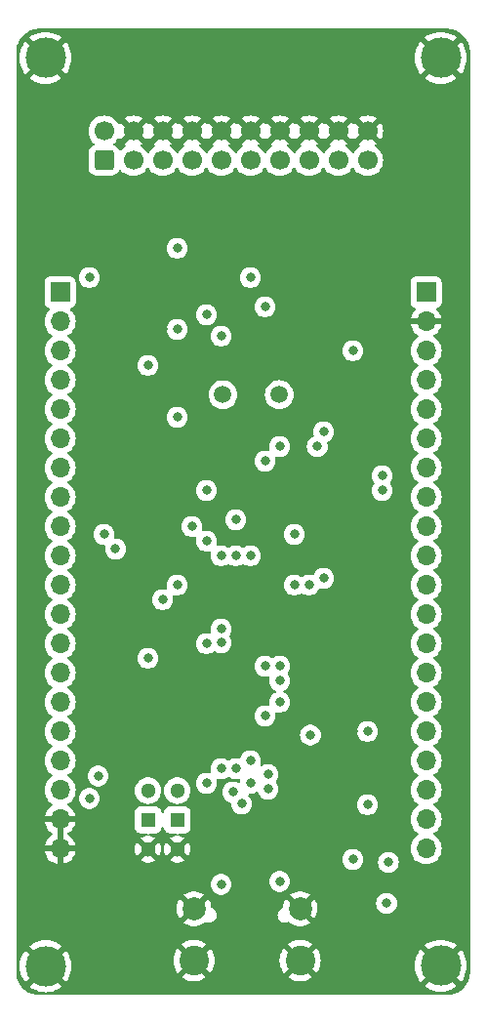
<source format=gbr>
%TF.GenerationSoftware,KiCad,Pcbnew,7.0.9*%
%TF.CreationDate,2023-12-14T16:03:05+09:00*%
%TF.ProjectId,STM32F103_dev_board,53544d33-3246-4313-9033-5f6465765f62,1.2.1*%
%TF.SameCoordinates,Original*%
%TF.FileFunction,Copper,L3,Inr*%
%TF.FilePolarity,Positive*%
%FSLAX46Y46*%
G04 Gerber Fmt 4.6, Leading zero omitted, Abs format (unit mm)*
G04 Created by KiCad (PCBNEW 7.0.9) date 2023-12-14 16:03:05*
%MOMM*%
%LPD*%
G01*
G04 APERTURE LIST*
G04 Aperture macros list*
%AMRoundRect*
0 Rectangle with rounded corners*
0 $1 Rounding radius*
0 $2 $3 $4 $5 $6 $7 $8 $9 X,Y pos of 4 corners*
0 Add a 4 corners polygon primitive as box body*
4,1,4,$2,$3,$4,$5,$6,$7,$8,$9,$2,$3,0*
0 Add four circle primitives for the rounded corners*
1,1,$1+$1,$2,$3*
1,1,$1+$1,$4,$5*
1,1,$1+$1,$6,$7*
1,1,$1+$1,$8,$9*
0 Add four rect primitives between the rounded corners*
20,1,$1+$1,$2,$3,$4,$5,0*
20,1,$1+$1,$4,$5,$6,$7,0*
20,1,$1+$1,$6,$7,$8,$9,0*
20,1,$1+$1,$8,$9,$2,$3,0*%
G04 Aperture macros list end*
%TA.AperFunction,ComponentPad*%
%ADD10R,1.300000X1.300000*%
%TD*%
%TA.AperFunction,ComponentPad*%
%ADD11C,1.300000*%
%TD*%
%TA.AperFunction,ComponentPad*%
%ADD12C,3.500000*%
%TD*%
%TA.AperFunction,ComponentPad*%
%ADD13C,2.000000*%
%TD*%
%TA.AperFunction,ComponentPad*%
%ADD14C,2.565000*%
%TD*%
%TA.AperFunction,ComponentPad*%
%ADD15RoundRect,0.250000X0.600000X-0.600000X0.600000X0.600000X-0.600000X0.600000X-0.600000X-0.600000X0*%
%TD*%
%TA.AperFunction,ComponentPad*%
%ADD16C,1.700000*%
%TD*%
%TA.AperFunction,ComponentPad*%
%ADD17R,1.700000X1.700000*%
%TD*%
%TA.AperFunction,ComponentPad*%
%ADD18O,1.700000X1.700000*%
%TD*%
%TA.AperFunction,ComponentPad*%
%ADD19C,1.500000*%
%TD*%
%TA.AperFunction,ViaPad*%
%ADD20C,0.800000*%
%TD*%
G04 APERTURE END LIST*
D10*
%TO.N,Net-(S2-COM)*%
%TO.C,S2*%
X137160000Y-126365000D03*
D11*
%TO.N,GND*%
X137160000Y-128905000D03*
%TO.N,unconnected-(S2-NC-Pad3)*%
X137160000Y-123825000D03*
%TD*%
D12*
%TO.N,GND*%
%TO.C,REF\u002A\u002A*%
X162560000Y-60270000D03*
%TD*%
D13*
%TO.N,GND*%
%TO.C,J6*%
X141148000Y-134057000D03*
X150368000Y-134057000D03*
D14*
X141148000Y-138557000D03*
X150368000Y-138557000D03*
%TD*%
D12*
%TO.N,GND*%
%TO.C,REF\u002A\u002A*%
X128285913Y-139053348D03*
%TD*%
%TO.N,GND*%
%TO.C,REF\u002A\u002A*%
X128270000Y-60270000D03*
%TD*%
D15*
%TO.N,VCC3V3*%
%TO.C,J1*%
X133350000Y-69160000D03*
D16*
X133350000Y-66620000D03*
%TO.N,JNTRST*%
X135890000Y-69160000D03*
%TO.N,GND*%
X135890000Y-66620000D03*
%TO.N,JTDI*%
X138430000Y-69160000D03*
%TO.N,GND*%
X138430000Y-66620000D03*
%TO.N,JTMS{slash}SWDIO*%
X140970000Y-69160000D03*
%TO.N,GND*%
X140970000Y-66620000D03*
%TO.N,JTCK{slash}SWCLK*%
X143510000Y-69160000D03*
%TO.N,GND*%
X143510000Y-66620000D03*
%TO.N,Net-(J1-RTCK)*%
X146050000Y-69160000D03*
%TO.N,GND*%
X146050000Y-66620000D03*
%TO.N,JTDO*%
X148590000Y-69160000D03*
%TO.N,GND*%
X148590000Y-66620000D03*
%TO.N,RESET*%
X151130000Y-69160000D03*
%TO.N,GND*%
X151130000Y-66620000D03*
%TO.N,Net-(J1-DBGRQ{slash}NC)*%
X153670000Y-69160000D03*
%TO.N,GND*%
X153670000Y-66620000D03*
%TO.N,Net-(J1-DBGACK{slash}NC)*%
X156210000Y-69160000D03*
%TO.N,GND*%
X156210000Y-66620000D03*
%TD*%
D17*
%TO.N,VCC3V3*%
%TO.C,J3*%
X161290000Y-80590000D03*
D18*
%TO.N,GND*%
X161290000Y-83130000D03*
%TO.N,5V*%
X161290000Y-85670000D03*
%TO.N,PC12*%
X161290000Y-88210000D03*
%TO.N,PC11*%
X161290000Y-90750000D03*
%TO.N,PC10*%
X161290000Y-93290000D03*
%TO.N,PA10{slash}USART1_RX*%
X161290000Y-95830000D03*
%TO.N,PA9{slash}USART1_TX*%
X161290000Y-98370000D03*
%TO.N,PA8*%
X161290000Y-100910000D03*
%TO.N,PC9*%
X161290000Y-103450000D03*
%TO.N,PC8*%
X161290000Y-105990000D03*
%TO.N,PC7*%
X161290000Y-108530000D03*
%TO.N,PC6*%
X161290000Y-111070000D03*
%TO.N,PB15*%
X161290000Y-113610000D03*
%TO.N,PB14*%
X161290000Y-116150000D03*
%TO.N,PB13*%
X161290000Y-118690000D03*
%TO.N,PB12*%
X161290000Y-121230000D03*
%TO.N,PB11*%
X161290000Y-123770000D03*
%TO.N,PB10*%
X161290000Y-126310000D03*
%TO.N,PB1*%
X161290000Y-128850000D03*
%TD*%
D12*
%TO.N,GND*%
%TO.C,REF\u002A\u002A*%
X162560000Y-139010000D03*
%TD*%
D10*
%TO.N,Net-(S3-COM)*%
%TO.C,S3*%
X139700000Y-126365000D03*
D11*
%TO.N,GND*%
X139700000Y-128905000D03*
%TO.N,unconnected-(S3-NC-Pad3)*%
X139700000Y-123825000D03*
%TD*%
D19*
%TO.N,OSC_OUT*%
%TO.C,Y1*%
X148550000Y-89480000D03*
%TO.N,OSC_IN*%
X143670000Y-89480000D03*
%TD*%
D17*
%TO.N,VBAT*%
%TO.C,J2*%
X129540000Y-80590000D03*
D18*
%TO.N,PB6*%
X129540000Y-83130000D03*
%TO.N,PB7*%
X129540000Y-85670000D03*
%TO.N,PB8*%
X129540000Y-88210000D03*
%TO.N,PB9*%
X129540000Y-90750000D03*
%TO.N,PC13*%
X129540000Y-93290000D03*
%TO.N,PA5*%
X129540000Y-95830000D03*
%TO.N,PA6*%
X129540000Y-98370000D03*
%TO.N,PC0*%
X129540000Y-100910000D03*
%TO.N,PC1*%
X129540000Y-103450000D03*
%TO.N,PC2*%
X129540000Y-105990000D03*
%TO.N,PC3*%
X129540000Y-108530000D03*
%TO.N,PA0*%
X129540000Y-111070000D03*
%TO.N,PA1*%
X129540000Y-113610000D03*
%TO.N,PA2*%
X129540000Y-116150000D03*
%TO.N,PA3*%
X129540000Y-118690000D03*
%TO.N,RESET*%
X129540000Y-121230000D03*
%TO.N,VCC3V3*%
X129540000Y-123770000D03*
%TO.N,GND*%
X129540000Y-126310000D03*
X129540000Y-128850000D03*
%TD*%
D20*
%TO.N,OSC_IN*%
X139700000Y-105990000D03*
X140970000Y-100910000D03*
%TO.N,OSC_OUT*%
X142240000Y-102180000D03*
X142240000Y-111070000D03*
%TO.N,OSC32_IN*%
X147320000Y-95250000D03*
X142240000Y-82550000D03*
X139700000Y-83820000D03*
X152400000Y-92710000D03*
X134345500Y-102870000D03*
%TO.N,OSC32_OUT*%
X149860000Y-101600000D03*
X139700000Y-91440000D03*
X142240000Y-97790000D03*
X133350000Y-101600000D03*
X144780000Y-100330000D03*
%TO.N,PA4*%
X142240000Y-123190000D03*
X146050000Y-123190000D03*
%TO.N,PA12*%
X157480000Y-96520000D03*
%TO.N,PA11*%
X157480000Y-97790000D03*
%TO.N,JNTRST*%
X144780000Y-103450000D03*
%TO.N,JTDI*%
X139700000Y-76780000D03*
X149860000Y-105990000D03*
%TO.N,JTMS{slash}SWDIO*%
X148590000Y-93980000D03*
X152400000Y-105410000D03*
X151854500Y-93980000D03*
%TO.N,JTCK{slash}SWCLK*%
X151130000Y-105990000D03*
%TO.N,JTDO*%
X143510000Y-84400000D03*
X146050000Y-79320000D03*
X146050000Y-103450000D03*
X147320000Y-81860000D03*
%TO.N,PA5*%
X143510000Y-121920000D03*
%TO.N,PA6*%
X144780000Y-121920000D03*
%TO.N,PB11*%
X147574000Y-122428000D03*
%TO.N,PB10*%
X147574000Y-123698000D03*
%TO.N,PB1*%
X146050000Y-121230000D03*
%TO.N,BOOT0*%
X143510000Y-109800000D03*
X132080000Y-124509500D03*
%TO.N,RESET*%
X143510000Y-103450000D03*
X137160000Y-112340000D03*
X154940000Y-85670000D03*
X132842000Y-122555000D03*
%TO.N,GND*%
X142240000Y-131445000D03*
X142240000Y-116150000D03*
X147320000Y-111070000D03*
X142218369Y-113562009D03*
X154940000Y-118690000D03*
X150241000Y-132080000D03*
X153670000Y-132080000D03*
X152400000Y-109220000D03*
X135722701Y-97957299D03*
X138430000Y-83820000D03*
%TO.N,5V*%
X143510000Y-131953000D03*
X156210000Y-118690000D03*
X156210000Y-125040000D03*
X147320000Y-113030000D03*
X158025500Y-130048000D03*
X154935701Y-129789701D03*
X148590000Y-131699000D03*
%TO.N,VCC3V3*%
X148590000Y-116150000D03*
X147320000Y-117348000D03*
X151257000Y-118999000D03*
X132080000Y-79320000D03*
X143510000Y-110998000D03*
%TO.N,VBAT*%
X137160000Y-86940000D03*
X138430000Y-107260000D03*
%TO.N,USBDP*%
X157861000Y-133604000D03*
X144526000Y-123952000D03*
%TO.N,USBDM*%
X145288000Y-124968000D03*
%TO.N,PA10{slash}USART1_RX*%
X148590000Y-113030000D03*
%TO.N,PA9{slash}USART1_TX*%
X148590000Y-114300000D03*
%TD*%
%TA.AperFunction,Conductor*%
%TO.N,GND*%
G36*
X129790000Y-128414498D02*
G01*
X129682315Y-128365320D01*
X129575763Y-128350000D01*
X129504237Y-128350000D01*
X129397685Y-128365320D01*
X129290000Y-128414498D01*
X129290000Y-126745501D01*
X129397685Y-126794680D01*
X129504237Y-126810000D01*
X129575763Y-126810000D01*
X129682315Y-126794680D01*
X129790000Y-126745501D01*
X129790000Y-128414498D01*
G37*
%TD.AperFunction*%
%TA.AperFunction,Conductor*%
G36*
X137970507Y-66829844D02*
G01*
X138048239Y-66950798D01*
X138156900Y-67044952D01*
X138287685Y-67104680D01*
X138297466Y-67106086D01*
X137668625Y-67734925D01*
X137744594Y-67788119D01*
X137788219Y-67842696D01*
X137795413Y-67912194D01*
X137763890Y-67974549D01*
X137744595Y-67991269D01*
X137558594Y-68121508D01*
X137391505Y-68288597D01*
X137261575Y-68474158D01*
X137206998Y-68517783D01*
X137137500Y-68524977D01*
X137075145Y-68493454D01*
X137058425Y-68474158D01*
X136928494Y-68288597D01*
X136761402Y-68121506D01*
X136761401Y-68121505D01*
X136575405Y-67991269D01*
X136531781Y-67936692D01*
X136524588Y-67867193D01*
X136556110Y-67804839D01*
X136575405Y-67788119D01*
X136651373Y-67734925D01*
X136022533Y-67106086D01*
X136032315Y-67104680D01*
X136163100Y-67044952D01*
X136271761Y-66950798D01*
X136349493Y-66829844D01*
X136373076Y-66749524D01*
X137004925Y-67381373D01*
X137058425Y-67304968D01*
X137113002Y-67261344D01*
X137182501Y-67254151D01*
X137244855Y-67285673D01*
X137261576Y-67304969D01*
X137315073Y-67381372D01*
X137946922Y-66749523D01*
X137970507Y-66829844D01*
G37*
%TD.AperFunction*%
%TA.AperFunction,Conductor*%
G36*
X140510507Y-66829844D02*
G01*
X140588239Y-66950798D01*
X140696900Y-67044952D01*
X140827685Y-67104680D01*
X140837466Y-67106086D01*
X140208625Y-67734925D01*
X140284594Y-67788119D01*
X140328219Y-67842696D01*
X140335413Y-67912194D01*
X140303890Y-67974549D01*
X140284595Y-67991269D01*
X140098594Y-68121508D01*
X139931505Y-68288597D01*
X139801575Y-68474158D01*
X139746998Y-68517783D01*
X139677500Y-68524977D01*
X139615145Y-68493454D01*
X139598425Y-68474158D01*
X139468494Y-68288597D01*
X139301402Y-68121506D01*
X139301401Y-68121505D01*
X139115405Y-67991269D01*
X139071781Y-67936692D01*
X139064588Y-67867193D01*
X139096110Y-67804839D01*
X139115405Y-67788119D01*
X139191373Y-67734925D01*
X138562533Y-67106086D01*
X138572315Y-67104680D01*
X138703100Y-67044952D01*
X138811761Y-66950798D01*
X138889493Y-66829844D01*
X138913076Y-66749524D01*
X139544925Y-67381373D01*
X139598425Y-67304968D01*
X139653002Y-67261344D01*
X139722501Y-67254151D01*
X139784855Y-67285673D01*
X139801576Y-67304969D01*
X139855073Y-67381372D01*
X140486922Y-66749523D01*
X140510507Y-66829844D01*
G37*
%TD.AperFunction*%
%TA.AperFunction,Conductor*%
G36*
X143050507Y-66829844D02*
G01*
X143128239Y-66950798D01*
X143236900Y-67044952D01*
X143367685Y-67104680D01*
X143377466Y-67106086D01*
X142748625Y-67734925D01*
X142824594Y-67788119D01*
X142868219Y-67842696D01*
X142875413Y-67912194D01*
X142843890Y-67974549D01*
X142824595Y-67991269D01*
X142638594Y-68121508D01*
X142471505Y-68288597D01*
X142341575Y-68474158D01*
X142286998Y-68517783D01*
X142217500Y-68524977D01*
X142155145Y-68493454D01*
X142138425Y-68474158D01*
X142008494Y-68288597D01*
X141841402Y-68121506D01*
X141841401Y-68121505D01*
X141655405Y-67991269D01*
X141611781Y-67936692D01*
X141604588Y-67867193D01*
X141636110Y-67804839D01*
X141655405Y-67788119D01*
X141731373Y-67734925D01*
X141102533Y-67106086D01*
X141112315Y-67104680D01*
X141243100Y-67044952D01*
X141351761Y-66950798D01*
X141429493Y-66829844D01*
X141453076Y-66749524D01*
X142084925Y-67381373D01*
X142138425Y-67304968D01*
X142193002Y-67261344D01*
X142262501Y-67254151D01*
X142324855Y-67285673D01*
X142341576Y-67304969D01*
X142395073Y-67381372D01*
X143026922Y-66749523D01*
X143050507Y-66829844D01*
G37*
%TD.AperFunction*%
%TA.AperFunction,Conductor*%
G36*
X145590507Y-66829844D02*
G01*
X145668239Y-66950798D01*
X145776900Y-67044952D01*
X145907685Y-67104680D01*
X145917466Y-67106086D01*
X145288625Y-67734925D01*
X145364594Y-67788119D01*
X145408219Y-67842696D01*
X145415413Y-67912194D01*
X145383890Y-67974549D01*
X145364595Y-67991269D01*
X145178594Y-68121508D01*
X145011505Y-68288597D01*
X144881575Y-68474158D01*
X144826998Y-68517783D01*
X144757500Y-68524977D01*
X144695145Y-68493454D01*
X144678425Y-68474158D01*
X144548494Y-68288597D01*
X144381402Y-68121506D01*
X144381401Y-68121505D01*
X144195405Y-67991269D01*
X144151781Y-67936692D01*
X144144588Y-67867193D01*
X144176110Y-67804839D01*
X144195405Y-67788119D01*
X144271373Y-67734925D01*
X143642533Y-67106086D01*
X143652315Y-67104680D01*
X143783100Y-67044952D01*
X143891761Y-66950798D01*
X143969493Y-66829844D01*
X143993076Y-66749524D01*
X144624925Y-67381373D01*
X144678425Y-67304968D01*
X144733002Y-67261344D01*
X144802501Y-67254151D01*
X144864855Y-67285673D01*
X144881576Y-67304969D01*
X144935073Y-67381372D01*
X145566922Y-66749523D01*
X145590507Y-66829844D01*
G37*
%TD.AperFunction*%
%TA.AperFunction,Conductor*%
G36*
X148130507Y-66829844D02*
G01*
X148208239Y-66950798D01*
X148316900Y-67044952D01*
X148447685Y-67104680D01*
X148457466Y-67106086D01*
X147828625Y-67734925D01*
X147904594Y-67788119D01*
X147948219Y-67842696D01*
X147955413Y-67912194D01*
X147923890Y-67974549D01*
X147904595Y-67991269D01*
X147718594Y-68121508D01*
X147551505Y-68288597D01*
X147421575Y-68474158D01*
X147366998Y-68517783D01*
X147297500Y-68524977D01*
X147235145Y-68493454D01*
X147218425Y-68474158D01*
X147088494Y-68288597D01*
X146921402Y-68121506D01*
X146921401Y-68121505D01*
X146735405Y-67991269D01*
X146691781Y-67936692D01*
X146684588Y-67867193D01*
X146716110Y-67804839D01*
X146735405Y-67788119D01*
X146811373Y-67734925D01*
X146182533Y-67106086D01*
X146192315Y-67104680D01*
X146323100Y-67044952D01*
X146431761Y-66950798D01*
X146509493Y-66829844D01*
X146533076Y-66749524D01*
X147164925Y-67381373D01*
X147218425Y-67304968D01*
X147273002Y-67261344D01*
X147342501Y-67254151D01*
X147404855Y-67285673D01*
X147421576Y-67304969D01*
X147475073Y-67381372D01*
X148106922Y-66749523D01*
X148130507Y-66829844D01*
G37*
%TD.AperFunction*%
%TA.AperFunction,Conductor*%
G36*
X150670507Y-66829844D02*
G01*
X150748239Y-66950798D01*
X150856900Y-67044952D01*
X150987685Y-67104680D01*
X150997466Y-67106086D01*
X150368625Y-67734925D01*
X150444594Y-67788119D01*
X150488219Y-67842696D01*
X150495413Y-67912194D01*
X150463890Y-67974549D01*
X150444595Y-67991269D01*
X150258594Y-68121508D01*
X150091505Y-68288597D01*
X149961575Y-68474158D01*
X149906998Y-68517783D01*
X149837500Y-68524977D01*
X149775145Y-68493454D01*
X149758425Y-68474158D01*
X149628494Y-68288597D01*
X149461402Y-68121506D01*
X149461401Y-68121505D01*
X149275405Y-67991269D01*
X149231781Y-67936692D01*
X149224588Y-67867193D01*
X149256110Y-67804839D01*
X149275405Y-67788119D01*
X149351373Y-67734925D01*
X148722533Y-67106086D01*
X148732315Y-67104680D01*
X148863100Y-67044952D01*
X148971761Y-66950798D01*
X149049493Y-66829844D01*
X149073076Y-66749524D01*
X149704925Y-67381373D01*
X149758425Y-67304968D01*
X149813002Y-67261344D01*
X149882501Y-67254151D01*
X149944855Y-67285673D01*
X149961576Y-67304969D01*
X150015073Y-67381372D01*
X150646922Y-66749523D01*
X150670507Y-66829844D01*
G37*
%TD.AperFunction*%
%TA.AperFunction,Conductor*%
G36*
X153210507Y-66829844D02*
G01*
X153288239Y-66950798D01*
X153396900Y-67044952D01*
X153527685Y-67104680D01*
X153537466Y-67106086D01*
X152908625Y-67734925D01*
X152984594Y-67788119D01*
X153028219Y-67842696D01*
X153035413Y-67912194D01*
X153003890Y-67974549D01*
X152984595Y-67991269D01*
X152798594Y-68121508D01*
X152631505Y-68288597D01*
X152501575Y-68474158D01*
X152446998Y-68517783D01*
X152377500Y-68524977D01*
X152315145Y-68493454D01*
X152298425Y-68474158D01*
X152168494Y-68288597D01*
X152001402Y-68121506D01*
X152001401Y-68121505D01*
X151815405Y-67991269D01*
X151771781Y-67936692D01*
X151764588Y-67867193D01*
X151796110Y-67804839D01*
X151815405Y-67788119D01*
X151891373Y-67734925D01*
X151262533Y-67106086D01*
X151272315Y-67104680D01*
X151403100Y-67044952D01*
X151511761Y-66950798D01*
X151589493Y-66829844D01*
X151613076Y-66749524D01*
X152244925Y-67381373D01*
X152298425Y-67304968D01*
X152353002Y-67261344D01*
X152422501Y-67254151D01*
X152484855Y-67285673D01*
X152501576Y-67304969D01*
X152555073Y-67381372D01*
X153186922Y-66749523D01*
X153210507Y-66829844D01*
G37*
%TD.AperFunction*%
%TA.AperFunction,Conductor*%
G36*
X155750507Y-66829844D02*
G01*
X155828239Y-66950798D01*
X155936900Y-67044952D01*
X156067685Y-67104680D01*
X156077466Y-67106086D01*
X155448625Y-67734925D01*
X155524594Y-67788119D01*
X155568219Y-67842696D01*
X155575413Y-67912194D01*
X155543890Y-67974549D01*
X155524595Y-67991269D01*
X155338594Y-68121508D01*
X155171505Y-68288597D01*
X155041575Y-68474158D01*
X154986998Y-68517783D01*
X154917500Y-68524977D01*
X154855145Y-68493454D01*
X154838425Y-68474158D01*
X154708494Y-68288597D01*
X154541402Y-68121506D01*
X154541401Y-68121505D01*
X154355405Y-67991269D01*
X154311781Y-67936692D01*
X154304588Y-67867193D01*
X154336110Y-67804839D01*
X154355405Y-67788119D01*
X154431373Y-67734925D01*
X153802533Y-67106086D01*
X153812315Y-67104680D01*
X153943100Y-67044952D01*
X154051761Y-66950798D01*
X154129493Y-66829844D01*
X154153076Y-66749524D01*
X154784925Y-67381373D01*
X154838425Y-67304968D01*
X154893002Y-67261344D01*
X154962501Y-67254151D01*
X155024855Y-67285673D01*
X155041576Y-67304969D01*
X155095073Y-67381372D01*
X155726922Y-66749523D01*
X155750507Y-66829844D01*
G37*
%TD.AperFunction*%
%TA.AperFunction,Conductor*%
G36*
X135430507Y-66829844D02*
G01*
X135508239Y-66950798D01*
X135616900Y-67044952D01*
X135747685Y-67104680D01*
X135757466Y-67106086D01*
X135128625Y-67734925D01*
X135204594Y-67788119D01*
X135248219Y-67842696D01*
X135255413Y-67912194D01*
X135223890Y-67974549D01*
X135204595Y-67991269D01*
X135018594Y-68121508D01*
X134851503Y-68288599D01*
X134850349Y-68289975D01*
X134849688Y-68290414D01*
X134847676Y-68292427D01*
X134847271Y-68292022D01*
X134792173Y-68328671D01*
X134722312Y-68329772D01*
X134662946Y-68292928D01*
X134637663Y-68249265D01*
X134634814Y-68240666D01*
X134542712Y-68091344D01*
X134418656Y-67967288D01*
X134269334Y-67875186D01*
X134260733Y-67872336D01*
X134203290Y-67832564D01*
X134176467Y-67768048D01*
X134188782Y-67699272D01*
X134217767Y-67662517D01*
X134217573Y-67662323D01*
X134219219Y-67660676D01*
X134220040Y-67659636D01*
X134221388Y-67658504D01*
X134221401Y-67658495D01*
X134388495Y-67491401D01*
X134518732Y-67305403D01*
X134573307Y-67261780D01*
X134642805Y-67254586D01*
X134705160Y-67286109D01*
X134721880Y-67305405D01*
X134775073Y-67381373D01*
X135406923Y-66749523D01*
X135430507Y-66829844D01*
G37*
%TD.AperFunction*%
%TA.AperFunction,Conductor*%
G36*
X163102019Y-57730633D02*
G01*
X163137198Y-57732938D01*
X163183708Y-57735986D01*
X163365459Y-57748985D01*
X163373100Y-57750015D01*
X163466738Y-57768641D01*
X163489420Y-57773153D01*
X163515023Y-57778722D01*
X163633666Y-57804531D01*
X163640383Y-57806395D01*
X163759437Y-57846809D01*
X163856671Y-57883076D01*
X163891741Y-57896157D01*
X163897499Y-57898643D01*
X164012952Y-57955578D01*
X164134906Y-58022170D01*
X164139634Y-58025032D01*
X164196571Y-58063076D01*
X164246649Y-58096537D01*
X164249358Y-58098454D01*
X164358652Y-58180271D01*
X164362345Y-58183265D01*
X164459502Y-58268469D01*
X164462448Y-58271228D01*
X164558769Y-58367549D01*
X164561526Y-58370492D01*
X164646729Y-58467648D01*
X164649732Y-58471353D01*
X164678968Y-58510406D01*
X164731543Y-58580639D01*
X164733461Y-58583349D01*
X164804962Y-58690357D01*
X164807828Y-58695091D01*
X164874421Y-58817047D01*
X164931355Y-58932499D01*
X164933841Y-58938257D01*
X164970212Y-59035768D01*
X164983196Y-59070578D01*
X164988289Y-59085581D01*
X165023597Y-59189596D01*
X165025472Y-59196352D01*
X165056846Y-59340579D01*
X165079980Y-59456880D01*
X165081015Y-59464560D01*
X165094017Y-59646350D01*
X165099367Y-59727966D01*
X165099500Y-59732023D01*
X165099500Y-139547975D01*
X165099367Y-139552032D01*
X165094017Y-139633648D01*
X165081015Y-139815438D01*
X165079980Y-139823118D01*
X165056846Y-139939420D01*
X165025472Y-140083646D01*
X165023597Y-140090401D01*
X165007310Y-140138383D01*
X164983208Y-140209388D01*
X164983195Y-140209425D01*
X164933841Y-140341741D01*
X164931355Y-140347499D01*
X164874421Y-140462952D01*
X164807828Y-140584907D01*
X164804961Y-140589641D01*
X164733461Y-140696649D01*
X164731543Y-140699359D01*
X164649744Y-140808631D01*
X164646723Y-140812357D01*
X164561529Y-140909502D01*
X164558755Y-140912464D01*
X164462464Y-141008755D01*
X164459502Y-141011529D01*
X164362357Y-141096723D01*
X164358631Y-141099744D01*
X164249359Y-141181543D01*
X164246649Y-141183461D01*
X164139641Y-141254961D01*
X164134907Y-141257828D01*
X164012952Y-141324421D01*
X163897499Y-141381355D01*
X163891741Y-141383841D01*
X163770956Y-141428893D01*
X163759418Y-141433197D01*
X163640401Y-141473597D01*
X163633646Y-141475472D01*
X163489420Y-141506846D01*
X163373118Y-141529980D01*
X163365438Y-141531015D01*
X163183648Y-141544017D01*
X163132582Y-141547364D01*
X163102025Y-141549367D01*
X163097976Y-141549500D01*
X128391830Y-141549500D01*
X128324791Y-141529815D01*
X128284187Y-141482956D01*
X128268198Y-141512658D01*
X128207075Y-141546507D01*
X128179996Y-141549500D01*
X127732024Y-141549500D01*
X127727974Y-141549367D01*
X127684336Y-141546507D01*
X127646350Y-141544017D01*
X127464560Y-141531015D01*
X127456880Y-141529980D01*
X127340579Y-141506846D01*
X127196352Y-141475472D01*
X127189596Y-141473597D01*
X127157881Y-141462831D01*
X127070578Y-141433196D01*
X127035768Y-141420212D01*
X126938257Y-141383841D01*
X126932499Y-141381355D01*
X126817047Y-141324421D01*
X126695091Y-141257828D01*
X126690357Y-141254962D01*
X126583349Y-141183461D01*
X126580639Y-141181543D01*
X126520515Y-141136535D01*
X126471353Y-141099732D01*
X126467648Y-141096729D01*
X126370492Y-141011526D01*
X126367549Y-141008769D01*
X126271228Y-140912448D01*
X126268469Y-140909502D01*
X126209467Y-140842223D01*
X126183265Y-140812345D01*
X126180271Y-140808652D01*
X126098454Y-140699358D01*
X126096537Y-140696649D01*
X126025036Y-140589641D01*
X126022170Y-140584906D01*
X125955578Y-140462952D01*
X125898643Y-140347499D01*
X125896157Y-140341741D01*
X125880469Y-140299681D01*
X125846805Y-140209425D01*
X125806395Y-140090383D01*
X125804531Y-140083666D01*
X125773153Y-139939420D01*
X125761053Y-139878592D01*
X125750015Y-139823100D01*
X125748985Y-139815459D01*
X125735986Y-139633708D01*
X125731414Y-139563942D01*
X125730633Y-139552019D01*
X125730500Y-139547964D01*
X125730500Y-139053348D01*
X126031085Y-139053348D01*
X126050375Y-139347660D01*
X126050377Y-139347672D01*
X126107914Y-139636932D01*
X126107918Y-139636947D01*
X126202725Y-139916236D01*
X126333171Y-140180754D01*
X126333178Y-140180767D01*
X126497035Y-140425996D01*
X126526319Y-140459387D01*
X127350123Y-139635583D01*
X127450807Y-139776972D01*
X127602845Y-139921940D01*
X127705135Y-139987677D01*
X126879872Y-140812940D01*
X126879872Y-140812941D01*
X126913257Y-140842220D01*
X126913261Y-140842223D01*
X127158493Y-141006082D01*
X127158506Y-141006089D01*
X127423024Y-141136535D01*
X127702313Y-141231342D01*
X127702328Y-141231346D01*
X127991588Y-141288883D01*
X127991600Y-141288885D01*
X128188106Y-141301765D01*
X128253714Y-141325792D01*
X128286695Y-141369307D01*
X128298117Y-141344297D01*
X128356895Y-141306523D01*
X128383720Y-141301765D01*
X128580225Y-141288885D01*
X128580237Y-141288883D01*
X128869497Y-141231346D01*
X128869512Y-141231342D01*
X129148801Y-141136535D01*
X129413319Y-141006089D01*
X129413332Y-141006082D01*
X129658563Y-140842225D01*
X129691952Y-140812941D01*
X129691953Y-140812940D01*
X128869219Y-139990207D01*
X128883323Y-139982937D01*
X129048453Y-139853077D01*
X129186023Y-139694313D01*
X129220578Y-139634461D01*
X130045505Y-140459388D01*
X130045506Y-140459387D01*
X130074790Y-140425998D01*
X130238647Y-140180767D01*
X130238654Y-140180754D01*
X130369100Y-139916236D01*
X130463907Y-139636947D01*
X130463911Y-139636932D01*
X130521448Y-139347672D01*
X130521450Y-139347660D01*
X130540740Y-139053348D01*
X130521450Y-138759035D01*
X130521448Y-138759023D01*
X130481264Y-138557004D01*
X139360502Y-138557004D01*
X139380465Y-138823403D01*
X139380466Y-138823408D01*
X139439912Y-139083860D01*
X139439918Y-139083879D01*
X139537520Y-139332566D01*
X139671099Y-139563931D01*
X139671106Y-139563942D01*
X139722747Y-139628697D01*
X139722748Y-139628697D01*
X140393068Y-138958377D01*
X140436153Y-139039644D01*
X140556550Y-139181387D01*
X140704602Y-139293933D01*
X140745635Y-139312917D01*
X140075442Y-139983109D01*
X140254250Y-140105018D01*
X140254258Y-140105023D01*
X140494951Y-140220933D01*
X140494949Y-140220933D01*
X140750242Y-140299681D01*
X140750248Y-140299683D01*
X141014412Y-140339499D01*
X141014421Y-140339500D01*
X141281579Y-140339500D01*
X141281587Y-140339499D01*
X141545751Y-140299683D01*
X141545757Y-140299681D01*
X141801049Y-140220933D01*
X142041741Y-140105023D01*
X142041742Y-140105022D01*
X142220556Y-139983109D01*
X141550252Y-139312805D01*
X141668475Y-139241673D01*
X141803491Y-139113779D01*
X141906461Y-138961908D01*
X142573250Y-139628697D01*
X142573251Y-139628696D01*
X142624902Y-139563929D01*
X142758479Y-139332566D01*
X142856081Y-139083879D01*
X142856087Y-139083860D01*
X142915533Y-138823408D01*
X142915534Y-138823403D01*
X142935498Y-138557004D01*
X148580502Y-138557004D01*
X148600465Y-138823403D01*
X148600466Y-138823408D01*
X148659912Y-139083860D01*
X148659918Y-139083879D01*
X148757520Y-139332566D01*
X148891099Y-139563931D01*
X148891106Y-139563942D01*
X148942747Y-139628697D01*
X148942748Y-139628697D01*
X149613068Y-138958377D01*
X149656153Y-139039644D01*
X149776550Y-139181387D01*
X149924602Y-139293933D01*
X149965635Y-139312917D01*
X149295442Y-139983109D01*
X149474250Y-140105018D01*
X149474258Y-140105023D01*
X149714951Y-140220933D01*
X149714949Y-140220933D01*
X149970242Y-140299681D01*
X149970248Y-140299683D01*
X150234412Y-140339499D01*
X150234421Y-140339500D01*
X150501579Y-140339500D01*
X150501587Y-140339499D01*
X150765751Y-140299683D01*
X150765757Y-140299681D01*
X151021049Y-140220933D01*
X151261741Y-140105023D01*
X151261742Y-140105022D01*
X151440556Y-139983109D01*
X150770252Y-139312805D01*
X150888475Y-139241673D01*
X151023491Y-139113779D01*
X151126461Y-138961908D01*
X151793250Y-139628697D01*
X151793251Y-139628696D01*
X151844902Y-139563929D01*
X151978479Y-139332566D01*
X152076081Y-139083879D01*
X152076087Y-139083860D01*
X152092945Y-139010000D01*
X160305172Y-139010000D01*
X160324462Y-139304312D01*
X160324464Y-139304324D01*
X160382001Y-139593584D01*
X160382005Y-139593599D01*
X160476812Y-139872888D01*
X160607258Y-140137406D01*
X160607265Y-140137419D01*
X160771122Y-140382648D01*
X160800406Y-140416039D01*
X161624210Y-139592235D01*
X161724894Y-139733624D01*
X161876932Y-139878592D01*
X161979222Y-139944329D01*
X161153959Y-140769592D01*
X161153959Y-140769593D01*
X161187344Y-140798872D01*
X161187348Y-140798875D01*
X161432580Y-140962734D01*
X161432593Y-140962741D01*
X161697111Y-141093187D01*
X161976400Y-141187994D01*
X161976415Y-141187998D01*
X162265675Y-141245535D01*
X162265687Y-141245537D01*
X162560000Y-141264827D01*
X162854312Y-141245537D01*
X162854324Y-141245535D01*
X163143584Y-141187998D01*
X163143599Y-141187994D01*
X163422888Y-141093187D01*
X163687406Y-140962741D01*
X163687419Y-140962734D01*
X163932650Y-140798877D01*
X163966039Y-140769593D01*
X163966040Y-140769592D01*
X163143306Y-139946859D01*
X163157410Y-139939589D01*
X163322540Y-139809729D01*
X163460110Y-139650965D01*
X163494665Y-139591112D01*
X164319592Y-140416040D01*
X164319593Y-140416039D01*
X164348877Y-140382650D01*
X164512734Y-140137419D01*
X164512741Y-140137406D01*
X164643187Y-139872888D01*
X164737994Y-139593599D01*
X164737998Y-139593584D01*
X164795535Y-139304324D01*
X164795537Y-139304312D01*
X164814827Y-139010000D01*
X164795537Y-138715687D01*
X164795535Y-138715675D01*
X164737998Y-138426415D01*
X164737994Y-138426400D01*
X164643187Y-138147111D01*
X164512741Y-137882593D01*
X164512734Y-137882580D01*
X164348875Y-137637348D01*
X164348872Y-137637344D01*
X164319593Y-137603959D01*
X164319592Y-137603959D01*
X163495788Y-138427763D01*
X163395106Y-138286376D01*
X163243068Y-138141408D01*
X163140777Y-138075669D01*
X163966039Y-137250406D01*
X163932648Y-137221122D01*
X163687419Y-137057265D01*
X163687406Y-137057258D01*
X163422888Y-136926812D01*
X163143599Y-136832005D01*
X163143584Y-136832001D01*
X162854324Y-136774464D01*
X162854312Y-136774462D01*
X162560000Y-136755172D01*
X162265687Y-136774462D01*
X162265675Y-136774464D01*
X161976415Y-136832001D01*
X161976400Y-136832005D01*
X161697111Y-136926812D01*
X161432593Y-137057258D01*
X161432580Y-137057265D01*
X161187350Y-137221123D01*
X161153958Y-137250406D01*
X161976693Y-138073140D01*
X161962590Y-138080411D01*
X161797460Y-138210271D01*
X161659890Y-138369035D01*
X161625334Y-138428886D01*
X160800406Y-137603958D01*
X160771123Y-137637350D01*
X160607265Y-137882580D01*
X160607258Y-137882593D01*
X160476812Y-138147111D01*
X160382005Y-138426400D01*
X160382001Y-138426415D01*
X160324464Y-138715675D01*
X160324462Y-138715687D01*
X160305172Y-139010000D01*
X152092945Y-139010000D01*
X152135533Y-138823408D01*
X152135534Y-138823403D01*
X152155498Y-138557004D01*
X152155498Y-138556995D01*
X152135534Y-138290596D01*
X152135533Y-138290591D01*
X152076087Y-138030139D01*
X152076081Y-138030120D01*
X151978479Y-137781433D01*
X151844900Y-137550068D01*
X151844893Y-137550057D01*
X151793251Y-137485302D01*
X151793250Y-137485301D01*
X151122930Y-138155620D01*
X151079847Y-138074356D01*
X150959450Y-137932613D01*
X150811398Y-137820067D01*
X150770363Y-137801082D01*
X151440556Y-137130889D01*
X151261749Y-137008981D01*
X151261741Y-137008976D01*
X151021048Y-136893066D01*
X151021050Y-136893066D01*
X150765757Y-136814318D01*
X150765751Y-136814316D01*
X150501587Y-136774500D01*
X150234412Y-136774500D01*
X149970248Y-136814316D01*
X149970242Y-136814318D01*
X149714950Y-136893066D01*
X149474256Y-137008978D01*
X149474243Y-137008985D01*
X149295442Y-137130889D01*
X149965747Y-137801194D01*
X149847525Y-137872327D01*
X149712509Y-138000221D01*
X149609537Y-138152091D01*
X148942747Y-137485301D01*
X148891102Y-137550063D01*
X148757520Y-137781433D01*
X148659918Y-138030120D01*
X148659912Y-138030139D01*
X148600466Y-138290591D01*
X148600465Y-138290596D01*
X148580502Y-138556995D01*
X148580502Y-138557004D01*
X142935498Y-138557004D01*
X142935498Y-138556995D01*
X142915534Y-138290596D01*
X142915533Y-138290591D01*
X142856087Y-138030139D01*
X142856081Y-138030120D01*
X142758479Y-137781433D01*
X142624900Y-137550068D01*
X142624893Y-137550057D01*
X142573251Y-137485302D01*
X142573250Y-137485301D01*
X141902930Y-138155620D01*
X141859847Y-138074356D01*
X141739450Y-137932613D01*
X141591398Y-137820067D01*
X141550363Y-137801082D01*
X142220556Y-137130889D01*
X142041749Y-137008981D01*
X142041741Y-137008976D01*
X141801048Y-136893066D01*
X141801050Y-136893066D01*
X141545757Y-136814318D01*
X141545751Y-136814316D01*
X141281587Y-136774500D01*
X141014412Y-136774500D01*
X140750248Y-136814316D01*
X140750242Y-136814318D01*
X140494950Y-136893066D01*
X140254256Y-137008978D01*
X140254243Y-137008985D01*
X140075442Y-137130889D01*
X140745747Y-137801194D01*
X140627525Y-137872327D01*
X140492509Y-138000221D01*
X140389537Y-138152091D01*
X139722747Y-137485301D01*
X139671102Y-137550063D01*
X139537520Y-137781433D01*
X139439918Y-138030120D01*
X139439912Y-138030139D01*
X139380466Y-138290591D01*
X139380465Y-138290596D01*
X139360502Y-138556995D01*
X139360502Y-138557004D01*
X130481264Y-138557004D01*
X130463911Y-138469763D01*
X130463907Y-138469748D01*
X130369100Y-138190459D01*
X130238654Y-137925941D01*
X130238647Y-137925928D01*
X130074788Y-137680696D01*
X130074785Y-137680692D01*
X130045506Y-137647307D01*
X130045505Y-137647307D01*
X129221701Y-138471111D01*
X129121019Y-138329724D01*
X128968981Y-138184756D01*
X128866690Y-138119017D01*
X129691952Y-137293754D01*
X129658561Y-137264470D01*
X129413332Y-137100613D01*
X129413319Y-137100606D01*
X129148801Y-136970160D01*
X128869512Y-136875353D01*
X128869497Y-136875349D01*
X128580237Y-136817812D01*
X128580225Y-136817810D01*
X128285913Y-136798520D01*
X127991600Y-136817810D01*
X127991588Y-136817812D01*
X127702328Y-136875349D01*
X127702313Y-136875353D01*
X127423024Y-136970160D01*
X127158506Y-137100606D01*
X127158493Y-137100613D01*
X126913263Y-137264471D01*
X126879871Y-137293754D01*
X127702606Y-138116488D01*
X127688503Y-138123759D01*
X127523373Y-138253619D01*
X127385803Y-138412383D01*
X127351247Y-138472234D01*
X126526319Y-137647306D01*
X126497036Y-137680698D01*
X126333178Y-137925928D01*
X126333171Y-137925941D01*
X126202725Y-138190459D01*
X126107918Y-138469748D01*
X126107914Y-138469763D01*
X126050377Y-138759023D01*
X126050375Y-138759035D01*
X126031085Y-139053348D01*
X125730500Y-139053348D01*
X125730500Y-134057005D01*
X139642859Y-134057005D01*
X139663385Y-134304729D01*
X139663387Y-134304738D01*
X139724412Y-134545717D01*
X139824266Y-134773364D01*
X139924564Y-134926882D01*
X140393068Y-134458378D01*
X140436153Y-134539644D01*
X140556550Y-134681387D01*
X140704602Y-134793933D01*
X140745635Y-134812917D01*
X140277942Y-135280609D01*
X140324768Y-135317055D01*
X140324770Y-135317056D01*
X140543385Y-135435364D01*
X140543396Y-135435369D01*
X140778506Y-135516083D01*
X141023707Y-135557000D01*
X141272293Y-135557000D01*
X141517493Y-135516083D01*
X141752603Y-135435369D01*
X141752614Y-135435364D01*
X141971228Y-135317057D01*
X141971231Y-135317055D01*
X142076508Y-135235114D01*
X142141502Y-135209471D01*
X142210042Y-135223037D01*
X142212410Y-135224306D01*
X142216632Y-135226627D01*
X142375823Y-135267500D01*
X142375827Y-135267500D01*
X142498923Y-135267500D01*
X142498925Y-135267500D01*
X142498930Y-135267499D01*
X142498934Y-135267499D01*
X142512174Y-135265826D01*
X142621058Y-135252071D01*
X142773871Y-135191568D01*
X142773878Y-135191563D01*
X142906835Y-135094965D01*
X142906835Y-135094963D01*
X142906837Y-135094963D01*
X143011600Y-134968326D01*
X143081579Y-134819613D01*
X143112376Y-134658170D01*
X143107196Y-134575833D01*
X148403624Y-134575833D01*
X148413944Y-134739860D01*
X148464732Y-134896171D01*
X148464734Y-134896175D01*
X148552798Y-135034940D01*
X148672603Y-135147445D01*
X148672611Y-135147451D01*
X148816628Y-135226625D01*
X148816632Y-135226627D01*
X148975823Y-135267500D01*
X148975827Y-135267500D01*
X149098923Y-135267500D01*
X149098925Y-135267500D01*
X149098930Y-135267499D01*
X149098934Y-135267499D01*
X149112174Y-135265826D01*
X149221058Y-135252071D01*
X149314396Y-135215115D01*
X149383971Y-135208739D01*
X149436204Y-135232555D01*
X149544768Y-135317055D01*
X149544771Y-135317057D01*
X149763385Y-135435364D01*
X149763396Y-135435369D01*
X149998506Y-135516083D01*
X150243707Y-135557000D01*
X150492293Y-135557000D01*
X150737493Y-135516083D01*
X150972603Y-135435369D01*
X150972614Y-135435364D01*
X151191228Y-135317057D01*
X151191231Y-135317055D01*
X151238056Y-135280609D01*
X150770252Y-134812805D01*
X150888475Y-134741673D01*
X151023491Y-134613779D01*
X151126461Y-134461909D01*
X151591434Y-134926882D01*
X151691731Y-134773369D01*
X151791587Y-134545717D01*
X151852612Y-134304738D01*
X151852614Y-134304729D01*
X151873141Y-134057005D01*
X151873141Y-134056994D01*
X151852614Y-133809270D01*
X151852612Y-133809261D01*
X151800632Y-133604000D01*
X156955540Y-133604000D01*
X156975326Y-133792256D01*
X156975327Y-133792259D01*
X157033818Y-133972277D01*
X157033821Y-133972284D01*
X157128467Y-134136216D01*
X157245031Y-134265673D01*
X157255129Y-134276888D01*
X157408265Y-134388148D01*
X157408270Y-134388151D01*
X157581192Y-134465142D01*
X157581197Y-134465144D01*
X157766354Y-134504500D01*
X157766355Y-134504500D01*
X157955644Y-134504500D01*
X157955646Y-134504500D01*
X158140803Y-134465144D01*
X158313730Y-134388151D01*
X158466871Y-134276888D01*
X158593533Y-134136216D01*
X158688179Y-133972284D01*
X158746674Y-133792256D01*
X158766460Y-133604000D01*
X158746674Y-133415744D01*
X158688179Y-133235716D01*
X158593533Y-133071784D01*
X158466871Y-132931112D01*
X158466870Y-132931111D01*
X158313734Y-132819851D01*
X158313729Y-132819848D01*
X158140807Y-132742857D01*
X158140802Y-132742855D01*
X157995001Y-132711865D01*
X157955646Y-132703500D01*
X157766354Y-132703500D01*
X157733897Y-132710398D01*
X157581197Y-132742855D01*
X157581192Y-132742857D01*
X157408270Y-132819848D01*
X157408265Y-132819851D01*
X157255129Y-132931111D01*
X157128466Y-133071785D01*
X157033821Y-133235715D01*
X157033818Y-133235722D01*
X156989433Y-133372327D01*
X156975326Y-133415744D01*
X156955540Y-133604000D01*
X151800632Y-133604000D01*
X151791587Y-133568282D01*
X151691731Y-133340630D01*
X151591434Y-133187116D01*
X151122930Y-133655620D01*
X151079847Y-133574356D01*
X150959450Y-133432613D01*
X150811398Y-133320067D01*
X150770364Y-133301082D01*
X151238057Y-132833390D01*
X151238056Y-132833389D01*
X151191229Y-132796943D01*
X150972614Y-132678635D01*
X150972603Y-132678630D01*
X150737493Y-132597916D01*
X150492293Y-132557000D01*
X150243707Y-132557000D01*
X149998506Y-132597916D01*
X149763396Y-132678630D01*
X149763390Y-132678632D01*
X149544761Y-132796949D01*
X149497942Y-132833388D01*
X149497942Y-132833390D01*
X149965747Y-133301194D01*
X149847525Y-133372327D01*
X149712509Y-133500221D01*
X149609538Y-133652090D01*
X149144564Y-133187116D01*
X149044267Y-133340632D01*
X148944412Y-133568282D01*
X148883387Y-133809261D01*
X148883385Y-133809270D01*
X148874558Y-133915801D01*
X148849405Y-133980986D01*
X148796631Y-134020853D01*
X148742128Y-134042432D01*
X148742121Y-134042436D01*
X148609164Y-134139034D01*
X148609162Y-134139037D01*
X148504400Y-134265673D01*
X148434420Y-134414387D01*
X148419207Y-134494139D01*
X148403624Y-134575830D01*
X148403624Y-134575832D01*
X148403624Y-134575833D01*
X143107196Y-134575833D01*
X143102056Y-134494140D01*
X143051268Y-134337829D01*
X142963202Y-134199060D01*
X142963201Y-134199059D01*
X142843396Y-134086554D01*
X142843388Y-134086548D01*
X142704967Y-134010451D01*
X142655703Y-133960905D01*
X142641127Y-133912028D01*
X142632612Y-133809259D01*
X142571587Y-133568282D01*
X142471731Y-133340630D01*
X142371434Y-133187116D01*
X141902930Y-133655620D01*
X141859847Y-133574356D01*
X141739450Y-133432613D01*
X141591398Y-133320067D01*
X141550364Y-133301082D01*
X142018057Y-132833390D01*
X142018056Y-132833389D01*
X141971229Y-132796943D01*
X141752614Y-132678635D01*
X141752603Y-132678630D01*
X141517493Y-132597916D01*
X141272293Y-132557000D01*
X141023707Y-132557000D01*
X140778506Y-132597916D01*
X140543396Y-132678630D01*
X140543390Y-132678632D01*
X140324761Y-132796949D01*
X140277942Y-132833388D01*
X140277942Y-132833390D01*
X140745747Y-133301194D01*
X140627525Y-133372327D01*
X140492509Y-133500221D01*
X140389538Y-133652090D01*
X139924564Y-133187116D01*
X139824267Y-133340632D01*
X139724412Y-133568282D01*
X139663387Y-133809261D01*
X139663385Y-133809270D01*
X139642859Y-134056994D01*
X139642859Y-134057005D01*
X125730500Y-134057005D01*
X125730500Y-131953000D01*
X142604540Y-131953000D01*
X142624326Y-132141256D01*
X142624327Y-132141259D01*
X142682818Y-132321277D01*
X142682821Y-132321284D01*
X142777467Y-132485216D01*
X142842102Y-132557000D01*
X142904129Y-132625888D01*
X143057265Y-132737148D01*
X143057270Y-132737151D01*
X143230192Y-132814142D01*
X143230197Y-132814144D01*
X143415354Y-132853500D01*
X143415355Y-132853500D01*
X143604644Y-132853500D01*
X143604646Y-132853500D01*
X143789803Y-132814144D01*
X143962730Y-132737151D01*
X144115871Y-132625888D01*
X144242533Y-132485216D01*
X144337179Y-132321284D01*
X144395674Y-132141256D01*
X144415460Y-131953000D01*
X144395674Y-131764744D01*
X144374312Y-131699000D01*
X147684540Y-131699000D01*
X147704326Y-131887256D01*
X147704327Y-131887259D01*
X147762818Y-132067277D01*
X147762821Y-132067284D01*
X147857467Y-132231216D01*
X147938559Y-132321277D01*
X147984129Y-132371888D01*
X148137265Y-132483148D01*
X148137270Y-132483151D01*
X148310192Y-132560142D01*
X148310197Y-132560144D01*
X148495354Y-132599500D01*
X148495355Y-132599500D01*
X148684644Y-132599500D01*
X148684646Y-132599500D01*
X148869803Y-132560144D01*
X149042730Y-132483151D01*
X149195871Y-132371888D01*
X149322533Y-132231216D01*
X149417179Y-132067284D01*
X149475674Y-131887256D01*
X149495460Y-131699000D01*
X149475674Y-131510744D01*
X149417179Y-131330716D01*
X149322533Y-131166784D01*
X149195871Y-131026112D01*
X149195870Y-131026111D01*
X149042734Y-130914851D01*
X149042729Y-130914848D01*
X148869807Y-130837857D01*
X148869802Y-130837855D01*
X148724001Y-130806865D01*
X148684646Y-130798500D01*
X148495354Y-130798500D01*
X148462897Y-130805398D01*
X148310197Y-130837855D01*
X148310192Y-130837857D01*
X148137270Y-130914848D01*
X148137265Y-130914851D01*
X147984129Y-131026111D01*
X147857466Y-131166785D01*
X147762821Y-131330715D01*
X147762818Y-131330722D01*
X147704327Y-131510740D01*
X147704326Y-131510744D01*
X147684540Y-131699000D01*
X144374312Y-131699000D01*
X144337179Y-131584716D01*
X144242533Y-131420784D01*
X144115871Y-131280112D01*
X144115870Y-131280111D01*
X143962734Y-131168851D01*
X143962729Y-131168848D01*
X143789807Y-131091857D01*
X143789802Y-131091855D01*
X143644001Y-131060865D01*
X143604646Y-131052500D01*
X143415354Y-131052500D01*
X143382897Y-131059398D01*
X143230197Y-131091855D01*
X143230192Y-131091857D01*
X143057270Y-131168848D01*
X143057265Y-131168851D01*
X142904129Y-131280111D01*
X142777466Y-131420785D01*
X142682821Y-131584715D01*
X142682818Y-131584722D01*
X142624327Y-131764740D01*
X142624326Y-131764744D01*
X142604540Y-131953000D01*
X125730500Y-131953000D01*
X125730500Y-123770000D01*
X128184341Y-123770000D01*
X128204936Y-124005403D01*
X128204938Y-124005413D01*
X128266094Y-124233655D01*
X128266096Y-124233659D01*
X128266097Y-124233663D01*
X128330086Y-124370888D01*
X128365965Y-124447830D01*
X128365967Y-124447834D01*
X128443908Y-124559144D01*
X128489942Y-124624888D01*
X128501501Y-124641395D01*
X128501506Y-124641402D01*
X128668597Y-124808493D01*
X128668603Y-124808498D01*
X128730359Y-124851740D01*
X128851153Y-124936321D01*
X128854594Y-124938730D01*
X128898219Y-124993307D01*
X128905413Y-125062805D01*
X128873890Y-125125160D01*
X128854595Y-125141880D01*
X128668922Y-125271890D01*
X128668920Y-125271891D01*
X128501891Y-125438920D01*
X128501886Y-125438926D01*
X128366400Y-125632420D01*
X128366399Y-125632422D01*
X128266570Y-125846507D01*
X128266567Y-125846513D01*
X128209364Y-126059999D01*
X128209364Y-126060000D01*
X129106314Y-126060000D01*
X129080507Y-126100156D01*
X129040000Y-126238111D01*
X129040000Y-126381889D01*
X129080507Y-126519844D01*
X129106314Y-126560000D01*
X128209364Y-126560000D01*
X128266567Y-126773486D01*
X128266570Y-126773492D01*
X128366399Y-126987578D01*
X128501894Y-127181082D01*
X128668917Y-127348105D01*
X128855031Y-127478425D01*
X128898656Y-127533003D01*
X128905848Y-127602501D01*
X128874326Y-127664856D01*
X128855031Y-127681575D01*
X128668922Y-127811890D01*
X128668920Y-127811891D01*
X128501891Y-127978920D01*
X128501886Y-127978926D01*
X128366400Y-128172420D01*
X128366399Y-128172422D01*
X128266570Y-128386507D01*
X128266567Y-128386513D01*
X128209364Y-128599999D01*
X128209364Y-128600000D01*
X129106314Y-128600000D01*
X129080507Y-128640156D01*
X129040000Y-128778111D01*
X129040000Y-128921889D01*
X129080507Y-129059844D01*
X129106314Y-129100000D01*
X128209364Y-129100000D01*
X128266567Y-129313486D01*
X128266570Y-129313492D01*
X128366399Y-129527578D01*
X128501894Y-129721082D01*
X128668917Y-129888105D01*
X128862421Y-130023600D01*
X129076507Y-130123429D01*
X129076516Y-130123433D01*
X129290000Y-130180634D01*
X129290000Y-129285501D01*
X129397685Y-129334680D01*
X129504237Y-129350000D01*
X129575763Y-129350000D01*
X129682315Y-129334680D01*
X129790000Y-129285501D01*
X129790000Y-130180633D01*
X130003483Y-130123433D01*
X130003492Y-130123429D01*
X130217578Y-130023600D01*
X130411082Y-129888105D01*
X130578105Y-129721082D01*
X130713600Y-129527578D01*
X130813429Y-129313492D01*
X130813432Y-129313486D01*
X130870636Y-129100000D01*
X129973686Y-129100000D01*
X129999493Y-129059844D01*
X130040000Y-128921889D01*
X130040000Y-128778111D01*
X129999493Y-128640156D01*
X129973686Y-128600000D01*
X130870636Y-128600000D01*
X130870635Y-128599999D01*
X130813432Y-128386513D01*
X130813429Y-128386507D01*
X130713600Y-128172422D01*
X130713599Y-128172420D01*
X130578113Y-127978926D01*
X130578108Y-127978920D01*
X130411082Y-127811894D01*
X130224968Y-127681575D01*
X130181344Y-127626998D01*
X130174151Y-127557499D01*
X130205673Y-127495145D01*
X130224968Y-127478425D01*
X130411082Y-127348105D01*
X130578105Y-127181082D01*
X130713600Y-126987578D01*
X130813429Y-126773492D01*
X130813432Y-126773486D01*
X130870636Y-126560000D01*
X129973686Y-126560000D01*
X129999493Y-126519844D01*
X130040000Y-126381889D01*
X130040000Y-126238111D01*
X129999493Y-126100156D01*
X129973686Y-126060000D01*
X130870636Y-126060000D01*
X130870635Y-126059999D01*
X130813432Y-125846513D01*
X130813429Y-125846507D01*
X130713600Y-125632422D01*
X130713599Y-125632420D01*
X130578113Y-125438926D01*
X130578108Y-125438920D01*
X130411078Y-125271890D01*
X130225405Y-125141879D01*
X130181780Y-125087302D01*
X130174588Y-125017804D01*
X130206110Y-124955449D01*
X130225406Y-124938730D01*
X130225842Y-124938425D01*
X130411401Y-124808495D01*
X130578495Y-124641401D01*
X130670853Y-124509500D01*
X131174540Y-124509500D01*
X131194326Y-124697756D01*
X131194327Y-124697759D01*
X131252818Y-124877777D01*
X131252821Y-124877784D01*
X131347467Y-125041716D01*
X131450600Y-125156256D01*
X131474129Y-125182388D01*
X131627265Y-125293648D01*
X131627270Y-125293651D01*
X131800192Y-125370642D01*
X131800197Y-125370644D01*
X131985354Y-125410000D01*
X131985355Y-125410000D01*
X132174644Y-125410000D01*
X132174646Y-125410000D01*
X132359803Y-125370644D01*
X132532730Y-125293651D01*
X132685871Y-125182388D01*
X132812533Y-125041716D01*
X132907179Y-124877784D01*
X132965674Y-124697756D01*
X132985460Y-124509500D01*
X132965674Y-124321244D01*
X132907179Y-124141216D01*
X132812533Y-123977284D01*
X132685871Y-123836612D01*
X132685870Y-123836611D01*
X132669889Y-123825000D01*
X136004571Y-123825000D01*
X136024244Y-124037310D01*
X136080112Y-124233664D01*
X136082596Y-124242392D01*
X136082596Y-124242394D01*
X136177632Y-124433253D01*
X136303345Y-124599722D01*
X136306128Y-124603407D01*
X136463698Y-124747052D01*
X136644981Y-124859298D01*
X136843802Y-124936321D01*
X137016544Y-124968612D01*
X137078823Y-125000279D01*
X137114096Y-125060591D01*
X137111162Y-125130400D01*
X137070953Y-125187540D01*
X137006235Y-125213871D01*
X136993757Y-125214500D01*
X136462129Y-125214500D01*
X136462123Y-125214501D01*
X136402516Y-125220908D01*
X136267671Y-125271202D01*
X136267664Y-125271206D01*
X136152455Y-125357452D01*
X136152452Y-125357455D01*
X136066206Y-125472664D01*
X136066202Y-125472671D01*
X136015908Y-125607517D01*
X136013231Y-125632422D01*
X136009501Y-125667123D01*
X136009500Y-125667135D01*
X136009500Y-127062870D01*
X136009501Y-127062876D01*
X136015908Y-127122483D01*
X136066202Y-127257328D01*
X136066206Y-127257335D01*
X136152452Y-127372544D01*
X136152455Y-127372547D01*
X136267664Y-127458793D01*
X136267671Y-127458797D01*
X136402517Y-127509091D01*
X136402516Y-127509091D01*
X136409444Y-127509835D01*
X136462127Y-127515500D01*
X136996480Y-127515499D01*
X137063517Y-127535183D01*
X137109272Y-127587987D01*
X137119216Y-127657146D01*
X137090191Y-127720702D01*
X137031413Y-127758476D01*
X137019264Y-127761388D01*
X136843940Y-127794162D01*
X136645208Y-127871151D01*
X136645205Y-127871152D01*
X136542991Y-127934438D01*
X137115600Y-128507046D01*
X137034852Y-128519835D01*
X136921955Y-128577359D01*
X136832359Y-128666955D01*
X136774835Y-128779852D01*
X136762046Y-128860600D01*
X136186835Y-128285389D01*
X136178056Y-128297015D01*
X136083066Y-128487783D01*
X136083058Y-128487803D01*
X136024738Y-128692780D01*
X136024737Y-128692783D01*
X136005073Y-128904999D01*
X136005073Y-128905000D01*
X136024737Y-129117216D01*
X136024738Y-129117219D01*
X136083058Y-129322196D01*
X136083066Y-129322216D01*
X136178060Y-129512990D01*
X136186834Y-129524609D01*
X136186835Y-129524609D01*
X136762046Y-128949399D01*
X136774835Y-129030148D01*
X136832359Y-129143045D01*
X136921955Y-129232641D01*
X137034852Y-129290165D01*
X137115599Y-129302953D01*
X136542991Y-129875560D01*
X136542992Y-129875561D01*
X136645201Y-129938845D01*
X136645210Y-129938850D01*
X136843936Y-130015836D01*
X136843941Y-130015837D01*
X137053439Y-130055000D01*
X137266561Y-130055000D01*
X137476058Y-130015837D01*
X137476063Y-130015836D01*
X137674789Y-129938850D01*
X137674793Y-129938848D01*
X137777007Y-129875560D01*
X137204401Y-129302953D01*
X137285148Y-129290165D01*
X137398045Y-129232641D01*
X137487641Y-129143045D01*
X137545165Y-129030148D01*
X137557953Y-128949400D01*
X138133163Y-129524610D01*
X138141935Y-129512996D01*
X138141938Y-129512991D01*
X138236935Y-129322211D01*
X138236941Y-129322196D01*
X138295261Y-129117219D01*
X138295262Y-129117216D01*
X138306529Y-128995628D01*
X138332315Y-128930690D01*
X138368466Y-128904794D01*
X138340497Y-128888751D01*
X138308307Y-128826738D01*
X138306529Y-128814371D01*
X138295262Y-128692783D01*
X138295261Y-128692780D01*
X138236941Y-128487803D01*
X138236933Y-128487783D01*
X138141940Y-128297010D01*
X138133163Y-128285388D01*
X137557953Y-128860598D01*
X137545165Y-128779852D01*
X137487641Y-128666955D01*
X137398045Y-128577359D01*
X137285148Y-128519835D01*
X137204400Y-128507046D01*
X137777007Y-127934438D01*
X137674789Y-127871149D01*
X137476063Y-127794163D01*
X137476058Y-127794162D01*
X137300735Y-127761388D01*
X137238454Y-127729720D01*
X137203181Y-127669407D01*
X137206115Y-127599599D01*
X137246324Y-127542459D01*
X137311042Y-127516128D01*
X137323512Y-127515499D01*
X137857872Y-127515499D01*
X137917483Y-127509091D01*
X138052331Y-127458796D01*
X138167546Y-127372546D01*
X138253796Y-127257331D01*
X138304091Y-127122483D01*
X138306710Y-127098115D01*
X138333445Y-127033568D01*
X138390837Y-126993719D01*
X138460662Y-126991223D01*
X138520752Y-127026874D01*
X138552028Y-127089352D01*
X138553288Y-127098116D01*
X138555907Y-127122480D01*
X138606202Y-127257328D01*
X138606206Y-127257335D01*
X138692452Y-127372544D01*
X138692455Y-127372547D01*
X138807664Y-127458793D01*
X138807671Y-127458797D01*
X138942517Y-127509091D01*
X138942516Y-127509091D01*
X138949444Y-127509835D01*
X139002127Y-127515500D01*
X139536480Y-127515499D01*
X139603517Y-127535183D01*
X139649272Y-127587987D01*
X139659216Y-127657146D01*
X139630191Y-127720702D01*
X139571413Y-127758476D01*
X139559264Y-127761388D01*
X139383940Y-127794162D01*
X139185208Y-127871151D01*
X139185205Y-127871152D01*
X139082991Y-127934438D01*
X139655600Y-128507046D01*
X139574852Y-128519835D01*
X139461955Y-128577359D01*
X139372359Y-128666955D01*
X139314835Y-128779852D01*
X139302046Y-128860600D01*
X138726835Y-128285389D01*
X138718056Y-128297015D01*
X138623066Y-128487783D01*
X138623058Y-128487803D01*
X138564738Y-128692780D01*
X138564737Y-128692783D01*
X138553471Y-128814371D01*
X138527685Y-128879309D01*
X138491533Y-128905204D01*
X138519503Y-128921248D01*
X138551693Y-128983261D01*
X138553471Y-128995628D01*
X138564737Y-129117216D01*
X138564738Y-129117219D01*
X138623058Y-129322196D01*
X138623066Y-129322216D01*
X138718060Y-129512990D01*
X138726834Y-129524609D01*
X138726835Y-129524609D01*
X139302046Y-128949399D01*
X139314835Y-129030148D01*
X139372359Y-129143045D01*
X139461955Y-129232641D01*
X139574852Y-129290165D01*
X139655599Y-129302953D01*
X139082991Y-129875560D01*
X139082992Y-129875561D01*
X139185201Y-129938845D01*
X139185210Y-129938850D01*
X139383936Y-130015836D01*
X139383941Y-130015837D01*
X139593439Y-130055000D01*
X139806561Y-130055000D01*
X140016058Y-130015837D01*
X140016063Y-130015836D01*
X140214789Y-129938850D01*
X140214793Y-129938848D01*
X140317007Y-129875560D01*
X140231148Y-129789701D01*
X154030241Y-129789701D01*
X154050027Y-129977957D01*
X154050028Y-129977960D01*
X154108519Y-130157978D01*
X154108522Y-130157985D01*
X154203168Y-130321917D01*
X154288137Y-130416284D01*
X154329830Y-130462589D01*
X154482966Y-130573849D01*
X154482971Y-130573852D01*
X154655893Y-130650843D01*
X154655898Y-130650845D01*
X154841055Y-130690201D01*
X154841056Y-130690201D01*
X155030345Y-130690201D01*
X155030347Y-130690201D01*
X155215504Y-130650845D01*
X155388431Y-130573852D01*
X155541572Y-130462589D01*
X155668234Y-130321917D01*
X155762880Y-130157985D01*
X155798617Y-130048000D01*
X157120040Y-130048000D01*
X157139826Y-130236256D01*
X157139827Y-130236259D01*
X157198318Y-130416277D01*
X157198321Y-130416284D01*
X157292967Y-130580216D01*
X157356560Y-130650843D01*
X157419629Y-130720888D01*
X157572765Y-130832148D01*
X157572770Y-130832151D01*
X157745692Y-130909142D01*
X157745697Y-130909144D01*
X157930854Y-130948500D01*
X157930855Y-130948500D01*
X158120144Y-130948500D01*
X158120146Y-130948500D01*
X158305303Y-130909144D01*
X158478230Y-130832151D01*
X158631371Y-130720888D01*
X158758033Y-130580216D01*
X158852679Y-130416284D01*
X158911174Y-130236256D01*
X158930960Y-130048000D01*
X158911174Y-129859744D01*
X158852679Y-129679716D01*
X158758033Y-129515784D01*
X158631371Y-129375112D01*
X158631370Y-129375111D01*
X158478234Y-129263851D01*
X158478229Y-129263848D01*
X158305307Y-129186857D01*
X158305302Y-129186855D01*
X158159501Y-129155865D01*
X158120146Y-129147500D01*
X157930854Y-129147500D01*
X157898397Y-129154398D01*
X157745697Y-129186855D01*
X157745692Y-129186857D01*
X157572770Y-129263848D01*
X157572765Y-129263851D01*
X157419629Y-129375111D01*
X157292966Y-129515785D01*
X157198321Y-129679715D01*
X157198318Y-129679722D01*
X157162584Y-129789701D01*
X157139826Y-129859744D01*
X157120040Y-130048000D01*
X155798617Y-130048000D01*
X155821375Y-129977957D01*
X155841161Y-129789701D01*
X155821375Y-129601445D01*
X155762880Y-129421417D01*
X155668234Y-129257485D01*
X155541572Y-129116813D01*
X155518431Y-129100000D01*
X155388435Y-129005552D01*
X155388430Y-129005549D01*
X155215508Y-128928558D01*
X155215503Y-128928556D01*
X155069702Y-128897566D01*
X155030347Y-128889201D01*
X154841055Y-128889201D01*
X154808598Y-128896099D01*
X154655898Y-128928556D01*
X154655893Y-128928558D01*
X154482971Y-129005549D01*
X154482966Y-129005552D01*
X154329830Y-129116812D01*
X154203167Y-129257486D01*
X154108522Y-129421416D01*
X154108519Y-129421423D01*
X154050028Y-129601441D01*
X154050027Y-129601445D01*
X154030241Y-129789701D01*
X140231148Y-129789701D01*
X139744401Y-129302953D01*
X139825148Y-129290165D01*
X139938045Y-129232641D01*
X140027641Y-129143045D01*
X140085165Y-129030148D01*
X140097953Y-128949400D01*
X140673163Y-129524610D01*
X140681935Y-129512996D01*
X140681938Y-129512991D01*
X140776935Y-129322211D01*
X140776941Y-129322196D01*
X140835261Y-129117219D01*
X140835262Y-129117216D01*
X140854927Y-128905000D01*
X140854927Y-128904999D01*
X140849831Y-128850000D01*
X159934341Y-128850000D01*
X159954936Y-129085403D01*
X159954938Y-129085413D01*
X160016094Y-129313655D01*
X160016096Y-129313659D01*
X160016097Y-129313663D01*
X160109045Y-129512990D01*
X160115965Y-129527830D01*
X160115967Y-129527834D01*
X160222316Y-129679715D01*
X160251505Y-129721401D01*
X160418599Y-129888495D01*
X160515384Y-129956265D01*
X160612165Y-130024032D01*
X160612167Y-130024033D01*
X160612170Y-130024035D01*
X160826337Y-130123903D01*
X161054592Y-130185063D01*
X161242918Y-130201539D01*
X161289999Y-130205659D01*
X161290000Y-130205659D01*
X161290001Y-130205659D01*
X161329234Y-130202226D01*
X161525408Y-130185063D01*
X161753663Y-130123903D01*
X161967830Y-130024035D01*
X162161401Y-129888495D01*
X162328495Y-129721401D01*
X162464035Y-129527830D01*
X162563903Y-129313663D01*
X162625063Y-129085408D01*
X162645659Y-128850000D01*
X162625063Y-128614592D01*
X162563903Y-128386337D01*
X162464035Y-128172171D01*
X162328495Y-127978599D01*
X162328494Y-127978597D01*
X162161402Y-127811506D01*
X162161396Y-127811501D01*
X161975842Y-127681575D01*
X161932217Y-127626998D01*
X161925023Y-127557500D01*
X161956546Y-127495145D01*
X161975842Y-127478425D01*
X162127051Y-127372547D01*
X162161401Y-127348495D01*
X162328495Y-127181401D01*
X162464035Y-126987830D01*
X162563903Y-126773663D01*
X162625063Y-126545408D01*
X162645659Y-126310000D01*
X162625063Y-126074592D01*
X162574275Y-125885048D01*
X162563905Y-125846344D01*
X162563904Y-125846343D01*
X162563903Y-125846337D01*
X162464035Y-125632171D01*
X162463834Y-125631883D01*
X162328494Y-125438597D01*
X162161402Y-125271506D01*
X162161396Y-125271501D01*
X161975842Y-125141575D01*
X161932217Y-125086998D01*
X161925023Y-125017500D01*
X161956546Y-124955145D01*
X161975842Y-124938425D01*
X162062456Y-124877777D01*
X162161401Y-124808495D01*
X162328495Y-124641401D01*
X162464035Y-124447830D01*
X162563903Y-124233663D01*
X162625063Y-124005408D01*
X162645659Y-123770000D01*
X162625063Y-123534592D01*
X162563903Y-123306337D01*
X162464035Y-123092171D01*
X162463115Y-123090856D01*
X162328494Y-122898597D01*
X162161402Y-122731506D01*
X162161396Y-122731501D01*
X161975842Y-122601575D01*
X161932217Y-122546998D01*
X161925023Y-122477500D01*
X161956546Y-122415145D01*
X161975842Y-122398425D01*
X162075195Y-122328857D01*
X162161401Y-122268495D01*
X162328495Y-122101401D01*
X162464035Y-121907830D01*
X162563903Y-121693663D01*
X162625063Y-121465408D01*
X162645659Y-121230000D01*
X162625063Y-120994592D01*
X162563903Y-120766337D01*
X162464035Y-120552171D01*
X162389590Y-120445851D01*
X162328494Y-120358597D01*
X162161402Y-120191506D01*
X162161396Y-120191501D01*
X161975842Y-120061575D01*
X161932217Y-120006998D01*
X161925023Y-119937500D01*
X161956546Y-119875145D01*
X161975842Y-119858425D01*
X162083348Y-119783148D01*
X162161401Y-119728495D01*
X162328495Y-119561401D01*
X162464035Y-119367830D01*
X162563903Y-119153663D01*
X162625063Y-118925408D01*
X162645659Y-118690000D01*
X162625063Y-118454592D01*
X162578626Y-118281285D01*
X162563905Y-118226344D01*
X162563904Y-118226343D01*
X162563903Y-118226337D01*
X162464035Y-118012171D01*
X162389590Y-117905851D01*
X162328494Y-117818597D01*
X162161402Y-117651506D01*
X162161396Y-117651501D01*
X161975842Y-117521575D01*
X161932217Y-117466998D01*
X161925023Y-117397500D01*
X161956546Y-117335145D01*
X161975842Y-117318425D01*
X161998026Y-117302891D01*
X162161401Y-117188495D01*
X162328495Y-117021401D01*
X162464035Y-116827830D01*
X162563903Y-116613663D01*
X162625063Y-116385408D01*
X162645659Y-116150000D01*
X162625063Y-115914592D01*
X162563903Y-115686337D01*
X162464035Y-115472171D01*
X162389590Y-115365851D01*
X162328494Y-115278597D01*
X162161402Y-115111506D01*
X162161396Y-115111501D01*
X161975842Y-114981575D01*
X161932217Y-114926998D01*
X161925023Y-114857500D01*
X161956546Y-114795145D01*
X161975842Y-114778425D01*
X162133149Y-114668277D01*
X162161401Y-114648495D01*
X162328495Y-114481401D01*
X162464035Y-114287830D01*
X162563903Y-114073663D01*
X162625063Y-113845408D01*
X162645659Y-113610000D01*
X162625063Y-113374592D01*
X162563903Y-113146337D01*
X162464035Y-112932171D01*
X162422055Y-112872216D01*
X162328494Y-112738597D01*
X162161402Y-112571506D01*
X162161396Y-112571501D01*
X161975842Y-112441575D01*
X161932217Y-112386998D01*
X161925023Y-112317500D01*
X161956546Y-112255145D01*
X161975842Y-112238425D01*
X162075195Y-112168857D01*
X162161401Y-112108495D01*
X162328495Y-111941401D01*
X162464035Y-111747830D01*
X162563903Y-111533663D01*
X162625063Y-111305408D01*
X162645659Y-111070000D01*
X162625063Y-110834592D01*
X162563903Y-110606337D01*
X162464035Y-110392171D01*
X162452827Y-110376163D01*
X162328494Y-110198597D01*
X162161402Y-110031506D01*
X162161396Y-110031501D01*
X161975842Y-109901575D01*
X161932217Y-109846998D01*
X161925023Y-109777500D01*
X161956546Y-109715145D01*
X161975842Y-109698425D01*
X162099635Y-109611744D01*
X162161401Y-109568495D01*
X162328495Y-109401401D01*
X162464035Y-109207830D01*
X162563903Y-108993663D01*
X162625063Y-108765408D01*
X162645659Y-108530000D01*
X162625063Y-108294592D01*
X162563903Y-108066337D01*
X162464035Y-107852171D01*
X162422055Y-107792216D01*
X162328494Y-107658597D01*
X162161402Y-107491506D01*
X162161396Y-107491501D01*
X161975842Y-107361575D01*
X161932217Y-107306998D01*
X161925023Y-107237500D01*
X161956546Y-107175145D01*
X161975842Y-107158425D01*
X162099635Y-107071744D01*
X162161401Y-107028495D01*
X162328495Y-106861401D01*
X162464035Y-106667830D01*
X162563903Y-106453663D01*
X162625063Y-106225408D01*
X162645659Y-105990000D01*
X162625063Y-105754592D01*
X162563903Y-105526337D01*
X162464035Y-105312171D01*
X162461676Y-105308801D01*
X162328494Y-105118597D01*
X162161402Y-104951506D01*
X162161396Y-104951501D01*
X161975842Y-104821575D01*
X161932217Y-104766998D01*
X161925023Y-104697500D01*
X161956546Y-104635145D01*
X161975842Y-104618425D01*
X162075195Y-104548857D01*
X162161401Y-104488495D01*
X162328495Y-104321401D01*
X162464035Y-104127830D01*
X162563903Y-103913663D01*
X162625063Y-103685408D01*
X162645659Y-103450000D01*
X162625063Y-103214592D01*
X162563903Y-102986337D01*
X162464035Y-102772171D01*
X162461676Y-102768801D01*
X162328494Y-102578597D01*
X162161402Y-102411506D01*
X162161396Y-102411501D01*
X161975842Y-102281575D01*
X161932217Y-102226998D01*
X161925023Y-102157500D01*
X161956546Y-102095145D01*
X161975842Y-102078425D01*
X162075195Y-102008857D01*
X162161401Y-101948495D01*
X162328495Y-101781401D01*
X162464035Y-101587830D01*
X162563903Y-101373663D01*
X162625063Y-101145408D01*
X162645659Y-100910000D01*
X162625063Y-100674592D01*
X162563903Y-100446337D01*
X162464035Y-100232171D01*
X162389590Y-100125851D01*
X162328494Y-100038597D01*
X162161402Y-99871506D01*
X162161396Y-99871501D01*
X161975842Y-99741575D01*
X161932217Y-99686998D01*
X161925023Y-99617500D01*
X161956546Y-99555145D01*
X161975842Y-99538425D01*
X162075195Y-99468857D01*
X162161401Y-99408495D01*
X162328495Y-99241401D01*
X162464035Y-99047830D01*
X162563903Y-98833663D01*
X162625063Y-98605408D01*
X162645659Y-98370000D01*
X162625063Y-98134592D01*
X162563903Y-97906337D01*
X162464035Y-97692171D01*
X162328495Y-97498599D01*
X162328494Y-97498597D01*
X162161402Y-97331506D01*
X162161396Y-97331501D01*
X161975842Y-97201575D01*
X161932217Y-97146998D01*
X161925023Y-97077500D01*
X161956546Y-97015145D01*
X161975842Y-96998425D01*
X162075195Y-96928857D01*
X162161401Y-96868495D01*
X162328495Y-96701401D01*
X162464035Y-96507830D01*
X162563903Y-96293663D01*
X162625063Y-96065408D01*
X162645659Y-95830000D01*
X162625063Y-95594592D01*
X162563903Y-95366337D01*
X162464035Y-95152171D01*
X162400717Y-95061742D01*
X162328494Y-94958597D01*
X162161402Y-94791506D01*
X162161396Y-94791501D01*
X161975842Y-94661575D01*
X161932217Y-94606998D01*
X161925023Y-94537500D01*
X161956546Y-94475145D01*
X161975842Y-94458425D01*
X162075195Y-94388857D01*
X162161401Y-94328495D01*
X162328495Y-94161401D01*
X162464035Y-93967830D01*
X162563903Y-93753663D01*
X162625063Y-93525408D01*
X162645659Y-93290000D01*
X162625063Y-93054592D01*
X162563903Y-92826337D01*
X162464035Y-92612171D01*
X162328495Y-92418599D01*
X162328494Y-92418597D01*
X162161402Y-92251506D01*
X162161396Y-92251501D01*
X161975842Y-92121575D01*
X161932217Y-92066998D01*
X161925023Y-91997500D01*
X161956546Y-91935145D01*
X161975842Y-91918425D01*
X162075195Y-91848857D01*
X162161401Y-91788495D01*
X162328495Y-91621401D01*
X162464035Y-91427830D01*
X162563903Y-91213663D01*
X162625063Y-90985408D01*
X162645659Y-90750000D01*
X162625063Y-90514592D01*
X162563903Y-90286337D01*
X162464035Y-90072171D01*
X162350008Y-89909322D01*
X162328494Y-89878597D01*
X162161402Y-89711506D01*
X162161396Y-89711501D01*
X161975842Y-89581575D01*
X161932217Y-89526998D01*
X161925023Y-89457500D01*
X161956546Y-89395145D01*
X161975842Y-89378425D01*
X161998026Y-89362891D01*
X162161401Y-89248495D01*
X162328495Y-89081401D01*
X162464035Y-88887830D01*
X162563903Y-88673663D01*
X162625063Y-88445408D01*
X162645659Y-88210000D01*
X162625063Y-87974592D01*
X162563903Y-87746337D01*
X162464035Y-87532171D01*
X162422055Y-87472216D01*
X162328494Y-87338597D01*
X162161402Y-87171506D01*
X162161396Y-87171501D01*
X161975842Y-87041575D01*
X161932217Y-86986998D01*
X161925023Y-86917500D01*
X161956546Y-86855145D01*
X161975842Y-86838425D01*
X162099635Y-86751744D01*
X162161401Y-86708495D01*
X162328495Y-86541401D01*
X162464035Y-86347830D01*
X162563903Y-86133663D01*
X162625063Y-85905408D01*
X162645659Y-85670000D01*
X162625063Y-85434592D01*
X162563903Y-85206337D01*
X162464035Y-84992171D01*
X162422055Y-84932216D01*
X162328494Y-84798597D01*
X162161402Y-84631506D01*
X162161401Y-84631505D01*
X161975405Y-84501269D01*
X161931781Y-84446692D01*
X161924588Y-84377193D01*
X161956110Y-84314839D01*
X161975405Y-84298119D01*
X162161082Y-84168105D01*
X162328105Y-84001082D01*
X162463600Y-83807578D01*
X162563429Y-83593492D01*
X162563432Y-83593486D01*
X162620636Y-83380000D01*
X161723686Y-83380000D01*
X161749493Y-83339844D01*
X161790000Y-83201889D01*
X161790000Y-83058111D01*
X161749493Y-82920156D01*
X161723686Y-82880000D01*
X162620636Y-82880000D01*
X162620635Y-82879999D01*
X162563432Y-82666513D01*
X162563429Y-82666507D01*
X162463600Y-82452422D01*
X162463599Y-82452420D01*
X162328113Y-82258926D01*
X162328108Y-82258920D01*
X162206053Y-82136865D01*
X162172568Y-82075542D01*
X162177552Y-82005850D01*
X162219424Y-81949917D01*
X162250400Y-81933002D01*
X162382331Y-81883796D01*
X162497546Y-81797546D01*
X162583796Y-81682331D01*
X162634091Y-81547483D01*
X162640500Y-81487873D01*
X162640499Y-79692128D01*
X162634091Y-79632517D01*
X162583796Y-79497669D01*
X162583795Y-79497668D01*
X162583793Y-79497664D01*
X162497547Y-79382455D01*
X162497544Y-79382452D01*
X162382335Y-79296206D01*
X162382328Y-79296202D01*
X162247482Y-79245908D01*
X162247483Y-79245908D01*
X162187883Y-79239501D01*
X162187881Y-79239500D01*
X162187873Y-79239500D01*
X162187864Y-79239500D01*
X160392129Y-79239500D01*
X160392123Y-79239501D01*
X160332516Y-79245908D01*
X160197671Y-79296202D01*
X160197664Y-79296206D01*
X160082455Y-79382452D01*
X160082452Y-79382455D01*
X159996206Y-79497664D01*
X159996202Y-79497671D01*
X159945908Y-79632517D01*
X159939914Y-79688277D01*
X159939501Y-79692123D01*
X159939500Y-79692135D01*
X159939500Y-81487870D01*
X159939501Y-81487876D01*
X159945908Y-81547483D01*
X159996202Y-81682328D01*
X159996206Y-81682335D01*
X160082452Y-81797544D01*
X160082455Y-81797547D01*
X160197664Y-81883793D01*
X160197671Y-81883797D01*
X160197674Y-81883798D01*
X160329598Y-81933002D01*
X160385531Y-81974873D01*
X160409949Y-82040337D01*
X160395098Y-82108610D01*
X160373947Y-82136865D01*
X160251886Y-82258926D01*
X160116400Y-82452420D01*
X160116399Y-82452422D01*
X160016570Y-82666507D01*
X160016567Y-82666513D01*
X159959364Y-82879999D01*
X159959364Y-82880000D01*
X160856314Y-82880000D01*
X160830507Y-82920156D01*
X160790000Y-83058111D01*
X160790000Y-83201889D01*
X160830507Y-83339844D01*
X160856314Y-83380000D01*
X159959364Y-83380000D01*
X160016567Y-83593486D01*
X160016570Y-83593492D01*
X160116399Y-83807578D01*
X160251894Y-84001082D01*
X160418917Y-84168105D01*
X160604595Y-84298119D01*
X160648219Y-84352696D01*
X160655412Y-84422195D01*
X160623890Y-84484549D01*
X160604595Y-84501269D01*
X160418594Y-84631508D01*
X160251505Y-84798597D01*
X160115965Y-84992169D01*
X160115964Y-84992171D01*
X160016098Y-85206335D01*
X160016094Y-85206344D01*
X159954938Y-85434586D01*
X159954936Y-85434596D01*
X159934341Y-85669999D01*
X159934341Y-85670000D01*
X159954936Y-85905403D01*
X159954938Y-85905413D01*
X160016094Y-86133655D01*
X160016096Y-86133659D01*
X160016097Y-86133663D01*
X160113661Y-86342888D01*
X160115965Y-86347830D01*
X160115967Y-86347834D01*
X160251501Y-86541395D01*
X160251506Y-86541402D01*
X160418597Y-86708493D01*
X160418603Y-86708498D01*
X160604158Y-86838425D01*
X160647783Y-86893002D01*
X160654977Y-86962500D01*
X160623454Y-87024855D01*
X160604158Y-87041575D01*
X160418597Y-87171505D01*
X160251505Y-87338597D01*
X160115965Y-87532169D01*
X160115964Y-87532171D01*
X160016098Y-87746335D01*
X160016094Y-87746344D01*
X159954938Y-87974586D01*
X159954936Y-87974596D01*
X159934341Y-88209999D01*
X159934341Y-88210000D01*
X159954936Y-88445403D01*
X159954938Y-88445413D01*
X160016094Y-88673655D01*
X160016096Y-88673659D01*
X160016097Y-88673663D01*
X160099426Y-88852362D01*
X160115965Y-88887830D01*
X160115967Y-88887834D01*
X160251501Y-89081395D01*
X160251506Y-89081402D01*
X160418597Y-89248493D01*
X160418603Y-89248498D01*
X160604158Y-89378425D01*
X160647783Y-89433002D01*
X160654977Y-89502500D01*
X160623454Y-89564855D01*
X160604158Y-89581575D01*
X160418597Y-89711505D01*
X160251505Y-89878597D01*
X160115965Y-90072169D01*
X160115964Y-90072171D01*
X160016098Y-90286335D01*
X160016094Y-90286344D01*
X159954938Y-90514586D01*
X159954936Y-90514596D01*
X159934341Y-90749999D01*
X159934341Y-90750000D01*
X159954936Y-90985403D01*
X159954938Y-90985413D01*
X160016094Y-91213655D01*
X160016096Y-91213659D01*
X160016097Y-91213663D01*
X160033853Y-91251740D01*
X160115965Y-91427830D01*
X160115967Y-91427834D01*
X160251501Y-91621395D01*
X160251506Y-91621402D01*
X160418597Y-91788493D01*
X160418603Y-91788498D01*
X160604158Y-91918425D01*
X160647783Y-91973002D01*
X160654977Y-92042500D01*
X160623454Y-92104855D01*
X160604158Y-92121575D01*
X160418597Y-92251505D01*
X160251505Y-92418597D01*
X160115965Y-92612169D01*
X160115964Y-92612171D01*
X160016098Y-92826335D01*
X160016094Y-92826344D01*
X159954938Y-93054586D01*
X159954936Y-93054596D01*
X159934341Y-93289999D01*
X159934341Y-93290000D01*
X159954936Y-93525403D01*
X159954938Y-93525413D01*
X160016094Y-93753655D01*
X160016096Y-93753659D01*
X160016097Y-93753663D01*
X160033853Y-93791740D01*
X160115965Y-93967830D01*
X160115967Y-93967834D01*
X160251501Y-94161395D01*
X160251506Y-94161402D01*
X160418597Y-94328493D01*
X160418603Y-94328498D01*
X160604158Y-94458425D01*
X160647783Y-94513002D01*
X160654977Y-94582500D01*
X160623454Y-94644855D01*
X160604158Y-94661575D01*
X160418597Y-94791505D01*
X160251505Y-94958597D01*
X160115965Y-95152169D01*
X160115964Y-95152171D01*
X160016098Y-95366335D01*
X160016094Y-95366344D01*
X159954938Y-95594586D01*
X159954936Y-95594596D01*
X159934341Y-95829999D01*
X159934341Y-95830000D01*
X159954936Y-96065403D01*
X159954938Y-96065413D01*
X160016094Y-96293655D01*
X160016096Y-96293659D01*
X160016097Y-96293663D01*
X160033853Y-96331740D01*
X160115965Y-96507830D01*
X160115967Y-96507834D01*
X160251501Y-96701395D01*
X160251506Y-96701402D01*
X160418597Y-96868493D01*
X160418603Y-96868498D01*
X160604158Y-96998425D01*
X160647783Y-97053002D01*
X160654977Y-97122500D01*
X160623454Y-97184855D01*
X160604158Y-97201575D01*
X160418597Y-97331505D01*
X160251505Y-97498597D01*
X160115965Y-97692169D01*
X160115964Y-97692171D01*
X160016098Y-97906335D01*
X160016094Y-97906344D01*
X159954938Y-98134586D01*
X159954936Y-98134596D01*
X159934341Y-98369999D01*
X159934341Y-98370000D01*
X159954936Y-98605403D01*
X159954938Y-98605413D01*
X160016094Y-98833655D01*
X160016096Y-98833659D01*
X160016097Y-98833663D01*
X160115965Y-99047830D01*
X160115967Y-99047834D01*
X160251501Y-99241395D01*
X160251506Y-99241402D01*
X160418597Y-99408493D01*
X160418603Y-99408498D01*
X160604158Y-99538425D01*
X160647783Y-99593002D01*
X160654977Y-99662500D01*
X160623454Y-99724855D01*
X160604158Y-99741575D01*
X160418597Y-99871505D01*
X160251505Y-100038597D01*
X160115965Y-100232169D01*
X160115964Y-100232171D01*
X160016098Y-100446335D01*
X160016094Y-100446344D01*
X159954938Y-100674586D01*
X159954936Y-100674596D01*
X159934341Y-100909999D01*
X159934341Y-100910000D01*
X159954936Y-101145403D01*
X159954938Y-101145413D01*
X160016094Y-101373655D01*
X160016096Y-101373659D01*
X160016097Y-101373663D01*
X160113661Y-101582888D01*
X160115965Y-101587830D01*
X160115967Y-101587834D01*
X160251501Y-101781395D01*
X160251506Y-101781402D01*
X160418597Y-101948493D01*
X160418603Y-101948498D01*
X160604158Y-102078425D01*
X160647783Y-102133002D01*
X160654977Y-102202500D01*
X160623454Y-102264855D01*
X160604158Y-102281575D01*
X160418597Y-102411505D01*
X160251505Y-102578597D01*
X160115965Y-102772169D01*
X160115964Y-102772171D01*
X160016098Y-102986335D01*
X160016094Y-102986344D01*
X159954938Y-103214586D01*
X159954936Y-103214596D01*
X159934341Y-103449999D01*
X159934341Y-103450000D01*
X159954936Y-103685403D01*
X159954938Y-103685413D01*
X160016094Y-103913655D01*
X160016096Y-103913659D01*
X160016097Y-103913663D01*
X160048063Y-103982214D01*
X160115965Y-104127830D01*
X160115967Y-104127834D01*
X160251501Y-104321395D01*
X160251506Y-104321402D01*
X160418597Y-104488493D01*
X160418603Y-104488498D01*
X160604158Y-104618425D01*
X160647783Y-104673002D01*
X160654977Y-104742500D01*
X160623454Y-104804855D01*
X160604158Y-104821575D01*
X160418597Y-104951505D01*
X160251505Y-105118597D01*
X160115965Y-105312169D01*
X160115964Y-105312171D01*
X160016098Y-105526335D01*
X160016094Y-105526344D01*
X159954938Y-105754586D01*
X159954936Y-105754596D01*
X159934341Y-105989999D01*
X159934341Y-105990000D01*
X159954936Y-106225403D01*
X159954938Y-106225413D01*
X160016094Y-106453655D01*
X160016096Y-106453659D01*
X160016097Y-106453663D01*
X160098575Y-106630537D01*
X160115965Y-106667830D01*
X160115967Y-106667834D01*
X160251501Y-106861395D01*
X160251506Y-106861402D01*
X160418597Y-107028493D01*
X160418603Y-107028498D01*
X160604158Y-107158425D01*
X160647783Y-107213002D01*
X160654977Y-107282500D01*
X160623454Y-107344855D01*
X160604158Y-107361575D01*
X160418597Y-107491505D01*
X160251505Y-107658597D01*
X160115965Y-107852169D01*
X160115964Y-107852171D01*
X160016098Y-108066335D01*
X160016094Y-108066344D01*
X159954938Y-108294586D01*
X159954936Y-108294596D01*
X159934341Y-108529999D01*
X159934341Y-108530000D01*
X159954936Y-108765403D01*
X159954938Y-108765413D01*
X160016094Y-108993655D01*
X160016096Y-108993659D01*
X160016097Y-108993663D01*
X160115965Y-109207830D01*
X160115967Y-109207834D01*
X160251501Y-109401395D01*
X160251506Y-109401402D01*
X160418597Y-109568493D01*
X160418603Y-109568498D01*
X160604158Y-109698425D01*
X160647783Y-109753002D01*
X160654977Y-109822500D01*
X160623454Y-109884855D01*
X160604158Y-109901575D01*
X160418597Y-110031505D01*
X160251505Y-110198597D01*
X160115965Y-110392169D01*
X160115964Y-110392171D01*
X160016098Y-110606335D01*
X160016094Y-110606344D01*
X159954938Y-110834586D01*
X159954936Y-110834596D01*
X159934341Y-111069999D01*
X159934341Y-111070000D01*
X159954936Y-111305403D01*
X159954938Y-111305413D01*
X160016094Y-111533655D01*
X160016096Y-111533659D01*
X160016097Y-111533663D01*
X160080086Y-111670888D01*
X160115965Y-111747830D01*
X160115967Y-111747834D01*
X160251501Y-111941395D01*
X160251506Y-111941402D01*
X160418597Y-112108493D01*
X160418603Y-112108498D01*
X160604158Y-112238425D01*
X160647783Y-112293002D01*
X160654977Y-112362500D01*
X160623454Y-112424855D01*
X160604158Y-112441575D01*
X160418597Y-112571505D01*
X160251505Y-112738597D01*
X160115965Y-112932169D01*
X160115964Y-112932171D01*
X160016098Y-113146335D01*
X160016094Y-113146344D01*
X159954938Y-113374586D01*
X159954936Y-113374596D01*
X159934341Y-113609999D01*
X159934341Y-113610000D01*
X159954936Y-113845403D01*
X159954938Y-113845413D01*
X160016094Y-114073655D01*
X160016096Y-114073659D01*
X160016097Y-114073663D01*
X160033853Y-114111740D01*
X160115965Y-114287830D01*
X160115967Y-114287834D01*
X160251501Y-114481395D01*
X160251506Y-114481402D01*
X160418597Y-114648493D01*
X160418603Y-114648498D01*
X160604158Y-114778425D01*
X160647783Y-114833002D01*
X160654977Y-114902500D01*
X160623454Y-114964855D01*
X160604158Y-114981575D01*
X160418597Y-115111505D01*
X160251505Y-115278597D01*
X160115965Y-115472169D01*
X160115964Y-115472171D01*
X160016098Y-115686335D01*
X160016094Y-115686344D01*
X159954938Y-115914586D01*
X159954936Y-115914596D01*
X159934341Y-116149999D01*
X159934341Y-116150000D01*
X159954936Y-116385403D01*
X159954938Y-116385413D01*
X160016094Y-116613655D01*
X160016096Y-116613659D01*
X160016097Y-116613663D01*
X160048063Y-116682214D01*
X160115965Y-116827830D01*
X160115967Y-116827834D01*
X160251501Y-117021395D01*
X160251506Y-117021402D01*
X160418597Y-117188493D01*
X160418603Y-117188498D01*
X160604158Y-117318425D01*
X160647783Y-117373002D01*
X160654977Y-117442500D01*
X160623454Y-117504855D01*
X160604158Y-117521575D01*
X160418597Y-117651505D01*
X160251505Y-117818597D01*
X160115965Y-118012169D01*
X160115964Y-118012171D01*
X160016098Y-118226335D01*
X160016094Y-118226344D01*
X159954938Y-118454586D01*
X159954936Y-118454596D01*
X159934341Y-118689999D01*
X159934341Y-118690000D01*
X159954936Y-118925403D01*
X159954938Y-118925413D01*
X160016094Y-119153655D01*
X160016096Y-119153659D01*
X160016097Y-119153663D01*
X160048063Y-119222214D01*
X160115965Y-119367830D01*
X160115967Y-119367834D01*
X160251501Y-119561395D01*
X160251506Y-119561402D01*
X160418597Y-119728493D01*
X160418603Y-119728498D01*
X160604158Y-119858425D01*
X160647783Y-119913002D01*
X160654977Y-119982500D01*
X160623454Y-120044855D01*
X160604158Y-120061575D01*
X160418597Y-120191505D01*
X160251505Y-120358597D01*
X160115965Y-120552169D01*
X160115964Y-120552171D01*
X160016098Y-120766335D01*
X160016094Y-120766344D01*
X159954938Y-120994586D01*
X159954936Y-120994596D01*
X159934341Y-121229999D01*
X159934341Y-121230000D01*
X159954936Y-121465403D01*
X159954938Y-121465413D01*
X160016094Y-121693655D01*
X160016096Y-121693659D01*
X160016097Y-121693663D01*
X160110348Y-121895784D01*
X160115965Y-121907830D01*
X160115967Y-121907834D01*
X160251501Y-122101395D01*
X160251506Y-122101402D01*
X160418597Y-122268493D01*
X160418603Y-122268498D01*
X160604158Y-122398425D01*
X160647783Y-122453002D01*
X160654977Y-122522500D01*
X160623454Y-122584855D01*
X160604158Y-122601575D01*
X160418597Y-122731505D01*
X160251505Y-122898597D01*
X160115965Y-123092169D01*
X160115964Y-123092171D01*
X160016098Y-123306335D01*
X160016094Y-123306344D01*
X159954938Y-123534586D01*
X159954936Y-123534596D01*
X159934341Y-123769999D01*
X159934341Y-123770000D01*
X159954936Y-124005403D01*
X159954938Y-124005413D01*
X160016094Y-124233655D01*
X160016096Y-124233659D01*
X160016097Y-124233663D01*
X160080086Y-124370888D01*
X160115965Y-124447830D01*
X160115967Y-124447834D01*
X160193908Y-124559144D01*
X160239942Y-124624888D01*
X160251501Y-124641395D01*
X160251506Y-124641402D01*
X160418597Y-124808493D01*
X160418603Y-124808498D01*
X160604158Y-124938425D01*
X160647783Y-124993002D01*
X160654977Y-125062500D01*
X160623454Y-125124855D01*
X160604158Y-125141575D01*
X160418597Y-125271505D01*
X160251505Y-125438597D01*
X160115965Y-125632169D01*
X160115964Y-125632171D01*
X160016098Y-125846335D01*
X160016094Y-125846344D01*
X159954938Y-126074586D01*
X159954936Y-126074596D01*
X159934341Y-126309999D01*
X159934341Y-126310000D01*
X159954936Y-126545403D01*
X159954938Y-126545413D01*
X160016094Y-126773655D01*
X160016096Y-126773659D01*
X160016097Y-126773663D01*
X160115847Y-126987578D01*
X160115965Y-126987830D01*
X160115967Y-126987834D01*
X160251501Y-127181395D01*
X160251506Y-127181402D01*
X160418597Y-127348493D01*
X160418603Y-127348498D01*
X160604158Y-127478425D01*
X160647783Y-127533002D01*
X160654977Y-127602500D01*
X160623454Y-127664855D01*
X160604158Y-127681575D01*
X160418597Y-127811505D01*
X160251505Y-127978597D01*
X160115965Y-128172169D01*
X160115964Y-128172171D01*
X160016098Y-128386335D01*
X160016094Y-128386344D01*
X159954938Y-128614586D01*
X159954936Y-128614596D01*
X159934341Y-128849999D01*
X159934341Y-128850000D01*
X140849831Y-128850000D01*
X140835262Y-128692783D01*
X140835261Y-128692780D01*
X140776941Y-128487803D01*
X140776933Y-128487783D01*
X140681940Y-128297010D01*
X140673163Y-128285388D01*
X140097953Y-128860598D01*
X140085165Y-128779852D01*
X140027641Y-128666955D01*
X139938045Y-128577359D01*
X139825148Y-128519835D01*
X139744400Y-128507046D01*
X140317007Y-127934438D01*
X140214789Y-127871149D01*
X140016063Y-127794163D01*
X140016058Y-127794162D01*
X139840735Y-127761388D01*
X139778454Y-127729720D01*
X139743181Y-127669407D01*
X139746115Y-127599599D01*
X139786324Y-127542459D01*
X139851042Y-127516128D01*
X139863512Y-127515499D01*
X140397872Y-127515499D01*
X140457483Y-127509091D01*
X140592331Y-127458796D01*
X140707546Y-127372546D01*
X140793796Y-127257331D01*
X140844091Y-127122483D01*
X140850500Y-127062873D01*
X140850499Y-125667128D01*
X140844091Y-125607517D01*
X140804070Y-125500216D01*
X140793797Y-125472671D01*
X140793793Y-125472664D01*
X140707547Y-125357455D01*
X140707544Y-125357452D01*
X140592335Y-125271206D01*
X140592328Y-125271202D01*
X140457482Y-125220908D01*
X140457483Y-125220908D01*
X140397883Y-125214501D01*
X140397881Y-125214500D01*
X140397873Y-125214500D01*
X140397865Y-125214500D01*
X139866243Y-125214500D01*
X139799204Y-125194815D01*
X139753449Y-125142011D01*
X139743505Y-125072853D01*
X139772530Y-125009297D01*
X139831308Y-124971523D01*
X139843441Y-124968614D01*
X140016198Y-124936321D01*
X140215019Y-124859298D01*
X140396302Y-124747052D01*
X140553872Y-124603407D01*
X140682366Y-124433255D01*
X140715301Y-124367112D01*
X140777403Y-124242394D01*
X140777403Y-124242393D01*
X140777405Y-124242389D01*
X140835756Y-124037310D01*
X140855429Y-123825000D01*
X140835756Y-123612690D01*
X140777405Y-123407611D01*
X140777403Y-123407606D01*
X140777403Y-123407605D01*
X140682367Y-123216746D01*
X140662169Y-123190000D01*
X141334540Y-123190000D01*
X141354326Y-123378256D01*
X141354327Y-123378259D01*
X141412818Y-123558277D01*
X141412821Y-123558284D01*
X141507467Y-123722216D01*
X141610469Y-123836611D01*
X141634129Y-123862888D01*
X141787265Y-123974148D01*
X141787270Y-123974151D01*
X141960192Y-124051142D01*
X141960197Y-124051144D01*
X142145354Y-124090500D01*
X142145355Y-124090500D01*
X142334644Y-124090500D01*
X142334646Y-124090500D01*
X142519803Y-124051144D01*
X142692730Y-123974151D01*
X142845871Y-123862888D01*
X142972533Y-123722216D01*
X143067179Y-123558284D01*
X143125674Y-123378256D01*
X143145460Y-123190000D01*
X143125674Y-123001744D01*
X143107292Y-122945173D01*
X143105298Y-122875335D01*
X143141378Y-122815502D01*
X143204078Y-122784673D01*
X143251005Y-122785567D01*
X143321774Y-122800609D01*
X143415354Y-122820500D01*
X143415355Y-122820500D01*
X143604644Y-122820500D01*
X143604646Y-122820500D01*
X143789803Y-122781144D01*
X143962730Y-122704151D01*
X144072117Y-122624676D01*
X144137920Y-122601198D01*
X144205974Y-122617023D01*
X144217871Y-122624668D01*
X144286459Y-122674500D01*
X144327270Y-122704151D01*
X144500192Y-122781142D01*
X144500193Y-122781142D01*
X144500197Y-122781144D01*
X144571393Y-122796277D01*
X144618124Y-122806210D01*
X144669556Y-122833976D01*
X144704221Y-122820859D01*
X144713656Y-122820500D01*
X144874644Y-122820500D01*
X144874646Y-122820500D01*
X145038994Y-122785567D01*
X145108661Y-122790883D01*
X145164395Y-122833020D01*
X145188500Y-122898600D01*
X145182706Y-122945174D01*
X145164327Y-123001738D01*
X145164327Y-123001740D01*
X145164326Y-123001744D01*
X145157191Y-123069627D01*
X145130607Y-123134240D01*
X145073310Y-123174225D01*
X145003491Y-123176885D01*
X144983435Y-123169943D01*
X144805807Y-123090857D01*
X144805800Y-123090855D01*
X144687876Y-123065790D01*
X144636443Y-123038023D01*
X144601779Y-123051141D01*
X144592344Y-123051500D01*
X144431354Y-123051500D01*
X144398897Y-123058398D01*
X144246197Y-123090855D01*
X144246192Y-123090857D01*
X144073270Y-123167848D01*
X144073265Y-123167851D01*
X143920129Y-123279111D01*
X143793466Y-123419785D01*
X143698821Y-123583715D01*
X143698818Y-123583722D01*
X143640327Y-123763740D01*
X143640326Y-123763744D01*
X143620540Y-123952000D01*
X143640326Y-124140256D01*
X143640327Y-124140259D01*
X143698818Y-124320277D01*
X143698821Y-124320284D01*
X143793467Y-124484216D01*
X143900787Y-124603407D01*
X143920129Y-124624888D01*
X144073265Y-124736148D01*
X144073270Y-124736151D01*
X144246191Y-124813142D01*
X144246193Y-124813142D01*
X144246197Y-124813144D01*
X144286271Y-124821661D01*
X144347750Y-124854852D01*
X144381528Y-124916014D01*
X144383810Y-124955907D01*
X144382540Y-124967995D01*
X144382540Y-124967997D01*
X144382540Y-124968000D01*
X144402326Y-125156256D01*
X144402327Y-125156259D01*
X144460818Y-125336277D01*
X144460821Y-125336284D01*
X144555467Y-125500216D01*
X144652081Y-125607516D01*
X144682129Y-125640888D01*
X144835265Y-125752148D01*
X144835270Y-125752151D01*
X145008192Y-125829142D01*
X145008197Y-125829144D01*
X145193354Y-125868500D01*
X145193355Y-125868500D01*
X145382644Y-125868500D01*
X145382646Y-125868500D01*
X145567803Y-125829144D01*
X145740730Y-125752151D01*
X145893871Y-125640888D01*
X146020533Y-125500216D01*
X146115179Y-125336284D01*
X146173674Y-125156256D01*
X146185893Y-125040000D01*
X155304540Y-125040000D01*
X155324326Y-125228256D01*
X155324327Y-125228259D01*
X155382818Y-125408277D01*
X155382821Y-125408284D01*
X155477467Y-125572216D01*
X155562933Y-125667135D01*
X155604129Y-125712888D01*
X155757265Y-125824148D01*
X155757270Y-125824151D01*
X155930192Y-125901142D01*
X155930197Y-125901144D01*
X156115354Y-125940500D01*
X156115355Y-125940500D01*
X156304644Y-125940500D01*
X156304646Y-125940500D01*
X156489803Y-125901144D01*
X156662730Y-125824151D01*
X156815871Y-125712888D01*
X156942533Y-125572216D01*
X157037179Y-125408284D01*
X157095674Y-125228256D01*
X157115460Y-125040000D01*
X157095674Y-124851744D01*
X157037179Y-124671716D01*
X156942533Y-124507784D01*
X156815871Y-124367112D01*
X156815870Y-124367111D01*
X156662734Y-124255851D01*
X156662729Y-124255848D01*
X156489807Y-124178857D01*
X156489802Y-124178855D01*
X156312747Y-124141222D01*
X156304646Y-124139500D01*
X156115354Y-124139500D01*
X156107253Y-124141222D01*
X155930197Y-124178855D01*
X155930192Y-124178857D01*
X155757270Y-124255848D01*
X155757265Y-124255851D01*
X155604129Y-124367111D01*
X155477466Y-124507785D01*
X155382821Y-124671715D01*
X155382818Y-124671722D01*
X155336868Y-124813144D01*
X155324326Y-124851744D01*
X155304540Y-125040000D01*
X146185893Y-125040000D01*
X146193460Y-124968000D01*
X146173674Y-124779744D01*
X146115179Y-124599716D01*
X146020533Y-124435784D01*
X145895996Y-124297472D01*
X145865766Y-124234481D01*
X145874391Y-124165145D01*
X145919133Y-124111480D01*
X145985785Y-124090522D01*
X145988146Y-124090500D01*
X146144644Y-124090500D01*
X146144646Y-124090500D01*
X146329803Y-124051144D01*
X146502730Y-123974151D01*
X146525119Y-123957884D01*
X146537908Y-123948593D01*
X146603714Y-123925112D01*
X146671768Y-123940937D01*
X146720463Y-123991042D01*
X146728725Y-124010591D01*
X146746819Y-124066280D01*
X146746821Y-124066284D01*
X146841467Y-124230216D01*
X146899900Y-124295112D01*
X146968129Y-124370888D01*
X147121265Y-124482148D01*
X147121270Y-124482151D01*
X147294192Y-124559142D01*
X147294197Y-124559144D01*
X147479354Y-124598500D01*
X147479355Y-124598500D01*
X147668644Y-124598500D01*
X147668646Y-124598500D01*
X147853803Y-124559144D01*
X148026730Y-124482151D01*
X148179871Y-124370888D01*
X148306533Y-124230216D01*
X148401179Y-124066284D01*
X148459674Y-123886256D01*
X148479460Y-123698000D01*
X148459674Y-123509744D01*
X148401179Y-123329716D01*
X148306533Y-123165784D01*
X148288693Y-123145971D01*
X148258464Y-123082981D01*
X148267089Y-123013646D01*
X148288694Y-122980028D01*
X148306533Y-122960216D01*
X148401179Y-122796284D01*
X148459674Y-122616256D01*
X148479460Y-122428000D01*
X148459674Y-122239744D01*
X148401179Y-122059716D01*
X148306533Y-121895784D01*
X148179871Y-121755112D01*
X148147708Y-121731744D01*
X148026734Y-121643851D01*
X148026729Y-121643848D01*
X147853807Y-121566857D01*
X147853802Y-121566855D01*
X147708001Y-121535865D01*
X147668646Y-121527500D01*
X147479354Y-121527500D01*
X147446897Y-121534398D01*
X147294197Y-121566855D01*
X147294192Y-121566857D01*
X147121270Y-121643848D01*
X147121267Y-121643850D01*
X147091116Y-121665756D01*
X147025309Y-121689234D01*
X146957256Y-121673407D01*
X146908562Y-121623300D01*
X146894688Y-121554822D01*
X146900300Y-121527122D01*
X146935674Y-121418256D01*
X146955460Y-121230000D01*
X146935674Y-121041744D01*
X146877179Y-120861716D01*
X146782533Y-120697784D01*
X146655871Y-120557112D01*
X146655870Y-120557111D01*
X146502734Y-120445851D01*
X146502729Y-120445848D01*
X146329807Y-120368857D01*
X146329802Y-120368855D01*
X146184001Y-120337865D01*
X146144646Y-120329500D01*
X145955354Y-120329500D01*
X145922897Y-120336398D01*
X145770197Y-120368855D01*
X145770192Y-120368857D01*
X145597270Y-120445848D01*
X145597265Y-120445851D01*
X145444129Y-120557111D01*
X145317466Y-120697785D01*
X145222821Y-120861715D01*
X145222819Y-120861719D01*
X145186874Y-120972348D01*
X145147436Y-121030023D01*
X145083077Y-121057221D01*
X145043162Y-121055319D01*
X144874646Y-121019500D01*
X144685354Y-121019500D01*
X144652897Y-121026398D01*
X144500197Y-121058855D01*
X144500192Y-121058857D01*
X144327270Y-121135848D01*
X144327265Y-121135851D01*
X144217885Y-121215321D01*
X144152079Y-121238801D01*
X144084025Y-121222975D01*
X144072115Y-121215321D01*
X143962734Y-121135851D01*
X143962729Y-121135848D01*
X143789807Y-121058857D01*
X143789802Y-121058855D01*
X143644001Y-121027865D01*
X143604646Y-121019500D01*
X143415354Y-121019500D01*
X143382897Y-121026398D01*
X143230197Y-121058855D01*
X143230192Y-121058857D01*
X143057270Y-121135848D01*
X143057265Y-121135851D01*
X142904129Y-121247111D01*
X142777466Y-121387785D01*
X142682821Y-121551715D01*
X142682818Y-121551722D01*
X142636636Y-121693857D01*
X142624326Y-121731744D01*
X142604540Y-121920000D01*
X142624326Y-122108256D01*
X142624327Y-122108259D01*
X142642706Y-122164824D01*
X142644701Y-122234665D01*
X142608621Y-122294498D01*
X142545920Y-122325326D01*
X142498995Y-122324433D01*
X142472862Y-122318878D01*
X142334646Y-122289500D01*
X142145354Y-122289500D01*
X142121840Y-122294498D01*
X141960197Y-122328855D01*
X141960192Y-122328857D01*
X141787270Y-122405848D01*
X141787265Y-122405851D01*
X141634129Y-122517111D01*
X141507466Y-122657785D01*
X141412821Y-122821715D01*
X141412818Y-122821722D01*
X141372706Y-122945176D01*
X141354326Y-123001744D01*
X141334540Y-123190000D01*
X140662169Y-123190000D01*
X140553872Y-123046593D01*
X140504671Y-123001740D01*
X140396302Y-122902948D01*
X140215019Y-122790702D01*
X140215017Y-122790701D01*
X140062215Y-122731506D01*
X140016198Y-122713679D01*
X139806610Y-122674500D01*
X139593390Y-122674500D01*
X139383802Y-122713679D01*
X139383799Y-122713679D01*
X139383799Y-122713680D01*
X139184982Y-122790701D01*
X139184980Y-122790702D01*
X139003699Y-122902947D01*
X138846127Y-123046593D01*
X138717632Y-123216746D01*
X138622596Y-123407605D01*
X138622596Y-123407607D01*
X138564244Y-123612689D01*
X138553471Y-123728951D01*
X138527685Y-123793888D01*
X138483130Y-123825804D01*
X138519503Y-123846668D01*
X138551693Y-123908681D01*
X138553470Y-123921047D01*
X138564244Y-124037310D01*
X138620112Y-124233664D01*
X138622596Y-124242392D01*
X138622596Y-124242394D01*
X138717632Y-124433253D01*
X138843345Y-124599722D01*
X138846128Y-124603407D01*
X139003698Y-124747052D01*
X139184981Y-124859298D01*
X139383802Y-124936321D01*
X139556544Y-124968612D01*
X139618823Y-125000279D01*
X139654096Y-125060591D01*
X139651162Y-125130400D01*
X139610953Y-125187540D01*
X139546235Y-125213871D01*
X139533757Y-125214500D01*
X139002129Y-125214500D01*
X139002123Y-125214501D01*
X138942516Y-125220908D01*
X138807671Y-125271202D01*
X138807664Y-125271206D01*
X138692455Y-125357452D01*
X138692452Y-125357455D01*
X138606206Y-125472664D01*
X138606202Y-125472671D01*
X138555908Y-125607516D01*
X138553289Y-125631883D01*
X138526551Y-125696434D01*
X138469158Y-125736282D01*
X138399333Y-125738775D01*
X138339244Y-125703122D01*
X138307970Y-125640643D01*
X138306710Y-125631880D01*
X138304091Y-125607516D01*
X138253797Y-125472671D01*
X138253793Y-125472664D01*
X138167547Y-125357455D01*
X138167544Y-125357452D01*
X138052335Y-125271206D01*
X138052328Y-125271202D01*
X137917482Y-125220908D01*
X137917483Y-125220908D01*
X137857883Y-125214501D01*
X137857881Y-125214500D01*
X137857873Y-125214500D01*
X137857865Y-125214500D01*
X137326243Y-125214500D01*
X137259204Y-125194815D01*
X137213449Y-125142011D01*
X137203505Y-125072853D01*
X137232530Y-125009297D01*
X137291308Y-124971523D01*
X137303441Y-124968614D01*
X137476198Y-124936321D01*
X137675019Y-124859298D01*
X137856302Y-124747052D01*
X138013872Y-124603407D01*
X138142366Y-124433255D01*
X138175301Y-124367112D01*
X138237403Y-124242394D01*
X138237403Y-124242393D01*
X138237405Y-124242389D01*
X138295756Y-124037310D01*
X138306529Y-123921047D01*
X138332315Y-123856111D01*
X138376869Y-123824194D01*
X138340497Y-123803331D01*
X138308307Y-123741318D01*
X138306529Y-123728951D01*
X138303661Y-123698000D01*
X138295756Y-123612690D01*
X138237405Y-123407611D01*
X138237403Y-123407606D01*
X138237403Y-123407605D01*
X138142367Y-123216746D01*
X138013872Y-123046593D01*
X137964671Y-123001740D01*
X137856302Y-122902948D01*
X137675019Y-122790702D01*
X137675017Y-122790701D01*
X137522215Y-122731506D01*
X137476198Y-122713679D01*
X137266610Y-122674500D01*
X137053390Y-122674500D01*
X136843802Y-122713679D01*
X136843799Y-122713679D01*
X136843799Y-122713680D01*
X136644982Y-122790701D01*
X136644980Y-122790702D01*
X136463699Y-122902947D01*
X136306127Y-123046593D01*
X136177632Y-123216746D01*
X136082596Y-123407605D01*
X136082596Y-123407607D01*
X136082595Y-123407611D01*
X136024244Y-123612690D01*
X136004571Y-123825000D01*
X132669889Y-123825000D01*
X132532734Y-123725351D01*
X132532729Y-123725348D01*
X132359807Y-123648357D01*
X132359802Y-123648355D01*
X132192006Y-123612690D01*
X132174646Y-123609000D01*
X131985354Y-123609000D01*
X131967994Y-123612690D01*
X131800197Y-123648355D01*
X131800192Y-123648357D01*
X131627270Y-123725348D01*
X131627265Y-123725351D01*
X131474129Y-123836611D01*
X131347466Y-123977285D01*
X131252821Y-124141215D01*
X131252818Y-124141222D01*
X131202050Y-124297472D01*
X131194326Y-124321244D01*
X131174540Y-124509500D01*
X130670853Y-124509500D01*
X130714035Y-124447830D01*
X130813903Y-124233663D01*
X130875063Y-124005408D01*
X130895659Y-123770000D01*
X130875063Y-123534592D01*
X130813903Y-123306337D01*
X130714035Y-123092171D01*
X130713115Y-123090856D01*
X130578494Y-122898597D01*
X130411402Y-122731506D01*
X130411396Y-122731501D01*
X130225842Y-122601575D01*
X130188613Y-122555000D01*
X131936540Y-122555000D01*
X131956326Y-122743256D01*
X131956327Y-122743259D01*
X132014818Y-122923277D01*
X132014821Y-122923284D01*
X132109467Y-123087216D01*
X132226096Y-123216745D01*
X132236129Y-123227888D01*
X132389265Y-123339148D01*
X132389270Y-123339151D01*
X132562192Y-123416142D01*
X132562197Y-123416144D01*
X132747354Y-123455500D01*
X132747355Y-123455500D01*
X132936644Y-123455500D01*
X132936646Y-123455500D01*
X133121803Y-123416144D01*
X133294730Y-123339151D01*
X133447871Y-123227888D01*
X133574533Y-123087216D01*
X133669179Y-122923284D01*
X133727674Y-122743256D01*
X133747460Y-122555000D01*
X133727674Y-122366744D01*
X133669179Y-122186716D01*
X133574533Y-122022784D01*
X133447871Y-121882112D01*
X133447870Y-121882111D01*
X133294734Y-121770851D01*
X133294729Y-121770848D01*
X133121807Y-121693857D01*
X133121802Y-121693855D01*
X132976001Y-121662865D01*
X132936646Y-121654500D01*
X132747354Y-121654500D01*
X132714897Y-121661398D01*
X132562197Y-121693855D01*
X132562192Y-121693857D01*
X132389270Y-121770848D01*
X132389265Y-121770851D01*
X132236129Y-121882111D01*
X132109466Y-122022785D01*
X132014821Y-122186715D01*
X132014818Y-122186722D01*
X131968636Y-122328857D01*
X131956326Y-122366744D01*
X131936540Y-122555000D01*
X130188613Y-122555000D01*
X130182217Y-122546998D01*
X130175023Y-122477500D01*
X130206546Y-122415145D01*
X130225842Y-122398425D01*
X130325195Y-122328857D01*
X130411401Y-122268495D01*
X130578495Y-122101401D01*
X130714035Y-121907830D01*
X130813903Y-121693663D01*
X130875063Y-121465408D01*
X130895659Y-121230000D01*
X130875063Y-120994592D01*
X130813903Y-120766337D01*
X130714035Y-120552171D01*
X130639590Y-120445851D01*
X130578494Y-120358597D01*
X130411402Y-120191506D01*
X130411396Y-120191501D01*
X130225842Y-120061575D01*
X130182217Y-120006998D01*
X130175023Y-119937500D01*
X130206546Y-119875145D01*
X130225842Y-119858425D01*
X130333348Y-119783148D01*
X130411401Y-119728495D01*
X130578495Y-119561401D01*
X130714035Y-119367830D01*
X130813903Y-119153663D01*
X130855344Y-118999000D01*
X150351540Y-118999000D01*
X150371326Y-119187256D01*
X150371327Y-119187259D01*
X150429818Y-119367277D01*
X150429821Y-119367284D01*
X150524467Y-119531216D01*
X150551646Y-119561401D01*
X150651129Y-119671888D01*
X150804265Y-119783148D01*
X150804270Y-119783151D01*
X150977192Y-119860142D01*
X150977197Y-119860144D01*
X151162354Y-119899500D01*
X151162355Y-119899500D01*
X151351644Y-119899500D01*
X151351646Y-119899500D01*
X151536803Y-119860144D01*
X151709730Y-119783151D01*
X151862871Y-119671888D01*
X151989533Y-119531216D01*
X152084179Y-119367284D01*
X152142674Y-119187256D01*
X152162460Y-118999000D01*
X152142674Y-118810744D01*
X152103442Y-118690000D01*
X155304540Y-118690000D01*
X155324326Y-118878256D01*
X155324327Y-118878259D01*
X155382818Y-119058277D01*
X155382821Y-119058284D01*
X155477467Y-119222216D01*
X155604129Y-119362888D01*
X155757265Y-119474148D01*
X155757270Y-119474151D01*
X155930192Y-119551142D01*
X155930197Y-119551144D01*
X156115354Y-119590500D01*
X156115355Y-119590500D01*
X156304644Y-119590500D01*
X156304646Y-119590500D01*
X156489803Y-119551144D01*
X156662730Y-119474151D01*
X156815871Y-119362888D01*
X156942533Y-119222216D01*
X157037179Y-119058284D01*
X157095674Y-118878256D01*
X157115460Y-118690000D01*
X157095674Y-118501744D01*
X157037179Y-118321716D01*
X156942533Y-118157784D01*
X156815871Y-118017112D01*
X156815870Y-118017111D01*
X156662734Y-117905851D01*
X156662729Y-117905848D01*
X156489807Y-117828857D01*
X156489802Y-117828855D01*
X156344001Y-117797865D01*
X156304646Y-117789500D01*
X156115354Y-117789500D01*
X156082897Y-117796398D01*
X155930197Y-117828855D01*
X155930192Y-117828857D01*
X155757270Y-117905848D01*
X155757265Y-117905851D01*
X155604129Y-118017111D01*
X155477466Y-118157785D01*
X155382821Y-118321715D01*
X155382818Y-118321722D01*
X155324327Y-118501740D01*
X155324326Y-118501744D01*
X155304540Y-118690000D01*
X152103442Y-118690000D01*
X152084179Y-118630716D01*
X151989533Y-118466784D01*
X151862871Y-118326112D01*
X151856829Y-118321722D01*
X151709734Y-118214851D01*
X151709729Y-118214848D01*
X151536807Y-118137857D01*
X151536802Y-118137855D01*
X151391001Y-118106865D01*
X151351646Y-118098500D01*
X151162354Y-118098500D01*
X151129897Y-118105398D01*
X150977197Y-118137855D01*
X150977192Y-118137857D01*
X150804270Y-118214848D01*
X150804265Y-118214851D01*
X150651129Y-118326111D01*
X150524466Y-118466785D01*
X150429821Y-118630715D01*
X150429818Y-118630722D01*
X150410558Y-118690000D01*
X150371326Y-118810744D01*
X150351540Y-118999000D01*
X130855344Y-118999000D01*
X130875063Y-118925408D01*
X130895659Y-118690000D01*
X130875063Y-118454592D01*
X130828626Y-118281285D01*
X130813905Y-118226344D01*
X130813904Y-118226343D01*
X130813903Y-118226337D01*
X130714035Y-118012171D01*
X130639590Y-117905851D01*
X130578494Y-117818597D01*
X130411402Y-117651506D01*
X130411396Y-117651501D01*
X130225842Y-117521575D01*
X130182217Y-117466998D01*
X130175023Y-117397500D01*
X130200047Y-117348000D01*
X146414540Y-117348000D01*
X146434326Y-117536256D01*
X146434327Y-117536259D01*
X146492818Y-117716277D01*
X146492821Y-117716284D01*
X146587467Y-117880216D01*
X146706278Y-118012169D01*
X146714129Y-118020888D01*
X146867265Y-118132148D01*
X146867270Y-118132151D01*
X147040192Y-118209142D01*
X147040197Y-118209144D01*
X147225354Y-118248500D01*
X147225355Y-118248500D01*
X147414644Y-118248500D01*
X147414646Y-118248500D01*
X147599803Y-118209144D01*
X147772730Y-118132151D01*
X147925871Y-118020888D01*
X148052533Y-117880216D01*
X148147179Y-117716284D01*
X148205674Y-117536256D01*
X148225460Y-117348000D01*
X148205674Y-117159744D01*
X148205672Y-117159738D01*
X148205149Y-117154760D01*
X148217718Y-117086030D01*
X148265450Y-117035006D01*
X148333191Y-117017888D01*
X148354251Y-117020508D01*
X148403230Y-117030918D01*
X148495354Y-117050500D01*
X148495355Y-117050500D01*
X148684644Y-117050500D01*
X148684646Y-117050500D01*
X148869803Y-117011144D01*
X149042730Y-116934151D01*
X149195871Y-116822888D01*
X149322533Y-116682216D01*
X149417179Y-116518284D01*
X149475674Y-116338256D01*
X149495460Y-116150000D01*
X149475674Y-115961744D01*
X149417179Y-115781716D01*
X149322533Y-115617784D01*
X149195871Y-115477112D01*
X149195870Y-115477111D01*
X149042734Y-115365851D01*
X149042731Y-115365849D01*
X149042730Y-115365849D01*
X148980806Y-115338278D01*
X148927570Y-115293029D01*
X148907249Y-115226180D01*
X148926294Y-115158956D01*
X148978660Y-115112701D01*
X148980786Y-115111730D01*
X149042730Y-115084151D01*
X149195871Y-114972888D01*
X149322533Y-114832216D01*
X149417179Y-114668284D01*
X149475674Y-114488256D01*
X149495460Y-114300000D01*
X149475674Y-114111744D01*
X149417179Y-113931716D01*
X149322533Y-113767784D01*
X149304693Y-113747971D01*
X149274464Y-113684981D01*
X149283089Y-113615646D01*
X149304694Y-113582028D01*
X149322533Y-113562216D01*
X149417179Y-113398284D01*
X149475674Y-113218256D01*
X149495460Y-113030000D01*
X149475674Y-112841744D01*
X149417179Y-112661716D01*
X149322533Y-112497784D01*
X149195871Y-112357112D01*
X149184432Y-112348801D01*
X149042734Y-112245851D01*
X149042729Y-112245848D01*
X148869807Y-112168857D01*
X148869802Y-112168855D01*
X148724001Y-112137865D01*
X148684646Y-112129500D01*
X148495354Y-112129500D01*
X148462897Y-112136398D01*
X148310197Y-112168855D01*
X148310192Y-112168857D01*
X148137270Y-112245848D01*
X148137265Y-112245851D01*
X148027885Y-112325321D01*
X147962079Y-112348801D01*
X147894025Y-112332975D01*
X147882115Y-112325321D01*
X147772734Y-112245851D01*
X147772729Y-112245848D01*
X147599807Y-112168857D01*
X147599802Y-112168855D01*
X147454001Y-112137865D01*
X147414646Y-112129500D01*
X147225354Y-112129500D01*
X147192897Y-112136398D01*
X147040197Y-112168855D01*
X147040192Y-112168857D01*
X146867270Y-112245848D01*
X146867265Y-112245851D01*
X146714129Y-112357111D01*
X146587466Y-112497785D01*
X146492821Y-112661715D01*
X146492818Y-112661722D01*
X146434327Y-112841740D01*
X146434326Y-112841744D01*
X146414540Y-113030000D01*
X146434326Y-113218256D01*
X146434327Y-113218259D01*
X146492818Y-113398277D01*
X146492821Y-113398284D01*
X146587467Y-113562216D01*
X146714129Y-113702888D01*
X146867265Y-113814148D01*
X146867270Y-113814151D01*
X147040192Y-113891142D01*
X147040197Y-113891144D01*
X147225354Y-113930500D01*
X147225355Y-113930500D01*
X147414644Y-113930500D01*
X147414646Y-113930500D01*
X147578994Y-113895567D01*
X147648661Y-113900883D01*
X147704395Y-113943020D01*
X147728500Y-114008600D01*
X147722706Y-114055174D01*
X147704327Y-114111739D01*
X147704327Y-114111740D01*
X147704326Y-114111744D01*
X147684540Y-114300000D01*
X147704326Y-114488256D01*
X147704327Y-114488259D01*
X147762818Y-114668277D01*
X147762821Y-114668284D01*
X147857467Y-114832216D01*
X147976896Y-114964855D01*
X147984129Y-114972888D01*
X148137265Y-115084148D01*
X148137270Y-115084151D01*
X148199192Y-115111721D01*
X148252429Y-115156971D01*
X148272750Y-115223821D01*
X148253704Y-115291044D01*
X148201338Y-115337299D01*
X148199192Y-115338279D01*
X148137270Y-115365848D01*
X148137265Y-115365851D01*
X147984129Y-115477111D01*
X147857466Y-115617785D01*
X147762821Y-115781715D01*
X147762818Y-115781722D01*
X147719645Y-115914596D01*
X147704326Y-115961744D01*
X147684540Y-116149999D01*
X147684540Y-116150000D01*
X147704850Y-116343240D01*
X147692280Y-116411970D01*
X147644548Y-116462993D01*
X147576808Y-116480111D01*
X147555749Y-116477492D01*
X147539194Y-116473973D01*
X147414646Y-116447500D01*
X147225354Y-116447500D01*
X147192897Y-116454398D01*
X147040197Y-116486855D01*
X147040192Y-116486857D01*
X146867270Y-116563848D01*
X146867265Y-116563851D01*
X146714129Y-116675111D01*
X146587466Y-116815785D01*
X146492821Y-116979715D01*
X146492818Y-116979722D01*
X146458277Y-117086030D01*
X146434326Y-117159744D01*
X146414540Y-117348000D01*
X130200047Y-117348000D01*
X130206546Y-117335145D01*
X130225842Y-117318425D01*
X130248026Y-117302891D01*
X130411401Y-117188495D01*
X130578495Y-117021401D01*
X130714035Y-116827830D01*
X130813903Y-116613663D01*
X130875063Y-116385408D01*
X130895659Y-116150000D01*
X130875063Y-115914592D01*
X130813903Y-115686337D01*
X130714035Y-115472171D01*
X130639590Y-115365851D01*
X130578494Y-115278597D01*
X130411402Y-115111506D01*
X130411396Y-115111501D01*
X130225842Y-114981575D01*
X130182217Y-114926998D01*
X130175023Y-114857500D01*
X130206546Y-114795145D01*
X130225842Y-114778425D01*
X130383149Y-114668277D01*
X130411401Y-114648495D01*
X130578495Y-114481401D01*
X130714035Y-114287830D01*
X130813903Y-114073663D01*
X130875063Y-113845408D01*
X130895659Y-113610000D01*
X130875063Y-113374592D01*
X130813903Y-113146337D01*
X130714035Y-112932171D01*
X130672055Y-112872216D01*
X130578494Y-112738597D01*
X130411402Y-112571506D01*
X130411396Y-112571501D01*
X130225842Y-112441575D01*
X130182217Y-112386998D01*
X130177352Y-112340000D01*
X136254540Y-112340000D01*
X136274326Y-112528256D01*
X136274327Y-112528259D01*
X136332818Y-112708277D01*
X136332821Y-112708284D01*
X136427467Y-112872216D01*
X136481451Y-112932171D01*
X136554129Y-113012888D01*
X136707265Y-113124148D01*
X136707270Y-113124151D01*
X136880192Y-113201142D01*
X136880197Y-113201144D01*
X137065354Y-113240500D01*
X137065355Y-113240500D01*
X137254644Y-113240500D01*
X137254646Y-113240500D01*
X137439803Y-113201144D01*
X137612730Y-113124151D01*
X137765871Y-113012888D01*
X137892533Y-112872216D01*
X137987179Y-112708284D01*
X138045674Y-112528256D01*
X138065460Y-112340000D01*
X138045674Y-112151744D01*
X137987179Y-111971716D01*
X137892533Y-111807784D01*
X137765871Y-111667112D01*
X137765870Y-111667111D01*
X137612734Y-111555851D01*
X137612729Y-111555848D01*
X137439807Y-111478857D01*
X137439802Y-111478855D01*
X137294001Y-111447865D01*
X137254646Y-111439500D01*
X137065354Y-111439500D01*
X137032897Y-111446398D01*
X136880197Y-111478855D01*
X136880192Y-111478857D01*
X136707270Y-111555848D01*
X136707265Y-111555851D01*
X136554129Y-111667111D01*
X136427466Y-111807785D01*
X136332821Y-111971715D01*
X136332818Y-111971722D01*
X136274327Y-112151740D01*
X136274326Y-112151744D01*
X136254540Y-112340000D01*
X130177352Y-112340000D01*
X130175023Y-112317500D01*
X130206546Y-112255145D01*
X130225842Y-112238425D01*
X130325195Y-112168857D01*
X130411401Y-112108495D01*
X130578495Y-111941401D01*
X130714035Y-111747830D01*
X130813903Y-111533663D01*
X130875063Y-111305408D01*
X130895659Y-111070000D01*
X141334540Y-111070000D01*
X141354326Y-111258256D01*
X141354327Y-111258259D01*
X141412818Y-111438277D01*
X141412821Y-111438284D01*
X141507467Y-111602216D01*
X141610449Y-111716589D01*
X141634129Y-111742888D01*
X141787265Y-111854148D01*
X141787270Y-111854151D01*
X141960192Y-111931142D01*
X141960197Y-111931144D01*
X142145354Y-111970500D01*
X142145355Y-111970500D01*
X142334644Y-111970500D01*
X142334646Y-111970500D01*
X142519803Y-111931144D01*
X142692730Y-111854151D01*
X142791834Y-111782148D01*
X142851129Y-111739068D01*
X142852821Y-111741398D01*
X142904426Y-111716589D01*
X142973767Y-111725166D01*
X142997377Y-111738637D01*
X143057265Y-111782148D01*
X143057270Y-111782151D01*
X143230192Y-111859142D01*
X143230197Y-111859144D01*
X143415354Y-111898500D01*
X143415355Y-111898500D01*
X143604644Y-111898500D01*
X143604646Y-111898500D01*
X143789803Y-111859144D01*
X143962730Y-111782151D01*
X144115871Y-111670888D01*
X144242533Y-111530216D01*
X144337179Y-111366284D01*
X144395674Y-111186256D01*
X144415460Y-110998000D01*
X144395674Y-110809744D01*
X144337179Y-110629716D01*
X144242533Y-110465784D01*
X144239771Y-110461000D01*
X144223298Y-110393100D01*
X144239771Y-110337000D01*
X144269303Y-110285849D01*
X144337179Y-110168284D01*
X144395674Y-109988256D01*
X144415460Y-109800000D01*
X144395674Y-109611744D01*
X144337179Y-109431716D01*
X144242533Y-109267784D01*
X144115871Y-109127112D01*
X144115870Y-109127111D01*
X143962734Y-109015851D01*
X143962729Y-109015848D01*
X143789807Y-108938857D01*
X143789802Y-108938855D01*
X143644001Y-108907865D01*
X143604646Y-108899500D01*
X143415354Y-108899500D01*
X143382897Y-108906398D01*
X143230197Y-108938855D01*
X143230192Y-108938857D01*
X143057270Y-109015848D01*
X143057265Y-109015851D01*
X142904129Y-109127111D01*
X142777466Y-109267785D01*
X142682821Y-109431715D01*
X142682818Y-109431722D01*
X142624327Y-109611740D01*
X142624326Y-109611744D01*
X142604540Y-109800000D01*
X142624326Y-109988256D01*
X142624327Y-109988259D01*
X142642706Y-110044824D01*
X142644701Y-110114665D01*
X142608621Y-110174498D01*
X142545920Y-110205326D01*
X142498995Y-110204433D01*
X142471538Y-110198597D01*
X142334646Y-110169500D01*
X142145354Y-110169500D01*
X142121840Y-110174498D01*
X141960197Y-110208855D01*
X141960192Y-110208857D01*
X141787270Y-110285848D01*
X141787265Y-110285851D01*
X141634129Y-110397111D01*
X141507466Y-110537785D01*
X141412821Y-110701715D01*
X141412818Y-110701722D01*
X141369645Y-110834596D01*
X141354326Y-110881744D01*
X141334540Y-111070000D01*
X130895659Y-111070000D01*
X130875063Y-110834592D01*
X130813903Y-110606337D01*
X130714035Y-110392171D01*
X130702827Y-110376163D01*
X130578494Y-110198597D01*
X130411402Y-110031506D01*
X130411396Y-110031501D01*
X130225842Y-109901575D01*
X130182217Y-109846998D01*
X130175023Y-109777500D01*
X130206546Y-109715145D01*
X130225842Y-109698425D01*
X130349635Y-109611744D01*
X130411401Y-109568495D01*
X130578495Y-109401401D01*
X130714035Y-109207830D01*
X130813903Y-108993663D01*
X130875063Y-108765408D01*
X130895659Y-108530000D01*
X130875063Y-108294592D01*
X130813903Y-108066337D01*
X130714035Y-107852171D01*
X130672055Y-107792216D01*
X130578494Y-107658597D01*
X130411402Y-107491506D01*
X130411396Y-107491501D01*
X130225842Y-107361575D01*
X130182217Y-107306998D01*
X130177352Y-107260000D01*
X137524540Y-107260000D01*
X137544326Y-107448256D01*
X137544327Y-107448259D01*
X137602818Y-107628277D01*
X137602821Y-107628284D01*
X137697467Y-107792216D01*
X137751451Y-107852171D01*
X137824129Y-107932888D01*
X137977265Y-108044148D01*
X137977270Y-108044151D01*
X138150192Y-108121142D01*
X138150197Y-108121144D01*
X138335354Y-108160500D01*
X138335355Y-108160500D01*
X138524644Y-108160500D01*
X138524646Y-108160500D01*
X138709803Y-108121144D01*
X138882730Y-108044151D01*
X139035871Y-107932888D01*
X139162533Y-107792216D01*
X139257179Y-107628284D01*
X139315674Y-107448256D01*
X139335460Y-107260000D01*
X139315674Y-107071744D01*
X139297292Y-107015173D01*
X139295298Y-106945335D01*
X139331378Y-106885502D01*
X139394078Y-106854673D01*
X139441005Y-106855567D01*
X139511774Y-106870609D01*
X139605354Y-106890500D01*
X139605355Y-106890500D01*
X139794644Y-106890500D01*
X139794646Y-106890500D01*
X139979803Y-106851144D01*
X140152730Y-106774151D01*
X140305871Y-106662888D01*
X140432533Y-106522216D01*
X140527179Y-106358284D01*
X140585674Y-106178256D01*
X140605460Y-105990000D01*
X148954540Y-105990000D01*
X148974326Y-106178256D01*
X148974327Y-106178259D01*
X149032818Y-106358277D01*
X149032821Y-106358284D01*
X149127467Y-106522216D01*
X149185899Y-106587111D01*
X149254129Y-106662888D01*
X149407265Y-106774148D01*
X149407270Y-106774151D01*
X149580192Y-106851142D01*
X149580197Y-106851144D01*
X149765354Y-106890500D01*
X149765355Y-106890500D01*
X149954644Y-106890500D01*
X149954646Y-106890500D01*
X150139803Y-106851144D01*
X150312730Y-106774151D01*
X150422117Y-106694676D01*
X150487920Y-106671198D01*
X150555974Y-106687023D01*
X150567871Y-106694668D01*
X150677266Y-106774148D01*
X150677270Y-106774151D01*
X150850192Y-106851142D01*
X150850197Y-106851144D01*
X151035354Y-106890500D01*
X151035355Y-106890500D01*
X151224644Y-106890500D01*
X151224646Y-106890500D01*
X151409803Y-106851144D01*
X151582730Y-106774151D01*
X151735871Y-106662888D01*
X151862533Y-106522216D01*
X151957179Y-106358284D01*
X151960036Y-106349488D01*
X151999471Y-106291814D01*
X152063828Y-106264613D01*
X152116289Y-106269874D01*
X152120191Y-106271141D01*
X152120197Y-106271144D01*
X152305354Y-106310500D01*
X152305355Y-106310500D01*
X152494644Y-106310500D01*
X152494646Y-106310500D01*
X152679803Y-106271144D01*
X152852730Y-106194151D01*
X153005871Y-106082888D01*
X153132533Y-105942216D01*
X153227179Y-105778284D01*
X153285674Y-105598256D01*
X153305460Y-105410000D01*
X153285674Y-105221744D01*
X153227179Y-105041716D01*
X153132533Y-104877784D01*
X153005871Y-104737112D01*
X153005870Y-104737111D01*
X152852734Y-104625851D01*
X152852729Y-104625848D01*
X152679807Y-104548857D01*
X152679802Y-104548855D01*
X152534001Y-104517865D01*
X152494646Y-104509500D01*
X152305354Y-104509500D01*
X152272897Y-104516398D01*
X152120197Y-104548855D01*
X152120192Y-104548857D01*
X151947270Y-104625848D01*
X151947265Y-104625851D01*
X151794129Y-104737111D01*
X151667466Y-104877785D01*
X151572821Y-105041715D01*
X151572818Y-105041723D01*
X151569961Y-105050516D01*
X151530522Y-105108190D01*
X151466163Y-105135387D01*
X151413718Y-105130128D01*
X151409800Y-105128855D01*
X151293102Y-105104050D01*
X151224646Y-105089500D01*
X151035354Y-105089500D01*
X151002897Y-105096398D01*
X150850197Y-105128855D01*
X150850192Y-105128857D01*
X150677270Y-105205848D01*
X150677265Y-105205851D01*
X150567885Y-105285321D01*
X150502079Y-105308801D01*
X150434025Y-105292975D01*
X150422115Y-105285321D01*
X150312734Y-105205851D01*
X150312729Y-105205848D01*
X150139807Y-105128857D01*
X150139802Y-105128855D01*
X149994001Y-105097865D01*
X149954646Y-105089500D01*
X149765354Y-105089500D01*
X149732897Y-105096398D01*
X149580197Y-105128855D01*
X149580192Y-105128857D01*
X149407270Y-105205848D01*
X149407265Y-105205851D01*
X149254129Y-105317111D01*
X149127466Y-105457785D01*
X149032821Y-105621715D01*
X149032818Y-105621722D01*
X148974327Y-105801740D01*
X148974326Y-105801744D01*
X148954540Y-105990000D01*
X140605460Y-105990000D01*
X140585674Y-105801744D01*
X140527179Y-105621716D01*
X140432533Y-105457784D01*
X140305871Y-105317112D01*
X140305870Y-105317111D01*
X140152734Y-105205851D01*
X140152729Y-105205848D01*
X139979807Y-105128857D01*
X139979802Y-105128855D01*
X139834001Y-105097865D01*
X139794646Y-105089500D01*
X139605354Y-105089500D01*
X139572897Y-105096398D01*
X139420197Y-105128855D01*
X139420192Y-105128857D01*
X139247270Y-105205848D01*
X139247265Y-105205851D01*
X139094129Y-105317111D01*
X138967466Y-105457785D01*
X138872821Y-105621715D01*
X138872818Y-105621722D01*
X138814327Y-105801740D01*
X138814326Y-105801744D01*
X138794540Y-105990000D01*
X138814326Y-106178256D01*
X138814327Y-106178259D01*
X138832706Y-106234824D01*
X138834701Y-106304665D01*
X138798621Y-106364498D01*
X138735920Y-106395326D01*
X138688995Y-106394433D01*
X138662862Y-106388878D01*
X138524646Y-106359500D01*
X138335354Y-106359500D01*
X138311840Y-106364498D01*
X138150197Y-106398855D01*
X138150192Y-106398857D01*
X137977270Y-106475848D01*
X137977265Y-106475851D01*
X137824129Y-106587111D01*
X137697466Y-106727785D01*
X137602821Y-106891715D01*
X137602818Y-106891722D01*
X137544327Y-107071740D01*
X137544326Y-107071744D01*
X137524540Y-107260000D01*
X130177352Y-107260000D01*
X130175023Y-107237500D01*
X130206546Y-107175145D01*
X130225842Y-107158425D01*
X130349635Y-107071744D01*
X130411401Y-107028495D01*
X130578495Y-106861401D01*
X130714035Y-106667830D01*
X130813903Y-106453663D01*
X130875063Y-106225408D01*
X130895659Y-105990000D01*
X130875063Y-105754592D01*
X130813903Y-105526337D01*
X130714035Y-105312171D01*
X130711676Y-105308801D01*
X130578494Y-105118597D01*
X130411402Y-104951506D01*
X130411396Y-104951501D01*
X130225842Y-104821575D01*
X130182217Y-104766998D01*
X130175023Y-104697500D01*
X130206546Y-104635145D01*
X130225842Y-104618425D01*
X130325195Y-104548857D01*
X130411401Y-104488495D01*
X130578495Y-104321401D01*
X130714035Y-104127830D01*
X130813903Y-103913663D01*
X130875063Y-103685408D01*
X130895659Y-103450000D01*
X130875063Y-103214592D01*
X130813903Y-102986337D01*
X130714035Y-102772171D01*
X130711676Y-102768801D01*
X130578494Y-102578597D01*
X130411402Y-102411506D01*
X130411396Y-102411501D01*
X130225842Y-102281575D01*
X130182217Y-102226998D01*
X130175023Y-102157500D01*
X130206546Y-102095145D01*
X130225842Y-102078425D01*
X130325195Y-102008857D01*
X130411401Y-101948495D01*
X130578495Y-101781401D01*
X130705513Y-101600000D01*
X132444540Y-101600000D01*
X132464326Y-101788256D01*
X132464327Y-101788258D01*
X132464327Y-101788259D01*
X132522818Y-101968277D01*
X132522821Y-101968284D01*
X132617467Y-102132216D01*
X132736896Y-102264855D01*
X132744129Y-102272888D01*
X132897265Y-102384148D01*
X132897270Y-102384151D01*
X133070192Y-102461142D01*
X133070197Y-102461144D01*
X133255354Y-102500500D01*
X133255355Y-102500500D01*
X133348044Y-102500500D01*
X133415083Y-102520185D01*
X133460838Y-102572989D01*
X133470782Y-102642147D01*
X133465976Y-102662816D01*
X133459826Y-102681741D01*
X133452004Y-102756163D01*
X133440040Y-102870000D01*
X133459826Y-103058256D01*
X133459827Y-103058259D01*
X133518318Y-103238277D01*
X133518321Y-103238284D01*
X133612967Y-103402216D01*
X133739629Y-103542888D01*
X133892765Y-103654148D01*
X133892770Y-103654151D01*
X134065692Y-103731142D01*
X134065697Y-103731144D01*
X134250854Y-103770500D01*
X134250855Y-103770500D01*
X134440144Y-103770500D01*
X134440146Y-103770500D01*
X134625303Y-103731144D01*
X134798230Y-103654151D01*
X134951371Y-103542888D01*
X135078033Y-103402216D01*
X135172679Y-103238284D01*
X135231174Y-103058256D01*
X135250960Y-102870000D01*
X135231174Y-102681744D01*
X135172679Y-102501716D01*
X135078033Y-102337784D01*
X134951371Y-102197112D01*
X134951370Y-102197111D01*
X134798234Y-102085851D01*
X134798229Y-102085848D01*
X134625307Y-102008857D01*
X134625302Y-102008855D01*
X134479501Y-101977865D01*
X134440146Y-101969500D01*
X134347455Y-101969500D01*
X134280416Y-101949815D01*
X134234661Y-101897011D01*
X134224717Y-101827853D01*
X134229523Y-101807184D01*
X134235674Y-101788256D01*
X134255460Y-101600000D01*
X134235674Y-101411744D01*
X134177179Y-101231716D01*
X134082533Y-101067784D01*
X133955871Y-100927112D01*
X133955870Y-100927111D01*
X133932319Y-100910000D01*
X140064540Y-100910000D01*
X140084326Y-101098256D01*
X140084327Y-101098259D01*
X140142818Y-101278277D01*
X140142821Y-101278284D01*
X140237467Y-101442216D01*
X140295899Y-101507111D01*
X140364129Y-101582888D01*
X140517265Y-101694148D01*
X140517270Y-101694151D01*
X140690192Y-101771142D01*
X140690197Y-101771144D01*
X140875354Y-101810500D01*
X140875355Y-101810500D01*
X141064644Y-101810500D01*
X141064646Y-101810500D01*
X141228994Y-101775567D01*
X141298661Y-101780883D01*
X141354395Y-101823020D01*
X141378500Y-101888600D01*
X141372706Y-101935174D01*
X141354327Y-101991739D01*
X141354327Y-101991740D01*
X141354326Y-101991744D01*
X141334540Y-102180000D01*
X141354326Y-102368256D01*
X141354327Y-102368259D01*
X141412818Y-102548277D01*
X141412821Y-102548284D01*
X141507467Y-102712216D01*
X141561451Y-102772171D01*
X141634129Y-102852888D01*
X141787265Y-102964148D01*
X141787270Y-102964151D01*
X141960192Y-103041142D01*
X141960197Y-103041144D01*
X142145354Y-103080500D01*
X142145355Y-103080500D01*
X142334644Y-103080500D01*
X142334646Y-103080500D01*
X142498994Y-103045567D01*
X142568661Y-103050883D01*
X142624395Y-103093020D01*
X142648500Y-103158600D01*
X142642706Y-103205174D01*
X142624327Y-103261739D01*
X142624327Y-103261740D01*
X142624326Y-103261744D01*
X142604540Y-103450000D01*
X142624326Y-103638256D01*
X142624327Y-103638259D01*
X142682818Y-103818277D01*
X142682821Y-103818284D01*
X142777467Y-103982216D01*
X142875000Y-104090537D01*
X142904129Y-104122888D01*
X143057265Y-104234148D01*
X143057270Y-104234151D01*
X143230192Y-104311142D01*
X143230197Y-104311144D01*
X143415354Y-104350500D01*
X143415355Y-104350500D01*
X143604644Y-104350500D01*
X143604646Y-104350500D01*
X143789803Y-104311144D01*
X143962730Y-104234151D01*
X144072117Y-104154676D01*
X144137920Y-104131198D01*
X144205974Y-104147023D01*
X144217871Y-104154668D01*
X144327266Y-104234148D01*
X144327270Y-104234151D01*
X144500192Y-104311142D01*
X144500197Y-104311144D01*
X144685354Y-104350500D01*
X144685355Y-104350500D01*
X144874644Y-104350500D01*
X144874646Y-104350500D01*
X145059803Y-104311144D01*
X145232730Y-104234151D01*
X145342117Y-104154676D01*
X145407920Y-104131198D01*
X145475974Y-104147023D01*
X145487871Y-104154668D01*
X145597266Y-104234148D01*
X145597270Y-104234151D01*
X145770192Y-104311142D01*
X145770197Y-104311144D01*
X145955354Y-104350500D01*
X145955355Y-104350500D01*
X146144644Y-104350500D01*
X146144646Y-104350500D01*
X146329803Y-104311144D01*
X146502730Y-104234151D01*
X146655871Y-104122888D01*
X146782533Y-103982216D01*
X146877179Y-103818284D01*
X146935674Y-103638256D01*
X146955460Y-103450000D01*
X146935674Y-103261744D01*
X146877179Y-103081716D01*
X146782533Y-102917784D01*
X146655871Y-102777112D01*
X146655870Y-102777111D01*
X146502734Y-102665851D01*
X146502729Y-102665848D01*
X146329807Y-102588857D01*
X146329802Y-102588855D01*
X146184001Y-102557865D01*
X146144646Y-102549500D01*
X145955354Y-102549500D01*
X145922897Y-102556398D01*
X145770197Y-102588855D01*
X145770192Y-102588857D01*
X145597270Y-102665848D01*
X145597265Y-102665851D01*
X145487885Y-102745321D01*
X145422079Y-102768801D01*
X145354025Y-102752975D01*
X145342115Y-102745321D01*
X145232734Y-102665851D01*
X145232729Y-102665848D01*
X145059807Y-102588857D01*
X145059802Y-102588855D01*
X144914001Y-102557865D01*
X144874646Y-102549500D01*
X144685354Y-102549500D01*
X144652897Y-102556398D01*
X144500197Y-102588855D01*
X144500192Y-102588857D01*
X144327270Y-102665848D01*
X144327265Y-102665851D01*
X144217885Y-102745321D01*
X144152079Y-102768801D01*
X144084025Y-102752975D01*
X144072115Y-102745321D01*
X143962734Y-102665851D01*
X143962729Y-102665848D01*
X143789807Y-102588857D01*
X143789802Y-102588855D01*
X143644001Y-102557865D01*
X143604646Y-102549500D01*
X143415354Y-102549500D01*
X143304846Y-102572989D01*
X143251004Y-102584433D01*
X143181337Y-102579116D01*
X143125604Y-102536978D01*
X143101499Y-102471398D01*
X143107294Y-102424822D01*
X143111621Y-102411505D01*
X143125674Y-102368256D01*
X143145460Y-102180000D01*
X143125674Y-101991744D01*
X143067179Y-101811716D01*
X142972533Y-101647784D01*
X142929508Y-101600000D01*
X148954540Y-101600000D01*
X148974326Y-101788256D01*
X148974327Y-101788258D01*
X148974327Y-101788259D01*
X149032818Y-101968277D01*
X149032821Y-101968284D01*
X149127467Y-102132216D01*
X149246896Y-102264855D01*
X149254129Y-102272888D01*
X149407265Y-102384148D01*
X149407270Y-102384151D01*
X149580192Y-102461142D01*
X149580197Y-102461144D01*
X149765354Y-102500500D01*
X149765355Y-102500500D01*
X149954644Y-102500500D01*
X149954646Y-102500500D01*
X150139803Y-102461144D01*
X150312730Y-102384151D01*
X150465871Y-102272888D01*
X150592533Y-102132216D01*
X150687179Y-101968284D01*
X150745674Y-101788256D01*
X150765460Y-101600000D01*
X150745674Y-101411744D01*
X150687179Y-101231716D01*
X150592533Y-101067784D01*
X150465871Y-100927112D01*
X150465870Y-100927111D01*
X150312734Y-100815851D01*
X150312729Y-100815848D01*
X150139807Y-100738857D01*
X150139802Y-100738855D01*
X149994001Y-100707865D01*
X149954646Y-100699500D01*
X149765354Y-100699500D01*
X149732897Y-100706398D01*
X149580197Y-100738855D01*
X149580192Y-100738857D01*
X149407270Y-100815848D01*
X149407265Y-100815851D01*
X149254129Y-100927111D01*
X149127466Y-101067785D01*
X149032821Y-101231715D01*
X149032818Y-101231722D01*
X148979490Y-101395851D01*
X148974326Y-101411744D01*
X148954540Y-101600000D01*
X142929508Y-101600000D01*
X142845871Y-101507112D01*
X142845870Y-101507111D01*
X142692734Y-101395851D01*
X142692729Y-101395848D01*
X142519807Y-101318857D01*
X142519802Y-101318855D01*
X142374001Y-101287865D01*
X142334646Y-101279500D01*
X142145354Y-101279500D01*
X142031148Y-101303774D01*
X141981004Y-101314433D01*
X141911337Y-101309116D01*
X141855604Y-101266978D01*
X141831499Y-101201398D01*
X141837294Y-101154822D01*
X141855674Y-101098256D01*
X141875460Y-100910000D01*
X141855674Y-100721744D01*
X141797179Y-100541716D01*
X141702533Y-100377784D01*
X141659508Y-100330000D01*
X143874540Y-100330000D01*
X143894326Y-100518256D01*
X143894327Y-100518259D01*
X143952818Y-100698277D01*
X143952821Y-100698284D01*
X144047467Y-100862216D01*
X144105899Y-100927111D01*
X144174129Y-101002888D01*
X144327265Y-101114148D01*
X144327270Y-101114151D01*
X144500192Y-101191142D01*
X144500197Y-101191144D01*
X144685354Y-101230500D01*
X144685355Y-101230500D01*
X144874644Y-101230500D01*
X144874646Y-101230500D01*
X145059803Y-101191144D01*
X145232730Y-101114151D01*
X145385871Y-101002888D01*
X145512533Y-100862216D01*
X145607179Y-100698284D01*
X145665674Y-100518256D01*
X145685460Y-100330000D01*
X145665674Y-100141744D01*
X145607179Y-99961716D01*
X145512533Y-99797784D01*
X145385871Y-99657112D01*
X145385870Y-99657111D01*
X145232734Y-99545851D01*
X145232729Y-99545848D01*
X145059807Y-99468857D01*
X145059802Y-99468855D01*
X144914001Y-99437865D01*
X144874646Y-99429500D01*
X144685354Y-99429500D01*
X144652897Y-99436398D01*
X144500197Y-99468855D01*
X144500192Y-99468857D01*
X144327270Y-99545848D01*
X144327265Y-99545851D01*
X144174129Y-99657111D01*
X144047466Y-99797785D01*
X143952821Y-99961715D01*
X143952818Y-99961722D01*
X143899490Y-100125851D01*
X143894326Y-100141744D01*
X143874540Y-100330000D01*
X141659508Y-100330000D01*
X141575871Y-100237112D01*
X141575870Y-100237111D01*
X141422734Y-100125851D01*
X141422729Y-100125848D01*
X141249807Y-100048857D01*
X141249802Y-100048855D01*
X141104001Y-100017865D01*
X141064646Y-100009500D01*
X140875354Y-100009500D01*
X140842897Y-100016398D01*
X140690197Y-100048855D01*
X140690192Y-100048857D01*
X140517270Y-100125848D01*
X140517265Y-100125851D01*
X140364129Y-100237111D01*
X140237466Y-100377785D01*
X140142821Y-100541715D01*
X140142818Y-100541722D01*
X140084327Y-100721740D01*
X140084326Y-100721744D01*
X140064540Y-100910000D01*
X133932319Y-100910000D01*
X133802734Y-100815851D01*
X133802729Y-100815848D01*
X133629807Y-100738857D01*
X133629802Y-100738855D01*
X133484001Y-100707865D01*
X133444646Y-100699500D01*
X133255354Y-100699500D01*
X133222897Y-100706398D01*
X133070197Y-100738855D01*
X133070192Y-100738857D01*
X132897270Y-100815848D01*
X132897265Y-100815851D01*
X132744129Y-100927111D01*
X132617466Y-101067785D01*
X132522821Y-101231715D01*
X132522818Y-101231722D01*
X132469490Y-101395851D01*
X132464326Y-101411744D01*
X132444540Y-101600000D01*
X130705513Y-101600000D01*
X130714035Y-101587830D01*
X130813903Y-101373663D01*
X130875063Y-101145408D01*
X130895659Y-100910000D01*
X130875063Y-100674592D01*
X130813903Y-100446337D01*
X130714035Y-100232171D01*
X130639590Y-100125851D01*
X130578494Y-100038597D01*
X130411402Y-99871506D01*
X130411396Y-99871501D01*
X130225842Y-99741575D01*
X130182217Y-99686998D01*
X130175023Y-99617500D01*
X130206546Y-99555145D01*
X130225842Y-99538425D01*
X130325195Y-99468857D01*
X130411401Y-99408495D01*
X130578495Y-99241401D01*
X130714035Y-99047830D01*
X130813903Y-98833663D01*
X130875063Y-98605408D01*
X130895659Y-98370000D01*
X130875063Y-98134592D01*
X130813903Y-97906337D01*
X130759654Y-97790000D01*
X141334540Y-97790000D01*
X141354326Y-97978256D01*
X141354327Y-97978259D01*
X141412818Y-98158277D01*
X141412821Y-98158284D01*
X141507467Y-98322216D01*
X141634129Y-98462888D01*
X141787265Y-98574148D01*
X141787270Y-98574151D01*
X141960192Y-98651142D01*
X141960197Y-98651144D01*
X142145354Y-98690500D01*
X142145355Y-98690500D01*
X142334644Y-98690500D01*
X142334646Y-98690500D01*
X142519803Y-98651144D01*
X142692730Y-98574151D01*
X142845871Y-98462888D01*
X142972533Y-98322216D01*
X143067179Y-98158284D01*
X143125674Y-97978256D01*
X143145460Y-97790000D01*
X156574540Y-97790000D01*
X156594326Y-97978256D01*
X156594327Y-97978259D01*
X156652818Y-98158277D01*
X156652821Y-98158284D01*
X156747467Y-98322216D01*
X156874129Y-98462888D01*
X157027265Y-98574148D01*
X157027270Y-98574151D01*
X157200192Y-98651142D01*
X157200197Y-98651144D01*
X157385354Y-98690500D01*
X157385355Y-98690500D01*
X157574644Y-98690500D01*
X157574646Y-98690500D01*
X157759803Y-98651144D01*
X157932730Y-98574151D01*
X158085871Y-98462888D01*
X158212533Y-98322216D01*
X158307179Y-98158284D01*
X158365674Y-97978256D01*
X158385460Y-97790000D01*
X158365674Y-97601744D01*
X158307179Y-97421716D01*
X158212533Y-97257784D01*
X158194693Y-97237971D01*
X158164464Y-97174981D01*
X158173089Y-97105646D01*
X158194694Y-97072028D01*
X158212533Y-97052216D01*
X158307179Y-96888284D01*
X158365674Y-96708256D01*
X158385460Y-96520000D01*
X158365674Y-96331744D01*
X158307179Y-96151716D01*
X158212533Y-95987784D01*
X158085871Y-95847112D01*
X158085870Y-95847111D01*
X157932734Y-95735851D01*
X157932729Y-95735848D01*
X157759807Y-95658857D01*
X157759802Y-95658855D01*
X157614001Y-95627865D01*
X157574646Y-95619500D01*
X157385354Y-95619500D01*
X157352897Y-95626398D01*
X157200197Y-95658855D01*
X157200192Y-95658857D01*
X157027270Y-95735848D01*
X157027265Y-95735851D01*
X156874129Y-95847111D01*
X156747466Y-95987785D01*
X156652821Y-96151715D01*
X156652818Y-96151722D01*
X156606699Y-96293663D01*
X156594326Y-96331744D01*
X156574540Y-96520000D01*
X156594326Y-96708256D01*
X156594327Y-96708259D01*
X156652818Y-96888277D01*
X156652821Y-96888284D01*
X156747467Y-97052216D01*
X156748175Y-97053002D01*
X156765307Y-97072030D01*
X156795535Y-97135022D01*
X156786909Y-97204357D01*
X156765307Y-97237970D01*
X156747466Y-97257785D01*
X156652821Y-97421715D01*
X156652818Y-97421722D01*
X156594327Y-97601740D01*
X156594326Y-97601744D01*
X156574540Y-97790000D01*
X143145460Y-97790000D01*
X143125674Y-97601744D01*
X143067179Y-97421716D01*
X142972533Y-97257784D01*
X142845871Y-97117112D01*
X142845870Y-97117111D01*
X142692734Y-97005851D01*
X142692729Y-97005848D01*
X142519807Y-96928857D01*
X142519802Y-96928855D01*
X142374001Y-96897865D01*
X142334646Y-96889500D01*
X142145354Y-96889500D01*
X142112897Y-96896398D01*
X141960197Y-96928855D01*
X141960192Y-96928857D01*
X141787270Y-97005848D01*
X141787265Y-97005851D01*
X141634129Y-97117111D01*
X141507466Y-97257785D01*
X141412821Y-97421715D01*
X141412818Y-97421722D01*
X141354327Y-97601740D01*
X141354326Y-97601744D01*
X141334540Y-97790000D01*
X130759654Y-97790000D01*
X130714035Y-97692171D01*
X130578495Y-97498599D01*
X130578494Y-97498597D01*
X130411402Y-97331506D01*
X130411396Y-97331501D01*
X130225842Y-97201575D01*
X130182217Y-97146998D01*
X130175023Y-97077500D01*
X130206546Y-97015145D01*
X130225842Y-96998425D01*
X130325195Y-96928857D01*
X130411401Y-96868495D01*
X130578495Y-96701401D01*
X130714035Y-96507830D01*
X130813903Y-96293663D01*
X130875063Y-96065408D01*
X130895659Y-95830000D01*
X130875063Y-95594592D01*
X130813903Y-95366337D01*
X130759654Y-95250000D01*
X146414540Y-95250000D01*
X146434326Y-95438256D01*
X146434327Y-95438259D01*
X146492818Y-95618277D01*
X146492821Y-95618284D01*
X146587467Y-95782216D01*
X146645899Y-95847111D01*
X146714129Y-95922888D01*
X146867265Y-96034148D01*
X146867270Y-96034151D01*
X147040192Y-96111142D01*
X147040197Y-96111144D01*
X147225354Y-96150500D01*
X147225355Y-96150500D01*
X147414644Y-96150500D01*
X147414646Y-96150500D01*
X147599803Y-96111144D01*
X147772730Y-96034151D01*
X147925871Y-95922888D01*
X148052533Y-95782216D01*
X148147179Y-95618284D01*
X148205674Y-95438256D01*
X148225460Y-95250000D01*
X148205674Y-95061744D01*
X148187292Y-95005173D01*
X148185298Y-94935335D01*
X148221378Y-94875502D01*
X148284078Y-94844673D01*
X148331005Y-94845567D01*
X148401774Y-94860609D01*
X148495354Y-94880500D01*
X148495355Y-94880500D01*
X148684644Y-94880500D01*
X148684646Y-94880500D01*
X148869803Y-94841144D01*
X149042730Y-94764151D01*
X149195871Y-94652888D01*
X149322533Y-94512216D01*
X149417179Y-94348284D01*
X149475674Y-94168256D01*
X149495460Y-93980000D01*
X150949040Y-93980000D01*
X150968826Y-94168256D01*
X150968827Y-94168259D01*
X151027318Y-94348277D01*
X151027321Y-94348284D01*
X151121967Y-94512216D01*
X151241396Y-94644855D01*
X151248629Y-94652888D01*
X151401765Y-94764148D01*
X151401770Y-94764151D01*
X151574692Y-94841142D01*
X151574697Y-94841144D01*
X151759854Y-94880500D01*
X151759855Y-94880500D01*
X151949144Y-94880500D01*
X151949146Y-94880500D01*
X152134303Y-94841144D01*
X152307230Y-94764151D01*
X152460371Y-94652888D01*
X152587033Y-94512216D01*
X152681679Y-94348284D01*
X152740174Y-94168256D01*
X152759960Y-93980000D01*
X152740174Y-93791744D01*
X152704427Y-93681726D01*
X152702432Y-93611885D01*
X152738512Y-93552052D01*
X152771918Y-93530131D01*
X152852730Y-93494151D01*
X153005871Y-93382888D01*
X153132533Y-93242216D01*
X153227179Y-93078284D01*
X153285674Y-92898256D01*
X153305460Y-92710000D01*
X153285674Y-92521744D01*
X153227179Y-92341716D01*
X153132533Y-92177784D01*
X153005871Y-92037112D01*
X153005870Y-92037111D01*
X152852734Y-91925851D01*
X152852729Y-91925848D01*
X152679807Y-91848857D01*
X152679802Y-91848855D01*
X152534001Y-91817865D01*
X152494646Y-91809500D01*
X152305354Y-91809500D01*
X152272897Y-91816398D01*
X152120197Y-91848855D01*
X152120192Y-91848857D01*
X151947270Y-91925848D01*
X151947265Y-91925851D01*
X151794129Y-92037111D01*
X151667466Y-92177785D01*
X151572821Y-92341715D01*
X151572818Y-92341722D01*
X151514327Y-92521740D01*
X151514326Y-92521744D01*
X151494540Y-92710000D01*
X151514326Y-92898256D01*
X151514327Y-92898259D01*
X151550073Y-93008273D01*
X151552068Y-93078114D01*
X151515988Y-93137947D01*
X151482579Y-93159870D01*
X151401767Y-93195850D01*
X151401765Y-93195851D01*
X151248629Y-93307111D01*
X151121966Y-93447785D01*
X151027321Y-93611715D01*
X151027318Y-93611722D01*
X150981199Y-93753663D01*
X150968826Y-93791744D01*
X150949040Y-93980000D01*
X149495460Y-93980000D01*
X149475674Y-93791744D01*
X149417179Y-93611716D01*
X149322533Y-93447784D01*
X149195871Y-93307112D01*
X149195870Y-93307111D01*
X149042734Y-93195851D01*
X149042729Y-93195848D01*
X148869807Y-93118857D01*
X148869802Y-93118855D01*
X148724001Y-93087865D01*
X148684646Y-93079500D01*
X148495354Y-93079500D01*
X148462897Y-93086398D01*
X148310197Y-93118855D01*
X148310192Y-93118857D01*
X148137270Y-93195848D01*
X148137265Y-93195851D01*
X147984129Y-93307111D01*
X147857466Y-93447785D01*
X147762821Y-93611715D01*
X147762818Y-93611722D01*
X147716699Y-93753663D01*
X147704326Y-93791744D01*
X147684540Y-93980000D01*
X147704326Y-94168256D01*
X147704327Y-94168259D01*
X147722706Y-94224824D01*
X147724701Y-94294665D01*
X147688621Y-94354498D01*
X147625920Y-94385326D01*
X147578995Y-94384433D01*
X147552862Y-94378878D01*
X147414646Y-94349500D01*
X147225354Y-94349500D01*
X147201840Y-94354498D01*
X147040197Y-94388855D01*
X147040192Y-94388857D01*
X146867270Y-94465848D01*
X146867265Y-94465851D01*
X146714129Y-94577111D01*
X146587466Y-94717785D01*
X146492821Y-94881715D01*
X146492818Y-94881722D01*
X146452706Y-95005176D01*
X146434326Y-95061744D01*
X146414540Y-95250000D01*
X130759654Y-95250000D01*
X130714035Y-95152171D01*
X130650717Y-95061742D01*
X130578494Y-94958597D01*
X130411402Y-94791506D01*
X130411396Y-94791501D01*
X130225842Y-94661575D01*
X130182217Y-94606998D01*
X130175023Y-94537500D01*
X130206546Y-94475145D01*
X130225842Y-94458425D01*
X130325195Y-94388857D01*
X130411401Y-94328495D01*
X130578495Y-94161401D01*
X130714035Y-93967830D01*
X130813903Y-93753663D01*
X130875063Y-93525408D01*
X130895659Y-93290000D01*
X130875063Y-93054592D01*
X130813903Y-92826337D01*
X130714035Y-92612171D01*
X130578495Y-92418599D01*
X130578494Y-92418597D01*
X130411402Y-92251506D01*
X130411396Y-92251501D01*
X130225842Y-92121575D01*
X130182217Y-92066998D01*
X130175023Y-91997500D01*
X130206546Y-91935145D01*
X130225842Y-91918425D01*
X130325195Y-91848857D01*
X130411401Y-91788495D01*
X130578495Y-91621401D01*
X130705513Y-91440000D01*
X138794540Y-91440000D01*
X138814326Y-91628256D01*
X138814327Y-91628259D01*
X138872818Y-91808277D01*
X138872821Y-91808284D01*
X138967467Y-91972216D01*
X139086896Y-92104855D01*
X139094129Y-92112888D01*
X139247265Y-92224148D01*
X139247270Y-92224151D01*
X139420192Y-92301142D01*
X139420197Y-92301144D01*
X139605354Y-92340500D01*
X139605355Y-92340500D01*
X139794644Y-92340500D01*
X139794646Y-92340500D01*
X139979803Y-92301144D01*
X140152730Y-92224151D01*
X140305871Y-92112888D01*
X140432533Y-91972216D01*
X140527179Y-91808284D01*
X140585674Y-91628256D01*
X140605460Y-91440000D01*
X140585674Y-91251744D01*
X140527179Y-91071716D01*
X140432533Y-90907784D01*
X140305871Y-90767112D01*
X140305870Y-90767111D01*
X140152734Y-90655851D01*
X140152729Y-90655848D01*
X139979807Y-90578857D01*
X139979802Y-90578855D01*
X139834001Y-90547865D01*
X139794646Y-90539500D01*
X139605354Y-90539500D01*
X139572897Y-90546398D01*
X139420197Y-90578855D01*
X139420192Y-90578857D01*
X139247270Y-90655848D01*
X139247265Y-90655851D01*
X139094129Y-90767111D01*
X138967466Y-90907785D01*
X138872821Y-91071715D01*
X138872818Y-91071722D01*
X138826699Y-91213663D01*
X138814326Y-91251744D01*
X138794540Y-91440000D01*
X130705513Y-91440000D01*
X130714035Y-91427830D01*
X130813903Y-91213663D01*
X130875063Y-90985408D01*
X130895659Y-90750000D01*
X130875063Y-90514592D01*
X130813903Y-90286337D01*
X130714035Y-90072171D01*
X130600008Y-89909322D01*
X130578494Y-89878597D01*
X130411402Y-89711506D01*
X130411396Y-89711501D01*
X130225842Y-89581575D01*
X130182217Y-89526998D01*
X130177352Y-89480002D01*
X142414723Y-89480002D01*
X142433793Y-89697975D01*
X142433793Y-89697979D01*
X142490422Y-89909322D01*
X142490424Y-89909326D01*
X142490425Y-89909330D01*
X142536661Y-90008484D01*
X142582897Y-90107638D01*
X142582898Y-90107639D01*
X142708402Y-90286877D01*
X142863123Y-90441598D01*
X143042361Y-90567102D01*
X143240670Y-90659575D01*
X143452023Y-90716207D01*
X143634926Y-90732208D01*
X143669998Y-90735277D01*
X143670000Y-90735277D01*
X143670002Y-90735277D01*
X143698254Y-90732805D01*
X143887977Y-90716207D01*
X144099330Y-90659575D01*
X144297639Y-90567102D01*
X144476877Y-90441598D01*
X144631598Y-90286877D01*
X144757102Y-90107639D01*
X144849575Y-89909330D01*
X144906207Y-89697977D01*
X144925277Y-89480002D01*
X147294723Y-89480002D01*
X147313793Y-89697975D01*
X147313793Y-89697979D01*
X147370422Y-89909322D01*
X147370424Y-89909326D01*
X147370425Y-89909330D01*
X147416661Y-90008484D01*
X147462897Y-90107638D01*
X147462898Y-90107639D01*
X147588402Y-90286877D01*
X147743123Y-90441598D01*
X147922361Y-90567102D01*
X148120670Y-90659575D01*
X148332023Y-90716207D01*
X148514926Y-90732208D01*
X148549998Y-90735277D01*
X148550000Y-90735277D01*
X148550002Y-90735277D01*
X148578254Y-90732805D01*
X148767977Y-90716207D01*
X148979330Y-90659575D01*
X149177639Y-90567102D01*
X149356877Y-90441598D01*
X149511598Y-90286877D01*
X149637102Y-90107639D01*
X149729575Y-89909330D01*
X149786207Y-89697977D01*
X149805277Y-89480000D01*
X149786207Y-89262023D01*
X149729575Y-89050670D01*
X149637102Y-88852362D01*
X149637100Y-88852359D01*
X149637099Y-88852357D01*
X149511599Y-88673124D01*
X149511596Y-88673121D01*
X149356877Y-88518402D01*
X149177639Y-88392898D01*
X149177640Y-88392898D01*
X149177638Y-88392897D01*
X149078484Y-88346661D01*
X148979330Y-88300425D01*
X148979326Y-88300424D01*
X148979322Y-88300422D01*
X148767977Y-88243793D01*
X148550002Y-88224723D01*
X148549998Y-88224723D01*
X148404682Y-88237436D01*
X148332023Y-88243793D01*
X148332020Y-88243793D01*
X148120677Y-88300422D01*
X148120668Y-88300426D01*
X147922361Y-88392898D01*
X147922357Y-88392900D01*
X147743121Y-88518402D01*
X147588402Y-88673121D01*
X147462900Y-88852357D01*
X147462898Y-88852361D01*
X147370426Y-89050668D01*
X147370422Y-89050677D01*
X147313793Y-89262020D01*
X147313793Y-89262024D01*
X147294723Y-89479997D01*
X147294723Y-89480002D01*
X144925277Y-89480002D01*
X144925277Y-89480000D01*
X144906207Y-89262023D01*
X144849575Y-89050670D01*
X144757102Y-88852362D01*
X144757100Y-88852359D01*
X144757099Y-88852357D01*
X144631599Y-88673124D01*
X144631596Y-88673121D01*
X144476877Y-88518402D01*
X144297639Y-88392898D01*
X144297640Y-88392898D01*
X144297638Y-88392897D01*
X144198484Y-88346661D01*
X144099330Y-88300425D01*
X144099326Y-88300424D01*
X144099322Y-88300422D01*
X143887977Y-88243793D01*
X143670002Y-88224723D01*
X143669998Y-88224723D01*
X143524682Y-88237436D01*
X143452023Y-88243793D01*
X143452020Y-88243793D01*
X143240677Y-88300422D01*
X143240668Y-88300426D01*
X143042361Y-88392898D01*
X143042357Y-88392900D01*
X142863121Y-88518402D01*
X142708402Y-88673121D01*
X142582900Y-88852357D01*
X142582898Y-88852361D01*
X142490426Y-89050668D01*
X142490422Y-89050677D01*
X142433793Y-89262020D01*
X142433793Y-89262024D01*
X142414723Y-89479997D01*
X142414723Y-89480002D01*
X130177352Y-89480002D01*
X130175023Y-89457500D01*
X130206546Y-89395145D01*
X130225842Y-89378425D01*
X130248026Y-89362891D01*
X130411401Y-89248495D01*
X130578495Y-89081401D01*
X130714035Y-88887830D01*
X130813903Y-88673663D01*
X130875063Y-88445408D01*
X130895659Y-88210000D01*
X130875063Y-87974592D01*
X130813903Y-87746337D01*
X130714035Y-87532171D01*
X130672055Y-87472216D01*
X130578494Y-87338597D01*
X130411402Y-87171506D01*
X130411396Y-87171501D01*
X130225842Y-87041575D01*
X130182217Y-86986998D01*
X130177352Y-86940000D01*
X136254540Y-86940000D01*
X136274326Y-87128256D01*
X136274327Y-87128259D01*
X136332818Y-87308277D01*
X136332821Y-87308284D01*
X136427467Y-87472216D01*
X136481451Y-87532171D01*
X136554129Y-87612888D01*
X136707265Y-87724148D01*
X136707270Y-87724151D01*
X136880192Y-87801142D01*
X136880197Y-87801144D01*
X137065354Y-87840500D01*
X137065355Y-87840500D01*
X137254644Y-87840500D01*
X137254646Y-87840500D01*
X137439803Y-87801144D01*
X137612730Y-87724151D01*
X137765871Y-87612888D01*
X137892533Y-87472216D01*
X137987179Y-87308284D01*
X138045674Y-87128256D01*
X138065460Y-86940000D01*
X138045674Y-86751744D01*
X137987179Y-86571716D01*
X137892533Y-86407784D01*
X137765871Y-86267112D01*
X137765870Y-86267111D01*
X137612734Y-86155851D01*
X137612729Y-86155848D01*
X137439807Y-86078857D01*
X137439802Y-86078855D01*
X137294001Y-86047865D01*
X137254646Y-86039500D01*
X137065354Y-86039500D01*
X137032897Y-86046398D01*
X136880197Y-86078855D01*
X136880192Y-86078857D01*
X136707270Y-86155848D01*
X136707265Y-86155851D01*
X136554129Y-86267111D01*
X136427466Y-86407785D01*
X136332821Y-86571715D01*
X136332818Y-86571722D01*
X136274327Y-86751740D01*
X136274326Y-86751744D01*
X136254540Y-86940000D01*
X130177352Y-86940000D01*
X130175023Y-86917500D01*
X130206546Y-86855145D01*
X130225842Y-86838425D01*
X130349635Y-86751744D01*
X130411401Y-86708495D01*
X130578495Y-86541401D01*
X130714035Y-86347830D01*
X130813903Y-86133663D01*
X130875063Y-85905408D01*
X130895659Y-85670000D01*
X154034540Y-85670000D01*
X154054326Y-85858256D01*
X154054327Y-85858259D01*
X154112818Y-86038277D01*
X154112821Y-86038284D01*
X154207467Y-86202216D01*
X154265899Y-86267111D01*
X154334129Y-86342888D01*
X154487265Y-86454148D01*
X154487270Y-86454151D01*
X154660192Y-86531142D01*
X154660197Y-86531144D01*
X154845354Y-86570500D01*
X154845355Y-86570500D01*
X155034644Y-86570500D01*
X155034646Y-86570500D01*
X155219803Y-86531144D01*
X155392730Y-86454151D01*
X155545871Y-86342888D01*
X155672533Y-86202216D01*
X155767179Y-86038284D01*
X155825674Y-85858256D01*
X155845460Y-85670000D01*
X155825674Y-85481744D01*
X155767179Y-85301716D01*
X155672533Y-85137784D01*
X155545871Y-84997112D01*
X155545870Y-84997111D01*
X155392734Y-84885851D01*
X155392729Y-84885848D01*
X155219807Y-84808857D01*
X155219802Y-84808855D01*
X155074001Y-84777865D01*
X155034646Y-84769500D01*
X154845354Y-84769500D01*
X154812897Y-84776398D01*
X154660197Y-84808855D01*
X154660192Y-84808857D01*
X154487270Y-84885848D01*
X154487265Y-84885851D01*
X154334129Y-84997111D01*
X154207466Y-85137785D01*
X154112821Y-85301715D01*
X154112818Y-85301722D01*
X154069645Y-85434596D01*
X154054326Y-85481744D01*
X154034540Y-85670000D01*
X130895659Y-85670000D01*
X130875063Y-85434592D01*
X130813903Y-85206337D01*
X130714035Y-84992171D01*
X130672055Y-84932216D01*
X130578494Y-84798597D01*
X130411402Y-84631506D01*
X130411396Y-84631501D01*
X130225842Y-84501575D01*
X130182217Y-84446998D01*
X130175023Y-84377500D01*
X130206546Y-84315145D01*
X130225842Y-84298425D01*
X130349635Y-84211744D01*
X130411401Y-84168495D01*
X130578495Y-84001401D01*
X130705513Y-83820000D01*
X138794540Y-83820000D01*
X138814326Y-84008256D01*
X138814327Y-84008259D01*
X138872818Y-84188277D01*
X138872821Y-84188284D01*
X138967467Y-84352216D01*
X139086621Y-84484549D01*
X139094129Y-84492888D01*
X139247265Y-84604148D01*
X139247270Y-84604151D01*
X139420192Y-84681142D01*
X139420197Y-84681144D01*
X139605354Y-84720500D01*
X139605355Y-84720500D01*
X139794644Y-84720500D01*
X139794646Y-84720500D01*
X139979803Y-84681144D01*
X140152730Y-84604151D01*
X140305871Y-84492888D01*
X140389508Y-84400000D01*
X142604540Y-84400000D01*
X142624326Y-84588256D01*
X142624327Y-84588259D01*
X142682818Y-84768277D01*
X142682821Y-84768284D01*
X142777467Y-84932216D01*
X142831451Y-84992171D01*
X142904129Y-85072888D01*
X143057265Y-85184148D01*
X143057270Y-85184151D01*
X143230192Y-85261142D01*
X143230197Y-85261144D01*
X143415354Y-85300500D01*
X143415355Y-85300500D01*
X143604644Y-85300500D01*
X143604646Y-85300500D01*
X143789803Y-85261144D01*
X143962730Y-85184151D01*
X144115871Y-85072888D01*
X144242533Y-84932216D01*
X144337179Y-84768284D01*
X144395674Y-84588256D01*
X144415460Y-84400000D01*
X144395674Y-84211744D01*
X144337179Y-84031716D01*
X144242533Y-83867784D01*
X144115871Y-83727112D01*
X144115870Y-83727111D01*
X143962734Y-83615851D01*
X143962729Y-83615848D01*
X143789807Y-83538857D01*
X143789802Y-83538855D01*
X143644001Y-83507865D01*
X143604646Y-83499500D01*
X143415354Y-83499500D01*
X143382897Y-83506398D01*
X143230197Y-83538855D01*
X143230192Y-83538857D01*
X143057270Y-83615848D01*
X143057265Y-83615851D01*
X142904129Y-83727111D01*
X142777466Y-83867785D01*
X142682821Y-84031715D01*
X142682818Y-84031722D01*
X142624327Y-84211740D01*
X142624326Y-84211744D01*
X142604540Y-84400000D01*
X140389508Y-84400000D01*
X140432533Y-84352216D01*
X140527179Y-84188284D01*
X140585674Y-84008256D01*
X140605460Y-83820000D01*
X140585674Y-83631744D01*
X140527179Y-83451716D01*
X140432533Y-83287784D01*
X140305871Y-83147112D01*
X140305870Y-83147111D01*
X140152734Y-83035851D01*
X140152729Y-83035848D01*
X139979807Y-82958857D01*
X139979802Y-82958855D01*
X139834001Y-82927865D01*
X139794646Y-82919500D01*
X139605354Y-82919500D01*
X139572897Y-82926398D01*
X139420197Y-82958855D01*
X139420192Y-82958857D01*
X139247270Y-83035848D01*
X139247265Y-83035851D01*
X139094129Y-83147111D01*
X138967466Y-83287785D01*
X138872821Y-83451715D01*
X138872818Y-83451722D01*
X138814327Y-83631740D01*
X138814326Y-83631744D01*
X138794540Y-83820000D01*
X130705513Y-83820000D01*
X130714035Y-83807830D01*
X130813903Y-83593663D01*
X130875063Y-83365408D01*
X130895659Y-83130000D01*
X130875063Y-82894592D01*
X130813903Y-82666337D01*
X130759654Y-82550000D01*
X141334540Y-82550000D01*
X141354326Y-82738256D01*
X141354327Y-82738259D01*
X141412818Y-82918277D01*
X141412821Y-82918284D01*
X141507467Y-83082216D01*
X141565899Y-83147111D01*
X141634129Y-83222888D01*
X141787265Y-83334148D01*
X141787270Y-83334151D01*
X141960192Y-83411142D01*
X141960197Y-83411144D01*
X142145354Y-83450500D01*
X142145355Y-83450500D01*
X142334644Y-83450500D01*
X142334646Y-83450500D01*
X142519803Y-83411144D01*
X142692730Y-83334151D01*
X142845871Y-83222888D01*
X142972533Y-83082216D01*
X143067179Y-82918284D01*
X143125674Y-82738256D01*
X143145460Y-82550000D01*
X143125674Y-82361744D01*
X143067179Y-82181716D01*
X142972533Y-82017784D01*
X142845871Y-81877112D01*
X142845870Y-81877111D01*
X142822319Y-81860000D01*
X146414540Y-81860000D01*
X146434326Y-82048256D01*
X146434327Y-82048259D01*
X146492818Y-82228277D01*
X146492821Y-82228284D01*
X146587467Y-82392216D01*
X146641677Y-82452422D01*
X146714129Y-82532888D01*
X146867265Y-82644148D01*
X146867270Y-82644151D01*
X147040192Y-82721142D01*
X147040197Y-82721144D01*
X147225354Y-82760500D01*
X147225355Y-82760500D01*
X147414644Y-82760500D01*
X147414646Y-82760500D01*
X147599803Y-82721144D01*
X147772730Y-82644151D01*
X147925871Y-82532888D01*
X148052533Y-82392216D01*
X148147179Y-82228284D01*
X148205674Y-82048256D01*
X148225460Y-81860000D01*
X148205674Y-81671744D01*
X148147179Y-81491716D01*
X148052533Y-81327784D01*
X147925871Y-81187112D01*
X147925870Y-81187111D01*
X147772734Y-81075851D01*
X147772729Y-81075848D01*
X147599807Y-80998857D01*
X147599802Y-80998855D01*
X147454001Y-80967865D01*
X147414646Y-80959500D01*
X147225354Y-80959500D01*
X147192897Y-80966398D01*
X147040197Y-80998855D01*
X147040192Y-80998857D01*
X146867270Y-81075848D01*
X146867265Y-81075851D01*
X146714129Y-81187111D01*
X146587466Y-81327785D01*
X146492821Y-81491715D01*
X146492818Y-81491722D01*
X146434327Y-81671740D01*
X146434326Y-81671744D01*
X146414540Y-81860000D01*
X142822319Y-81860000D01*
X142692734Y-81765851D01*
X142692729Y-81765848D01*
X142519807Y-81688857D01*
X142519802Y-81688855D01*
X142374001Y-81657865D01*
X142334646Y-81649500D01*
X142145354Y-81649500D01*
X142112897Y-81656398D01*
X141960197Y-81688855D01*
X141960192Y-81688857D01*
X141787270Y-81765848D01*
X141787265Y-81765851D01*
X141634129Y-81877111D01*
X141507466Y-82017785D01*
X141412821Y-82181715D01*
X141412818Y-82181722D01*
X141354327Y-82361740D01*
X141354326Y-82361744D01*
X141334540Y-82550000D01*
X130759654Y-82550000D01*
X130714035Y-82452171D01*
X130672054Y-82392216D01*
X130578496Y-82258600D01*
X130548173Y-82228277D01*
X130456567Y-82136671D01*
X130423084Y-82075351D01*
X130428068Y-82005659D01*
X130469939Y-81949725D01*
X130500915Y-81932810D01*
X130632331Y-81883796D01*
X130747546Y-81797546D01*
X130833796Y-81682331D01*
X130884091Y-81547483D01*
X130890500Y-81487873D01*
X130890499Y-79692128D01*
X130884091Y-79632517D01*
X130833796Y-79497669D01*
X130833795Y-79497668D01*
X130833793Y-79497664D01*
X130747547Y-79382455D01*
X130747544Y-79382452D01*
X130664119Y-79320000D01*
X131174540Y-79320000D01*
X131194326Y-79508256D01*
X131194327Y-79508259D01*
X131252818Y-79688277D01*
X131252821Y-79688284D01*
X131347467Y-79852216D01*
X131474129Y-79992888D01*
X131627265Y-80104148D01*
X131627270Y-80104151D01*
X131800192Y-80181142D01*
X131800197Y-80181144D01*
X131985354Y-80220500D01*
X131985355Y-80220500D01*
X132174644Y-80220500D01*
X132174646Y-80220500D01*
X132359803Y-80181144D01*
X132532730Y-80104151D01*
X132685871Y-79992888D01*
X132812533Y-79852216D01*
X132907179Y-79688284D01*
X132965674Y-79508256D01*
X132985460Y-79320000D01*
X145144540Y-79320000D01*
X145164326Y-79508256D01*
X145164327Y-79508259D01*
X145222818Y-79688277D01*
X145222821Y-79688284D01*
X145317467Y-79852216D01*
X145444129Y-79992888D01*
X145597265Y-80104148D01*
X145597270Y-80104151D01*
X145770192Y-80181142D01*
X145770197Y-80181144D01*
X145955354Y-80220500D01*
X145955355Y-80220500D01*
X146144644Y-80220500D01*
X146144646Y-80220500D01*
X146329803Y-80181144D01*
X146502730Y-80104151D01*
X146655871Y-79992888D01*
X146782533Y-79852216D01*
X146877179Y-79688284D01*
X146935674Y-79508256D01*
X146955460Y-79320000D01*
X146935674Y-79131744D01*
X146877179Y-78951716D01*
X146782533Y-78787784D01*
X146655871Y-78647112D01*
X146655870Y-78647111D01*
X146502734Y-78535851D01*
X146502729Y-78535848D01*
X146329807Y-78458857D01*
X146329802Y-78458855D01*
X146184001Y-78427865D01*
X146144646Y-78419500D01*
X145955354Y-78419500D01*
X145922897Y-78426398D01*
X145770197Y-78458855D01*
X145770192Y-78458857D01*
X145597270Y-78535848D01*
X145597265Y-78535851D01*
X145444129Y-78647111D01*
X145317466Y-78787785D01*
X145222821Y-78951715D01*
X145222818Y-78951722D01*
X145164327Y-79131740D01*
X145164326Y-79131744D01*
X145144540Y-79320000D01*
X132985460Y-79320000D01*
X132965674Y-79131744D01*
X132907179Y-78951716D01*
X132812533Y-78787784D01*
X132685871Y-78647112D01*
X132685870Y-78647111D01*
X132532734Y-78535851D01*
X132532729Y-78535848D01*
X132359807Y-78458857D01*
X132359802Y-78458855D01*
X132214001Y-78427865D01*
X132174646Y-78419500D01*
X131985354Y-78419500D01*
X131952897Y-78426398D01*
X131800197Y-78458855D01*
X131800192Y-78458857D01*
X131627270Y-78535848D01*
X131627265Y-78535851D01*
X131474129Y-78647111D01*
X131347466Y-78787785D01*
X131252821Y-78951715D01*
X131252818Y-78951722D01*
X131194327Y-79131740D01*
X131194326Y-79131744D01*
X131174540Y-79320000D01*
X130664119Y-79320000D01*
X130632335Y-79296206D01*
X130632328Y-79296202D01*
X130497482Y-79245908D01*
X130497483Y-79245908D01*
X130437883Y-79239501D01*
X130437881Y-79239500D01*
X130437873Y-79239500D01*
X130437864Y-79239500D01*
X128642129Y-79239500D01*
X128642123Y-79239501D01*
X128582516Y-79245908D01*
X128447671Y-79296202D01*
X128447664Y-79296206D01*
X128332455Y-79382452D01*
X128332452Y-79382455D01*
X128246206Y-79497664D01*
X128246202Y-79497671D01*
X128195908Y-79632517D01*
X128189914Y-79688277D01*
X128189501Y-79692123D01*
X128189500Y-79692135D01*
X128189500Y-81487870D01*
X128189501Y-81487876D01*
X128195908Y-81547483D01*
X128246202Y-81682328D01*
X128246206Y-81682335D01*
X128332452Y-81797544D01*
X128332455Y-81797547D01*
X128447664Y-81883793D01*
X128447671Y-81883797D01*
X128579081Y-81932810D01*
X128635015Y-81974681D01*
X128659432Y-82040145D01*
X128644580Y-82108418D01*
X128623430Y-82136673D01*
X128501503Y-82258600D01*
X128365965Y-82452169D01*
X128365964Y-82452171D01*
X128266098Y-82666335D01*
X128266094Y-82666344D01*
X128204938Y-82894586D01*
X128204936Y-82894596D01*
X128184341Y-83129999D01*
X128184341Y-83130000D01*
X128204936Y-83365403D01*
X128204938Y-83365413D01*
X128266094Y-83593655D01*
X128266096Y-83593659D01*
X128266097Y-83593663D01*
X128365847Y-83807578D01*
X128365965Y-83807830D01*
X128365967Y-83807834D01*
X128501501Y-84001395D01*
X128501506Y-84001402D01*
X128668597Y-84168493D01*
X128668603Y-84168498D01*
X128854158Y-84298425D01*
X128897783Y-84353002D01*
X128904977Y-84422500D01*
X128873454Y-84484855D01*
X128854158Y-84501575D01*
X128668597Y-84631505D01*
X128501505Y-84798597D01*
X128365965Y-84992169D01*
X128365964Y-84992171D01*
X128266098Y-85206335D01*
X128266094Y-85206344D01*
X128204938Y-85434586D01*
X128204936Y-85434596D01*
X128184341Y-85669999D01*
X128184341Y-85670000D01*
X128204936Y-85905403D01*
X128204938Y-85905413D01*
X128266094Y-86133655D01*
X128266096Y-86133659D01*
X128266097Y-86133663D01*
X128363661Y-86342888D01*
X128365965Y-86347830D01*
X128365967Y-86347834D01*
X128501501Y-86541395D01*
X128501506Y-86541402D01*
X128668597Y-86708493D01*
X128668603Y-86708498D01*
X128854158Y-86838425D01*
X128897783Y-86893002D01*
X128904977Y-86962500D01*
X128873454Y-87024855D01*
X128854158Y-87041575D01*
X128668597Y-87171505D01*
X128501505Y-87338597D01*
X128365965Y-87532169D01*
X128365964Y-87532171D01*
X128266098Y-87746335D01*
X128266094Y-87746344D01*
X128204938Y-87974586D01*
X128204936Y-87974596D01*
X128184341Y-88209999D01*
X128184341Y-88210000D01*
X128204936Y-88445403D01*
X128204938Y-88445413D01*
X128266094Y-88673655D01*
X128266096Y-88673659D01*
X128266097Y-88673663D01*
X128349426Y-88852362D01*
X128365965Y-88887830D01*
X128365967Y-88887834D01*
X128501501Y-89081395D01*
X128501506Y-89081402D01*
X128668597Y-89248493D01*
X128668603Y-89248498D01*
X128854158Y-89378425D01*
X128897783Y-89433002D01*
X128904977Y-89502500D01*
X128873454Y-89564855D01*
X128854158Y-89581575D01*
X128668597Y-89711505D01*
X128501505Y-89878597D01*
X128365965Y-90072169D01*
X128365964Y-90072171D01*
X128266098Y-90286335D01*
X128266094Y-90286344D01*
X128204938Y-90514586D01*
X128204936Y-90514596D01*
X128184341Y-90749999D01*
X128184341Y-90750000D01*
X128204936Y-90985403D01*
X128204938Y-90985413D01*
X128266094Y-91213655D01*
X128266096Y-91213659D01*
X128266097Y-91213663D01*
X128283853Y-91251740D01*
X128365965Y-91427830D01*
X128365967Y-91427834D01*
X128501501Y-91621395D01*
X128501506Y-91621402D01*
X128668597Y-91788493D01*
X128668603Y-91788498D01*
X128854158Y-91918425D01*
X128897783Y-91973002D01*
X128904977Y-92042500D01*
X128873454Y-92104855D01*
X128854158Y-92121575D01*
X128668597Y-92251505D01*
X128501505Y-92418597D01*
X128365965Y-92612169D01*
X128365964Y-92612171D01*
X128266098Y-92826335D01*
X128266094Y-92826344D01*
X128204938Y-93054586D01*
X128204936Y-93054596D01*
X128184341Y-93289999D01*
X128184341Y-93290000D01*
X128204936Y-93525403D01*
X128204938Y-93525413D01*
X128266094Y-93753655D01*
X128266096Y-93753659D01*
X128266097Y-93753663D01*
X128283853Y-93791740D01*
X128365965Y-93967830D01*
X128365967Y-93967834D01*
X128501501Y-94161395D01*
X128501506Y-94161402D01*
X128668597Y-94328493D01*
X128668603Y-94328498D01*
X128854158Y-94458425D01*
X128897783Y-94513002D01*
X128904977Y-94582500D01*
X128873454Y-94644855D01*
X128854158Y-94661575D01*
X128668597Y-94791505D01*
X128501505Y-94958597D01*
X128365965Y-95152169D01*
X128365964Y-95152171D01*
X128266098Y-95366335D01*
X128266094Y-95366344D01*
X128204938Y-95594586D01*
X128204936Y-95594596D01*
X128184341Y-95829999D01*
X128184341Y-95830000D01*
X128204936Y-96065403D01*
X128204938Y-96065413D01*
X128266094Y-96293655D01*
X128266096Y-96293659D01*
X128266097Y-96293663D01*
X128283853Y-96331740D01*
X128365965Y-96507830D01*
X128365967Y-96507834D01*
X128501501Y-96701395D01*
X128501506Y-96701402D01*
X128668597Y-96868493D01*
X128668603Y-96868498D01*
X128854158Y-96998425D01*
X128897783Y-97053002D01*
X128904977Y-97122500D01*
X128873454Y-97184855D01*
X128854158Y-97201575D01*
X128668597Y-97331505D01*
X128501505Y-97498597D01*
X128365965Y-97692169D01*
X128365964Y-97692171D01*
X128266098Y-97906335D01*
X128266094Y-97906344D01*
X128204938Y-98134586D01*
X128204936Y-98134596D01*
X128184341Y-98369999D01*
X128184341Y-98370000D01*
X128204936Y-98605403D01*
X128204938Y-98605413D01*
X128266094Y-98833655D01*
X128266096Y-98833659D01*
X128266097Y-98833663D01*
X128365965Y-99047830D01*
X128365967Y-99047834D01*
X128501501Y-99241395D01*
X128501506Y-99241402D01*
X128668597Y-99408493D01*
X128668603Y-99408498D01*
X128854158Y-99538425D01*
X128897783Y-99593002D01*
X128904977Y-99662500D01*
X128873454Y-99724855D01*
X128854158Y-99741575D01*
X128668597Y-99871505D01*
X128501505Y-100038597D01*
X128365965Y-100232169D01*
X128365964Y-100232171D01*
X128266098Y-100446335D01*
X128266094Y-100446344D01*
X128204938Y-100674586D01*
X128204936Y-100674596D01*
X128184341Y-100909999D01*
X128184341Y-100910000D01*
X128204936Y-101145403D01*
X128204938Y-101145413D01*
X128266094Y-101373655D01*
X128266096Y-101373659D01*
X128266097Y-101373663D01*
X128363661Y-101582888D01*
X128365965Y-101587830D01*
X128365967Y-101587834D01*
X128501501Y-101781395D01*
X128501506Y-101781402D01*
X128668597Y-101948493D01*
X128668603Y-101948498D01*
X128854158Y-102078425D01*
X128897783Y-102133002D01*
X128904977Y-102202500D01*
X128873454Y-102264855D01*
X128854158Y-102281575D01*
X128668597Y-102411505D01*
X128501505Y-102578597D01*
X128365965Y-102772169D01*
X128365964Y-102772171D01*
X128266098Y-102986335D01*
X128266094Y-102986344D01*
X128204938Y-103214586D01*
X128204936Y-103214596D01*
X128184341Y-103449999D01*
X128184341Y-103450000D01*
X128204936Y-103685403D01*
X128204938Y-103685413D01*
X128266094Y-103913655D01*
X128266096Y-103913659D01*
X128266097Y-103913663D01*
X128298063Y-103982214D01*
X128365965Y-104127830D01*
X128365967Y-104127834D01*
X128501501Y-104321395D01*
X128501506Y-104321402D01*
X128668597Y-104488493D01*
X128668603Y-104488498D01*
X128854158Y-104618425D01*
X128897783Y-104673002D01*
X128904977Y-104742500D01*
X128873454Y-104804855D01*
X128854158Y-104821575D01*
X128668597Y-104951505D01*
X128501505Y-105118597D01*
X128365965Y-105312169D01*
X128365964Y-105312171D01*
X128266098Y-105526335D01*
X128266094Y-105526344D01*
X128204938Y-105754586D01*
X128204936Y-105754596D01*
X128184341Y-105989999D01*
X128184341Y-105990000D01*
X128204936Y-106225403D01*
X128204938Y-106225413D01*
X128266094Y-106453655D01*
X128266096Y-106453659D01*
X128266097Y-106453663D01*
X128348575Y-106630537D01*
X128365965Y-106667830D01*
X128365967Y-106667834D01*
X128501501Y-106861395D01*
X128501506Y-106861402D01*
X128668597Y-107028493D01*
X128668603Y-107028498D01*
X128854158Y-107158425D01*
X128897783Y-107213002D01*
X128904977Y-107282500D01*
X128873454Y-107344855D01*
X128854158Y-107361575D01*
X128668597Y-107491505D01*
X128501505Y-107658597D01*
X128365965Y-107852169D01*
X128365964Y-107852171D01*
X128266098Y-108066335D01*
X128266094Y-108066344D01*
X128204938Y-108294586D01*
X128204936Y-108294596D01*
X128184341Y-108529999D01*
X128184341Y-108530000D01*
X128204936Y-108765403D01*
X128204938Y-108765413D01*
X128266094Y-108993655D01*
X128266096Y-108993659D01*
X128266097Y-108993663D01*
X128365965Y-109207830D01*
X128365967Y-109207834D01*
X128501501Y-109401395D01*
X128501506Y-109401402D01*
X128668597Y-109568493D01*
X128668603Y-109568498D01*
X128854158Y-109698425D01*
X128897783Y-109753002D01*
X128904977Y-109822500D01*
X128873454Y-109884855D01*
X128854158Y-109901575D01*
X128668597Y-110031505D01*
X128501505Y-110198597D01*
X128365965Y-110392169D01*
X128365964Y-110392171D01*
X128266098Y-110606335D01*
X128266094Y-110606344D01*
X128204938Y-110834586D01*
X128204936Y-110834596D01*
X128184341Y-111069999D01*
X128184341Y-111070000D01*
X128204936Y-111305403D01*
X128204938Y-111305413D01*
X128266094Y-111533655D01*
X128266096Y-111533659D01*
X128266097Y-111533663D01*
X128330086Y-111670888D01*
X128365965Y-111747830D01*
X128365967Y-111747834D01*
X128501501Y-111941395D01*
X128501506Y-111941402D01*
X128668597Y-112108493D01*
X128668603Y-112108498D01*
X128854158Y-112238425D01*
X128897783Y-112293002D01*
X128904977Y-112362500D01*
X128873454Y-112424855D01*
X128854158Y-112441575D01*
X128668597Y-112571505D01*
X128501505Y-112738597D01*
X128365965Y-112932169D01*
X128365964Y-112932171D01*
X128266098Y-113146335D01*
X128266094Y-113146344D01*
X128204938Y-113374586D01*
X128204936Y-113374596D01*
X128184341Y-113609999D01*
X128184341Y-113610000D01*
X128204936Y-113845403D01*
X128204938Y-113845413D01*
X128266094Y-114073655D01*
X128266096Y-114073659D01*
X128266097Y-114073663D01*
X128283853Y-114111740D01*
X128365965Y-114287830D01*
X128365967Y-114287834D01*
X128501501Y-114481395D01*
X128501506Y-114481402D01*
X128668597Y-114648493D01*
X128668603Y-114648498D01*
X128854158Y-114778425D01*
X128897783Y-114833002D01*
X128904977Y-114902500D01*
X128873454Y-114964855D01*
X128854158Y-114981575D01*
X128668597Y-115111505D01*
X128501505Y-115278597D01*
X128365965Y-115472169D01*
X128365964Y-115472171D01*
X128266098Y-115686335D01*
X128266094Y-115686344D01*
X128204938Y-115914586D01*
X128204936Y-115914596D01*
X128184341Y-116149999D01*
X128184341Y-116150000D01*
X128204936Y-116385403D01*
X128204938Y-116385413D01*
X128266094Y-116613655D01*
X128266096Y-116613659D01*
X128266097Y-116613663D01*
X128298063Y-116682214D01*
X128365965Y-116827830D01*
X128365967Y-116827834D01*
X128501501Y-117021395D01*
X128501506Y-117021402D01*
X128668597Y-117188493D01*
X128668603Y-117188498D01*
X128854158Y-117318425D01*
X128897783Y-117373002D01*
X128904977Y-117442500D01*
X128873454Y-117504855D01*
X128854158Y-117521575D01*
X128668597Y-117651505D01*
X128501505Y-117818597D01*
X128365965Y-118012169D01*
X128365964Y-118012171D01*
X128266098Y-118226335D01*
X128266094Y-118226344D01*
X128204938Y-118454586D01*
X128204936Y-118454596D01*
X128184341Y-118689999D01*
X128184341Y-118690000D01*
X128204936Y-118925403D01*
X128204938Y-118925413D01*
X128266094Y-119153655D01*
X128266096Y-119153659D01*
X128266097Y-119153663D01*
X128298063Y-119222214D01*
X128365965Y-119367830D01*
X128365967Y-119367834D01*
X128501501Y-119561395D01*
X128501506Y-119561402D01*
X128668597Y-119728493D01*
X128668603Y-119728498D01*
X128854158Y-119858425D01*
X128897783Y-119913002D01*
X128904977Y-119982500D01*
X128873454Y-120044855D01*
X128854158Y-120061575D01*
X128668597Y-120191505D01*
X128501505Y-120358597D01*
X128365965Y-120552169D01*
X128365964Y-120552171D01*
X128266098Y-120766335D01*
X128266094Y-120766344D01*
X128204938Y-120994586D01*
X128204936Y-120994596D01*
X128184341Y-121229999D01*
X128184341Y-121230000D01*
X128204936Y-121465403D01*
X128204938Y-121465413D01*
X128266094Y-121693655D01*
X128266096Y-121693659D01*
X128266097Y-121693663D01*
X128360348Y-121895784D01*
X128365965Y-121907830D01*
X128365967Y-121907834D01*
X128501501Y-122101395D01*
X128501506Y-122101402D01*
X128668597Y-122268493D01*
X128668603Y-122268498D01*
X128854158Y-122398425D01*
X128897783Y-122453002D01*
X128904977Y-122522500D01*
X128873454Y-122584855D01*
X128854158Y-122601575D01*
X128668597Y-122731505D01*
X128501505Y-122898597D01*
X128365965Y-123092169D01*
X128365964Y-123092171D01*
X128266098Y-123306335D01*
X128266094Y-123306344D01*
X128204938Y-123534586D01*
X128204936Y-123534596D01*
X128184341Y-123769999D01*
X128184341Y-123770000D01*
X125730500Y-123770000D01*
X125730500Y-76780000D01*
X138794540Y-76780000D01*
X138814326Y-76968256D01*
X138814327Y-76968259D01*
X138872818Y-77148277D01*
X138872821Y-77148284D01*
X138967467Y-77312216D01*
X139094129Y-77452888D01*
X139247265Y-77564148D01*
X139247270Y-77564151D01*
X139420192Y-77641142D01*
X139420197Y-77641144D01*
X139605354Y-77680500D01*
X139605355Y-77680500D01*
X139794644Y-77680500D01*
X139794646Y-77680500D01*
X139979803Y-77641144D01*
X140152730Y-77564151D01*
X140305871Y-77452888D01*
X140432533Y-77312216D01*
X140527179Y-77148284D01*
X140585674Y-76968256D01*
X140605460Y-76780000D01*
X140585674Y-76591744D01*
X140527179Y-76411716D01*
X140432533Y-76247784D01*
X140305871Y-76107112D01*
X140305870Y-76107111D01*
X140152734Y-75995851D01*
X140152729Y-75995848D01*
X139979807Y-75918857D01*
X139979802Y-75918855D01*
X139834001Y-75887865D01*
X139794646Y-75879500D01*
X139605354Y-75879500D01*
X139572897Y-75886398D01*
X139420197Y-75918855D01*
X139420192Y-75918857D01*
X139247270Y-75995848D01*
X139247265Y-75995851D01*
X139094129Y-76107111D01*
X138967466Y-76247785D01*
X138872821Y-76411715D01*
X138872818Y-76411722D01*
X138814327Y-76591740D01*
X138814326Y-76591744D01*
X138794540Y-76780000D01*
X125730500Y-76780000D01*
X125730500Y-66620000D01*
X131994341Y-66620000D01*
X132014936Y-66855403D01*
X132014938Y-66855413D01*
X132076094Y-67083655D01*
X132076096Y-67083659D01*
X132076097Y-67083663D01*
X132155597Y-67254151D01*
X132175965Y-67297830D01*
X132175967Y-67297834D01*
X132234462Y-67381373D01*
X132311505Y-67491401D01*
X132478599Y-67658495D01*
X132478604Y-67658499D01*
X132479968Y-67659643D01*
X132480407Y-67660303D01*
X132482427Y-67662323D01*
X132482021Y-67662728D01*
X132518669Y-67717815D01*
X132519776Y-67787676D01*
X132482937Y-67847046D01*
X132439267Y-67872336D01*
X132430669Y-67875184D01*
X132430663Y-67875187D01*
X132281342Y-67967289D01*
X132157289Y-68091342D01*
X132065187Y-68240663D01*
X132065185Y-68240668D01*
X132048701Y-68290414D01*
X132010001Y-68407203D01*
X132010001Y-68407204D01*
X132010000Y-68407204D01*
X131999500Y-68509983D01*
X131999500Y-69810001D01*
X131999501Y-69810018D01*
X132010000Y-69912796D01*
X132010001Y-69912799D01*
X132049303Y-70031402D01*
X132065186Y-70079334D01*
X132157288Y-70228656D01*
X132281344Y-70352712D01*
X132430666Y-70444814D01*
X132597203Y-70499999D01*
X132699991Y-70510500D01*
X134000008Y-70510499D01*
X134102797Y-70499999D01*
X134269334Y-70444814D01*
X134418656Y-70352712D01*
X134542712Y-70228656D01*
X134634814Y-70079334D01*
X134637662Y-70070738D01*
X134677429Y-70013294D01*
X134741944Y-69986468D01*
X134810720Y-69998779D01*
X134847483Y-70027766D01*
X134847677Y-70027573D01*
X134849313Y-70029209D01*
X134850354Y-70030030D01*
X134851501Y-70031397D01*
X134851505Y-70031401D01*
X135018599Y-70198495D01*
X135061675Y-70228657D01*
X135212165Y-70334032D01*
X135212167Y-70334033D01*
X135212170Y-70334035D01*
X135426337Y-70433903D01*
X135654592Y-70495063D01*
X135831034Y-70510500D01*
X135889999Y-70515659D01*
X135890000Y-70515659D01*
X135890001Y-70515659D01*
X135948966Y-70510500D01*
X136125408Y-70495063D01*
X136353663Y-70433903D01*
X136567830Y-70334035D01*
X136761401Y-70198495D01*
X136928495Y-70031401D01*
X137058425Y-69845842D01*
X137113002Y-69802217D01*
X137182500Y-69795023D01*
X137244855Y-69826546D01*
X137261575Y-69845842D01*
X137391500Y-70031395D01*
X137391505Y-70031401D01*
X137558599Y-70198495D01*
X137601675Y-70228657D01*
X137752165Y-70334032D01*
X137752167Y-70334033D01*
X137752170Y-70334035D01*
X137966337Y-70433903D01*
X138194592Y-70495063D01*
X138371034Y-70510500D01*
X138429999Y-70515659D01*
X138430000Y-70515659D01*
X138430001Y-70515659D01*
X138488966Y-70510500D01*
X138665408Y-70495063D01*
X138893663Y-70433903D01*
X139107830Y-70334035D01*
X139301401Y-70198495D01*
X139468495Y-70031401D01*
X139598425Y-69845842D01*
X139653002Y-69802217D01*
X139722500Y-69795023D01*
X139784855Y-69826546D01*
X139801575Y-69845842D01*
X139931500Y-70031395D01*
X139931505Y-70031401D01*
X140098599Y-70198495D01*
X140141675Y-70228657D01*
X140292165Y-70334032D01*
X140292167Y-70334033D01*
X140292170Y-70334035D01*
X140506337Y-70433903D01*
X140734592Y-70495063D01*
X140911034Y-70510500D01*
X140969999Y-70515659D01*
X140970000Y-70515659D01*
X140970001Y-70515659D01*
X141028966Y-70510500D01*
X141205408Y-70495063D01*
X141433663Y-70433903D01*
X141647830Y-70334035D01*
X141841401Y-70198495D01*
X142008495Y-70031401D01*
X142138425Y-69845842D01*
X142193002Y-69802217D01*
X142262500Y-69795023D01*
X142324855Y-69826546D01*
X142341575Y-69845842D01*
X142471500Y-70031395D01*
X142471505Y-70031401D01*
X142638599Y-70198495D01*
X142681675Y-70228657D01*
X142832165Y-70334032D01*
X142832167Y-70334033D01*
X142832170Y-70334035D01*
X143046337Y-70433903D01*
X143274592Y-70495063D01*
X143451034Y-70510500D01*
X143509999Y-70515659D01*
X143510000Y-70515659D01*
X143510001Y-70515659D01*
X143568966Y-70510500D01*
X143745408Y-70495063D01*
X143973663Y-70433903D01*
X144187830Y-70334035D01*
X144381401Y-70198495D01*
X144548495Y-70031401D01*
X144678425Y-69845842D01*
X144733002Y-69802217D01*
X144802500Y-69795023D01*
X144864855Y-69826546D01*
X144881575Y-69845842D01*
X145011500Y-70031395D01*
X145011505Y-70031401D01*
X145178599Y-70198495D01*
X145221675Y-70228657D01*
X145372165Y-70334032D01*
X145372167Y-70334033D01*
X145372170Y-70334035D01*
X145586337Y-70433903D01*
X145814592Y-70495063D01*
X145991034Y-70510500D01*
X146049999Y-70515659D01*
X146050000Y-70515659D01*
X146050001Y-70515659D01*
X146108966Y-70510500D01*
X146285408Y-70495063D01*
X146513663Y-70433903D01*
X146727830Y-70334035D01*
X146921401Y-70198495D01*
X147088495Y-70031401D01*
X147218425Y-69845842D01*
X147273002Y-69802217D01*
X147342500Y-69795023D01*
X147404855Y-69826546D01*
X147421575Y-69845842D01*
X147551500Y-70031395D01*
X147551505Y-70031401D01*
X147718599Y-70198495D01*
X147761675Y-70228657D01*
X147912165Y-70334032D01*
X147912167Y-70334033D01*
X147912170Y-70334035D01*
X148126337Y-70433903D01*
X148354592Y-70495063D01*
X148531034Y-70510500D01*
X148589999Y-70515659D01*
X148590000Y-70515659D01*
X148590001Y-70515659D01*
X148648966Y-70510500D01*
X148825408Y-70495063D01*
X149053663Y-70433903D01*
X149267830Y-70334035D01*
X149461401Y-70198495D01*
X149628495Y-70031401D01*
X149758425Y-69845842D01*
X149813002Y-69802217D01*
X149882500Y-69795023D01*
X149944855Y-69826546D01*
X149961575Y-69845842D01*
X150091500Y-70031395D01*
X150091505Y-70031401D01*
X150258599Y-70198495D01*
X150301675Y-70228657D01*
X150452165Y-70334032D01*
X150452167Y-70334033D01*
X150452170Y-70334035D01*
X150666337Y-70433903D01*
X150894592Y-70495063D01*
X151071034Y-70510500D01*
X151129999Y-70515659D01*
X151130000Y-70515659D01*
X151130001Y-70515659D01*
X151188966Y-70510500D01*
X151365408Y-70495063D01*
X151593663Y-70433903D01*
X151807830Y-70334035D01*
X152001401Y-70198495D01*
X152168495Y-70031401D01*
X152298425Y-69845842D01*
X152353002Y-69802217D01*
X152422500Y-69795023D01*
X152484855Y-69826546D01*
X152501575Y-69845842D01*
X152631500Y-70031395D01*
X152631505Y-70031401D01*
X152798599Y-70198495D01*
X152841675Y-70228657D01*
X152992165Y-70334032D01*
X152992167Y-70334033D01*
X152992170Y-70334035D01*
X153206337Y-70433903D01*
X153434592Y-70495063D01*
X153611034Y-70510500D01*
X153669999Y-70515659D01*
X153670000Y-70515659D01*
X153670001Y-70515659D01*
X153728966Y-70510500D01*
X153905408Y-70495063D01*
X154133663Y-70433903D01*
X154347830Y-70334035D01*
X154541401Y-70198495D01*
X154708495Y-70031401D01*
X154838425Y-69845842D01*
X154893002Y-69802217D01*
X154962500Y-69795023D01*
X155024855Y-69826546D01*
X155041575Y-69845842D01*
X155171500Y-70031395D01*
X155171505Y-70031401D01*
X155338599Y-70198495D01*
X155381675Y-70228657D01*
X155532165Y-70334032D01*
X155532167Y-70334033D01*
X155532170Y-70334035D01*
X155746337Y-70433903D01*
X155974592Y-70495063D01*
X156151034Y-70510500D01*
X156209999Y-70515659D01*
X156210000Y-70515659D01*
X156210001Y-70515659D01*
X156268966Y-70510500D01*
X156445408Y-70495063D01*
X156673663Y-70433903D01*
X156887830Y-70334035D01*
X157081401Y-70198495D01*
X157248495Y-70031401D01*
X157384035Y-69837830D01*
X157483903Y-69623663D01*
X157545063Y-69395408D01*
X157565659Y-69160000D01*
X157545063Y-68924592D01*
X157483903Y-68696337D01*
X157384035Y-68482171D01*
X157378425Y-68474158D01*
X157248494Y-68288597D01*
X157081402Y-68121506D01*
X157081401Y-68121505D01*
X156895405Y-67991269D01*
X156851781Y-67936692D01*
X156844588Y-67867193D01*
X156876110Y-67804839D01*
X156895405Y-67788119D01*
X156971373Y-67734925D01*
X156342533Y-67106086D01*
X156352315Y-67104680D01*
X156483100Y-67044952D01*
X156591761Y-66950798D01*
X156669493Y-66829844D01*
X156693076Y-66749523D01*
X157324926Y-67381373D01*
X157383598Y-67297582D01*
X157383600Y-67297578D01*
X157483429Y-67083492D01*
X157483433Y-67083483D01*
X157544567Y-66855326D01*
X157544569Y-66855315D01*
X157565157Y-66620001D01*
X157565157Y-66619998D01*
X157544569Y-66384684D01*
X157544567Y-66384673D01*
X157483433Y-66156516D01*
X157483429Y-66156507D01*
X157383600Y-65942423D01*
X157383599Y-65942421D01*
X157324925Y-65858626D01*
X157324925Y-65858625D01*
X156693076Y-66490475D01*
X156669493Y-66410156D01*
X156591761Y-66289202D01*
X156483100Y-66195048D01*
X156352315Y-66135320D01*
X156342533Y-66133913D01*
X156971373Y-65505073D01*
X156971373Y-65505072D01*
X156887583Y-65446402D01*
X156887579Y-65446400D01*
X156673492Y-65346570D01*
X156673483Y-65346566D01*
X156445326Y-65285432D01*
X156445315Y-65285430D01*
X156210002Y-65264843D01*
X156209998Y-65264843D01*
X155974684Y-65285430D01*
X155974673Y-65285432D01*
X155746516Y-65346566D01*
X155746507Y-65346570D01*
X155532419Y-65446401D01*
X155448625Y-65505072D01*
X156077466Y-66133913D01*
X156067685Y-66135320D01*
X155936900Y-66195048D01*
X155828239Y-66289202D01*
X155750507Y-66410156D01*
X155726923Y-66490475D01*
X155095073Y-65858625D01*
X155095072Y-65858626D01*
X155041574Y-65935030D01*
X154986998Y-65978655D01*
X154917499Y-65985849D01*
X154855144Y-65954326D01*
X154838424Y-65935030D01*
X154784925Y-65858626D01*
X154784925Y-65858625D01*
X154153076Y-66490475D01*
X154129493Y-66410156D01*
X154051761Y-66289202D01*
X153943100Y-66195048D01*
X153812315Y-66135320D01*
X153802533Y-66133913D01*
X154431373Y-65505073D01*
X154431373Y-65505072D01*
X154347583Y-65446402D01*
X154347579Y-65446400D01*
X154133492Y-65346570D01*
X154133483Y-65346566D01*
X153905326Y-65285432D01*
X153905315Y-65285430D01*
X153670002Y-65264843D01*
X153669998Y-65264843D01*
X153434684Y-65285430D01*
X153434673Y-65285432D01*
X153206516Y-65346566D01*
X153206507Y-65346570D01*
X152992419Y-65446401D01*
X152908625Y-65505072D01*
X153537466Y-66133913D01*
X153527685Y-66135320D01*
X153396900Y-66195048D01*
X153288239Y-66289202D01*
X153210507Y-66410156D01*
X153186923Y-66490475D01*
X152555073Y-65858625D01*
X152555072Y-65858626D01*
X152501574Y-65935030D01*
X152446998Y-65978655D01*
X152377499Y-65985849D01*
X152315144Y-65954326D01*
X152298424Y-65935030D01*
X152244925Y-65858626D01*
X152244925Y-65858625D01*
X151613076Y-66490475D01*
X151589493Y-66410156D01*
X151511761Y-66289202D01*
X151403100Y-66195048D01*
X151272315Y-66135320D01*
X151262533Y-66133913D01*
X151891373Y-65505073D01*
X151891373Y-65505072D01*
X151807583Y-65446402D01*
X151807579Y-65446400D01*
X151593492Y-65346570D01*
X151593483Y-65346566D01*
X151365326Y-65285432D01*
X151365315Y-65285430D01*
X151130002Y-65264843D01*
X151129998Y-65264843D01*
X150894684Y-65285430D01*
X150894673Y-65285432D01*
X150666516Y-65346566D01*
X150666507Y-65346570D01*
X150452419Y-65446401D01*
X150368625Y-65505072D01*
X150997466Y-66133913D01*
X150987685Y-66135320D01*
X150856900Y-66195048D01*
X150748239Y-66289202D01*
X150670507Y-66410156D01*
X150646923Y-66490476D01*
X150015072Y-65858625D01*
X150015072Y-65858626D01*
X149961574Y-65935030D01*
X149906998Y-65978655D01*
X149837499Y-65985849D01*
X149775144Y-65954326D01*
X149758424Y-65935030D01*
X149704925Y-65858626D01*
X149704925Y-65858625D01*
X149073076Y-66490475D01*
X149049493Y-66410156D01*
X148971761Y-66289202D01*
X148863100Y-66195048D01*
X148732315Y-66135320D01*
X148722533Y-66133913D01*
X149351373Y-65505073D01*
X149351373Y-65505072D01*
X149267583Y-65446402D01*
X149267579Y-65446400D01*
X149053492Y-65346570D01*
X149053483Y-65346566D01*
X148825326Y-65285432D01*
X148825315Y-65285430D01*
X148590002Y-65264843D01*
X148589998Y-65264843D01*
X148354684Y-65285430D01*
X148354673Y-65285432D01*
X148126516Y-65346566D01*
X148126507Y-65346570D01*
X147912419Y-65446401D01*
X147828625Y-65505072D01*
X148457466Y-66133913D01*
X148447685Y-66135320D01*
X148316900Y-66195048D01*
X148208239Y-66289202D01*
X148130507Y-66410156D01*
X148106923Y-66490475D01*
X147475073Y-65858625D01*
X147475072Y-65858626D01*
X147421574Y-65935030D01*
X147366998Y-65978655D01*
X147297499Y-65985849D01*
X147235144Y-65954326D01*
X147218424Y-65935030D01*
X147164925Y-65858626D01*
X147164925Y-65858625D01*
X146533076Y-66490475D01*
X146509493Y-66410156D01*
X146431761Y-66289202D01*
X146323100Y-66195048D01*
X146192315Y-66135320D01*
X146182533Y-66133913D01*
X146811373Y-65505073D01*
X146811373Y-65505072D01*
X146727583Y-65446402D01*
X146727579Y-65446400D01*
X146513492Y-65346570D01*
X146513483Y-65346566D01*
X146285326Y-65285432D01*
X146285315Y-65285430D01*
X146050002Y-65264843D01*
X146049998Y-65264843D01*
X145814684Y-65285430D01*
X145814673Y-65285432D01*
X145586516Y-65346566D01*
X145586507Y-65346570D01*
X145372419Y-65446401D01*
X145288625Y-65505072D01*
X145917466Y-66133913D01*
X145907685Y-66135320D01*
X145776900Y-66195048D01*
X145668239Y-66289202D01*
X145590507Y-66410156D01*
X145566923Y-66490476D01*
X144935072Y-65858625D01*
X144935072Y-65858626D01*
X144881574Y-65935030D01*
X144826998Y-65978655D01*
X144757499Y-65985849D01*
X144695144Y-65954326D01*
X144678424Y-65935030D01*
X144624925Y-65858626D01*
X144624925Y-65858625D01*
X143993076Y-66490475D01*
X143969493Y-66410156D01*
X143891761Y-66289202D01*
X143783100Y-66195048D01*
X143652315Y-66135320D01*
X143642533Y-66133913D01*
X144271373Y-65505073D01*
X144271373Y-65505072D01*
X144187583Y-65446402D01*
X144187579Y-65446400D01*
X143973492Y-65346570D01*
X143973483Y-65346566D01*
X143745326Y-65285432D01*
X143745315Y-65285430D01*
X143510002Y-65264843D01*
X143509998Y-65264843D01*
X143274684Y-65285430D01*
X143274673Y-65285432D01*
X143046516Y-65346566D01*
X143046507Y-65346570D01*
X142832419Y-65446401D01*
X142748625Y-65505072D01*
X143377466Y-66133913D01*
X143367685Y-66135320D01*
X143236900Y-66195048D01*
X143128239Y-66289202D01*
X143050507Y-66410156D01*
X143026923Y-66490476D01*
X142395072Y-65858625D01*
X142395072Y-65858626D01*
X142341574Y-65935030D01*
X142286998Y-65978655D01*
X142217499Y-65985849D01*
X142155144Y-65954326D01*
X142138424Y-65935030D01*
X142084925Y-65858626D01*
X142084925Y-65858625D01*
X141453076Y-66490475D01*
X141429493Y-66410156D01*
X141351761Y-66289202D01*
X141243100Y-66195048D01*
X141112315Y-66135320D01*
X141102533Y-66133913D01*
X141731373Y-65505073D01*
X141731373Y-65505072D01*
X141647583Y-65446402D01*
X141647579Y-65446400D01*
X141433492Y-65346570D01*
X141433483Y-65346566D01*
X141205326Y-65285432D01*
X141205315Y-65285430D01*
X140970002Y-65264843D01*
X140969998Y-65264843D01*
X140734684Y-65285430D01*
X140734673Y-65285432D01*
X140506516Y-65346566D01*
X140506507Y-65346570D01*
X140292419Y-65446401D01*
X140208625Y-65505072D01*
X140837466Y-66133913D01*
X140827685Y-66135320D01*
X140696900Y-66195048D01*
X140588239Y-66289202D01*
X140510507Y-66410156D01*
X140486923Y-66490476D01*
X139855072Y-65858625D01*
X139855072Y-65858626D01*
X139801574Y-65935030D01*
X139746998Y-65978655D01*
X139677499Y-65985849D01*
X139615144Y-65954326D01*
X139598424Y-65935030D01*
X139544925Y-65858626D01*
X139544925Y-65858625D01*
X138913076Y-66490475D01*
X138889493Y-66410156D01*
X138811761Y-66289202D01*
X138703100Y-66195048D01*
X138572315Y-66135320D01*
X138562533Y-66133913D01*
X139191373Y-65505073D01*
X139191373Y-65505072D01*
X139107583Y-65446402D01*
X139107579Y-65446400D01*
X138893492Y-65346570D01*
X138893483Y-65346566D01*
X138665326Y-65285432D01*
X138665315Y-65285430D01*
X138430002Y-65264843D01*
X138429998Y-65264843D01*
X138194684Y-65285430D01*
X138194673Y-65285432D01*
X137966516Y-65346566D01*
X137966507Y-65346570D01*
X137752419Y-65446401D01*
X137668625Y-65505072D01*
X138297466Y-66133913D01*
X138287685Y-66135320D01*
X138156900Y-66195048D01*
X138048239Y-66289202D01*
X137970507Y-66410156D01*
X137946923Y-66490476D01*
X137315072Y-65858625D01*
X137315072Y-65858626D01*
X137261574Y-65935030D01*
X137206998Y-65978655D01*
X137137499Y-65985849D01*
X137075144Y-65954326D01*
X137058424Y-65935030D01*
X137004925Y-65858626D01*
X137004925Y-65858625D01*
X136373076Y-66490475D01*
X136349493Y-66410156D01*
X136271761Y-66289202D01*
X136163100Y-66195048D01*
X136032315Y-66135320D01*
X136022533Y-66133913D01*
X136651373Y-65505073D01*
X136651373Y-65505072D01*
X136567583Y-65446402D01*
X136567579Y-65446400D01*
X136353492Y-65346570D01*
X136353483Y-65346566D01*
X136125326Y-65285432D01*
X136125315Y-65285430D01*
X135890002Y-65264843D01*
X135889998Y-65264843D01*
X135654684Y-65285430D01*
X135654673Y-65285432D01*
X135426516Y-65346566D01*
X135426507Y-65346570D01*
X135212419Y-65446401D01*
X135128625Y-65505072D01*
X135757466Y-66133913D01*
X135747685Y-66135320D01*
X135616900Y-66195048D01*
X135508239Y-66289202D01*
X135430507Y-66410156D01*
X135406923Y-66490476D01*
X134775073Y-65858626D01*
X134721881Y-65934594D01*
X134667304Y-65978219D01*
X134597806Y-65985413D01*
X134535451Y-65953891D01*
X134518730Y-65934594D01*
X134388494Y-65748597D01*
X134221402Y-65581506D01*
X134221395Y-65581501D01*
X134027834Y-65445967D01*
X134027830Y-65445965D01*
X134027828Y-65445964D01*
X133813663Y-65346097D01*
X133813659Y-65346096D01*
X133813655Y-65346094D01*
X133585413Y-65284938D01*
X133585403Y-65284936D01*
X133350001Y-65264341D01*
X133349999Y-65264341D01*
X133114596Y-65284936D01*
X133114586Y-65284938D01*
X132886344Y-65346094D01*
X132886335Y-65346098D01*
X132672171Y-65445964D01*
X132672169Y-65445965D01*
X132478597Y-65581505D01*
X132311505Y-65748597D01*
X132175965Y-65942169D01*
X132175964Y-65942171D01*
X132076098Y-66156335D01*
X132076094Y-66156344D01*
X132014938Y-66384586D01*
X132014936Y-66384596D01*
X131994341Y-66619999D01*
X131994341Y-66620000D01*
X125730500Y-66620000D01*
X125730500Y-60270000D01*
X126015172Y-60270000D01*
X126034462Y-60564312D01*
X126034464Y-60564324D01*
X126092001Y-60853584D01*
X126092005Y-60853599D01*
X126186812Y-61132888D01*
X126317258Y-61397406D01*
X126317265Y-61397419D01*
X126481122Y-61642648D01*
X126510406Y-61676039D01*
X127334210Y-60852235D01*
X127434894Y-60993624D01*
X127586932Y-61138592D01*
X127689222Y-61204329D01*
X126863959Y-62029592D01*
X126863959Y-62029593D01*
X126897344Y-62058872D01*
X126897348Y-62058875D01*
X127142580Y-62222734D01*
X127142593Y-62222741D01*
X127407111Y-62353187D01*
X127686400Y-62447994D01*
X127686415Y-62447998D01*
X127975675Y-62505535D01*
X127975687Y-62505537D01*
X128270000Y-62524827D01*
X128564312Y-62505537D01*
X128564324Y-62505535D01*
X128853584Y-62447998D01*
X128853599Y-62447994D01*
X129132888Y-62353187D01*
X129397406Y-62222741D01*
X129397419Y-62222734D01*
X129642650Y-62058877D01*
X129676039Y-62029593D01*
X129676040Y-62029592D01*
X128853306Y-61206859D01*
X128867410Y-61199589D01*
X129032540Y-61069729D01*
X129170110Y-60910965D01*
X129204665Y-60851113D01*
X130029592Y-61676040D01*
X130029593Y-61676039D01*
X130058877Y-61642650D01*
X130222734Y-61397419D01*
X130222741Y-61397406D01*
X130353187Y-61132888D01*
X130447994Y-60853599D01*
X130447998Y-60853584D01*
X130505535Y-60564324D01*
X130505537Y-60564312D01*
X130524827Y-60270000D01*
X160305172Y-60270000D01*
X160324462Y-60564312D01*
X160324464Y-60564324D01*
X160382001Y-60853584D01*
X160382005Y-60853599D01*
X160476812Y-61132888D01*
X160607258Y-61397406D01*
X160607265Y-61397419D01*
X160771122Y-61642648D01*
X160800406Y-61676039D01*
X161624210Y-60852235D01*
X161724894Y-60993624D01*
X161876932Y-61138592D01*
X161979222Y-61204329D01*
X161153959Y-62029592D01*
X161153959Y-62029593D01*
X161187344Y-62058872D01*
X161187348Y-62058875D01*
X161432580Y-62222734D01*
X161432593Y-62222741D01*
X161697111Y-62353187D01*
X161976400Y-62447994D01*
X161976415Y-62447998D01*
X162265675Y-62505535D01*
X162265687Y-62505537D01*
X162560000Y-62524827D01*
X162854312Y-62505537D01*
X162854324Y-62505535D01*
X163143584Y-62447998D01*
X163143599Y-62447994D01*
X163422888Y-62353187D01*
X163687406Y-62222741D01*
X163687419Y-62222734D01*
X163932650Y-62058877D01*
X163966039Y-62029593D01*
X163966040Y-62029592D01*
X163143306Y-61206859D01*
X163157410Y-61199589D01*
X163322540Y-61069729D01*
X163460110Y-60910965D01*
X163494665Y-60851112D01*
X164319592Y-61676040D01*
X164319593Y-61676039D01*
X164348877Y-61642650D01*
X164512734Y-61397419D01*
X164512741Y-61397406D01*
X164643187Y-61132888D01*
X164737994Y-60853599D01*
X164737998Y-60853584D01*
X164795535Y-60564324D01*
X164795537Y-60564312D01*
X164814827Y-60270000D01*
X164795537Y-59975687D01*
X164795535Y-59975675D01*
X164737998Y-59686415D01*
X164737994Y-59686400D01*
X164643187Y-59407111D01*
X164512741Y-59142593D01*
X164512734Y-59142580D01*
X164348875Y-58897348D01*
X164348872Y-58897344D01*
X164319593Y-58863959D01*
X164319592Y-58863959D01*
X163495788Y-59687763D01*
X163395106Y-59546376D01*
X163243068Y-59401408D01*
X163140777Y-59335669D01*
X163966039Y-58510406D01*
X163932648Y-58481122D01*
X163687419Y-58317265D01*
X163687406Y-58317258D01*
X163422888Y-58186812D01*
X163143599Y-58092005D01*
X163143584Y-58092001D01*
X162854324Y-58034464D01*
X162854312Y-58034462D01*
X162560000Y-58015172D01*
X162265687Y-58034462D01*
X162265675Y-58034464D01*
X161976415Y-58092001D01*
X161976400Y-58092005D01*
X161697111Y-58186812D01*
X161432593Y-58317258D01*
X161432580Y-58317265D01*
X161187350Y-58481123D01*
X161153958Y-58510406D01*
X161976693Y-59333140D01*
X161962590Y-59340411D01*
X161797460Y-59470271D01*
X161659890Y-59629035D01*
X161625334Y-59688886D01*
X160800406Y-58863958D01*
X160771123Y-58897350D01*
X160607265Y-59142580D01*
X160607258Y-59142593D01*
X160476812Y-59407111D01*
X160382005Y-59686400D01*
X160382001Y-59686415D01*
X160324464Y-59975675D01*
X160324462Y-59975687D01*
X160305172Y-60270000D01*
X130524827Y-60270000D01*
X130505537Y-59975687D01*
X130505535Y-59975675D01*
X130447998Y-59686415D01*
X130447994Y-59686400D01*
X130353187Y-59407111D01*
X130222741Y-59142593D01*
X130222734Y-59142580D01*
X130058875Y-58897348D01*
X130058872Y-58897344D01*
X130029593Y-58863959D01*
X130029592Y-58863959D01*
X129205788Y-59687763D01*
X129105106Y-59546376D01*
X128953068Y-59401408D01*
X128850777Y-59335669D01*
X129676039Y-58510406D01*
X129642648Y-58481122D01*
X129397419Y-58317265D01*
X129397406Y-58317258D01*
X129132888Y-58186812D01*
X128853599Y-58092005D01*
X128853584Y-58092001D01*
X128564324Y-58034464D01*
X128564312Y-58034462D01*
X128270000Y-58015172D01*
X127975687Y-58034462D01*
X127975675Y-58034464D01*
X127686415Y-58092001D01*
X127686400Y-58092005D01*
X127407111Y-58186812D01*
X127142593Y-58317258D01*
X127142580Y-58317265D01*
X126897350Y-58481123D01*
X126863958Y-58510406D01*
X127686693Y-59333140D01*
X127672590Y-59340411D01*
X127507460Y-59470271D01*
X127369890Y-59629035D01*
X127335334Y-59688886D01*
X126510406Y-58863958D01*
X126481123Y-58897350D01*
X126317265Y-59142580D01*
X126317258Y-59142593D01*
X126186812Y-59407111D01*
X126092005Y-59686400D01*
X126092001Y-59686415D01*
X126034464Y-59975675D01*
X126034462Y-59975687D01*
X126015172Y-60270000D01*
X125730500Y-60270000D01*
X125730500Y-59732035D01*
X125730633Y-59727980D01*
X125732393Y-59701103D01*
X125735989Y-59646244D01*
X125748986Y-59464536D01*
X125750014Y-59456903D01*
X125773153Y-59340579D01*
X125774118Y-59336141D01*
X125804533Y-59196323D01*
X125806392Y-59189625D01*
X125846815Y-59070543D01*
X125896159Y-58938251D01*
X125898633Y-58932520D01*
X125955583Y-58817036D01*
X126022179Y-58695076D01*
X126025019Y-58690384D01*
X126096563Y-58583311D01*
X126098428Y-58580676D01*
X126180291Y-58471321D01*
X126183244Y-58467678D01*
X126268503Y-58370459D01*
X126271198Y-58367581D01*
X126367581Y-58271198D01*
X126370459Y-58268503D01*
X126467678Y-58183244D01*
X126471321Y-58180291D01*
X126580676Y-58098428D01*
X126583311Y-58096563D01*
X126690384Y-58025019D01*
X126695076Y-58022179D01*
X126817036Y-57955583D01*
X126932520Y-57898633D01*
X126938251Y-57896159D01*
X127070543Y-57846815D01*
X127189625Y-57806392D01*
X127196323Y-57804533D01*
X127340579Y-57773153D01*
X127346728Y-57771929D01*
X127456903Y-57750014D01*
X127464536Y-57748986D01*
X127646244Y-57735989D01*
X127699211Y-57732517D01*
X127727981Y-57730633D01*
X127732036Y-57730500D01*
X163097964Y-57730500D01*
X163102019Y-57730633D01*
G37*
%TD.AperFunction*%
%TD*%
M02*

</source>
